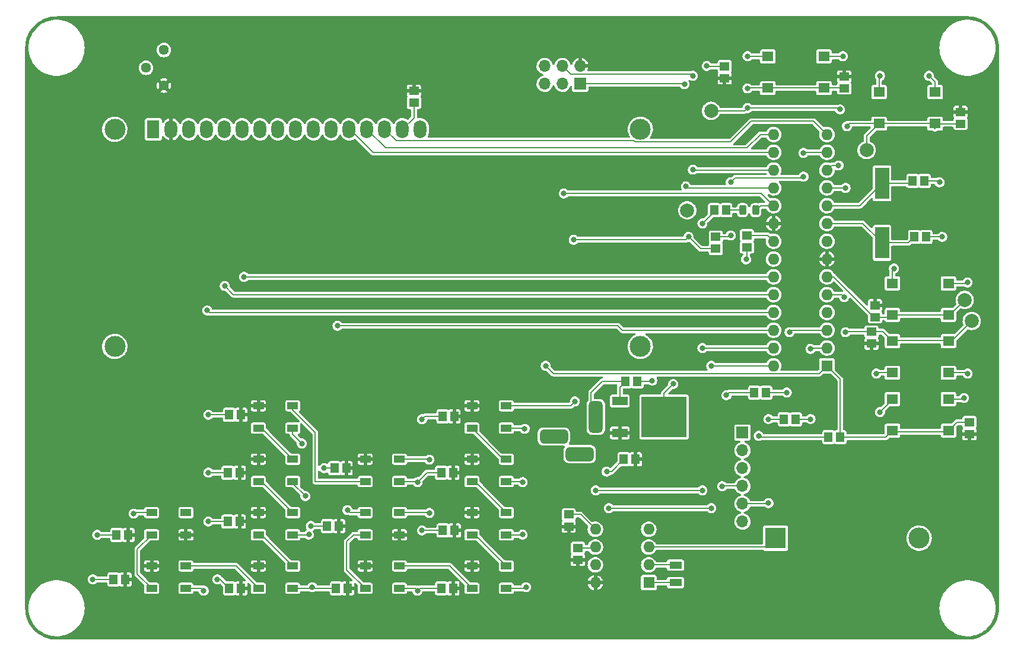
<source format=gbr>
%TF.GenerationSoftware,KiCad,Pcbnew,(6.0.6)*%
%TF.CreationDate,2022-07-23T16:49:30-07:00*%
%TF.ProjectId,HPS-Rect-Clock,4850532d-5265-4637-942d-436c6f636b2e,rev?*%
%TF.SameCoordinates,PX4b93a80PY8b0aba0*%
%TF.FileFunction,Copper,L1,Top*%
%TF.FilePolarity,Positive*%
%FSLAX46Y46*%
G04 Gerber Fmt 4.6, Leading zero omitted, Abs format (unit mm)*
G04 Created by KiCad (PCBNEW (6.0.6)) date 2022-07-23 16:49:30*
%MOMM*%
%LPD*%
G01*
G04 APERTURE LIST*
G04 Aperture macros list*
%AMRoundRect*
0 Rectangle with rounded corners*
0 $1 Rounding radius*
0 $2 $3 $4 $5 $6 $7 $8 $9 X,Y pos of 4 corners*
0 Add a 4 corners polygon primitive as box body*
4,1,4,$2,$3,$4,$5,$6,$7,$8,$9,$2,$3,0*
0 Add four circle primitives for the rounded corners*
1,1,$1+$1,$2,$3*
1,1,$1+$1,$4,$5*
1,1,$1+$1,$6,$7*
1,1,$1+$1,$8,$9*
0 Add four rect primitives between the rounded corners*
20,1,$1+$1,$2,$3,$4,$5,0*
20,1,$1+$1,$4,$5,$6,$7,0*
20,1,$1+$1,$6,$7,$8,$9,0*
20,1,$1+$1,$8,$9,$2,$3,0*%
G04 Aperture macros list end*
%TA.AperFunction,SMDPad,CuDef*%
%ADD10R,1.400000X1.150000*%
%TD*%
%TA.AperFunction,SMDPad,CuDef*%
%ADD11R,1.600000X1.400000*%
%TD*%
%TA.AperFunction,SMDPad,CuDef*%
%ADD12R,1.150000X1.400000*%
%TD*%
%TA.AperFunction,SMDPad,CuDef*%
%ADD13R,1.500000X1.000000*%
%TD*%
%TA.AperFunction,ComponentPad*%
%ADD14C,2.000000*%
%TD*%
%TA.AperFunction,ComponentPad*%
%ADD15R,1.600000X1.600000*%
%TD*%
%TA.AperFunction,ComponentPad*%
%ADD16O,1.600000X1.600000*%
%TD*%
%TA.AperFunction,ComponentPad*%
%ADD17R,1.700000X1.700000*%
%TD*%
%TA.AperFunction,ComponentPad*%
%ADD18O,1.700000X1.700000*%
%TD*%
%TA.AperFunction,SMDPad,CuDef*%
%ADD19R,2.000000X4.500000*%
%TD*%
%TA.AperFunction,ComponentPad*%
%ADD20C,1.440000*%
%TD*%
%TA.AperFunction,SMDPad,CuDef*%
%ADD21R,1.800000X1.000000*%
%TD*%
%TA.AperFunction,ComponentPad*%
%ADD22C,3.000000*%
%TD*%
%TA.AperFunction,ComponentPad*%
%ADD23R,1.800000X2.600000*%
%TD*%
%TA.AperFunction,ComponentPad*%
%ADD24O,1.800000X2.600000*%
%TD*%
%TA.AperFunction,SMDPad,CuDef*%
%ADD25R,2.200000X1.200000*%
%TD*%
%TA.AperFunction,SMDPad,CuDef*%
%ADD26R,6.400000X5.800000*%
%TD*%
%TA.AperFunction,SMDPad,CuDef*%
%ADD27RoundRect,0.243750X-0.243750X-0.456250X0.243750X-0.456250X0.243750X0.456250X-0.243750X0.456250X0*%
%TD*%
%TA.AperFunction,ComponentPad*%
%ADD28R,3.000000X3.000000*%
%TD*%
%TA.AperFunction,ComponentPad*%
%ADD29RoundRect,0.500000X0.500000X-1.750000X0.500000X1.750000X-0.500000X1.750000X-0.500000X-1.750000X0*%
%TD*%
%TA.AperFunction,ComponentPad*%
%ADD30RoundRect,0.500000X1.500000X0.500000X-1.500000X0.500000X-1.500000X-0.500000X1.500000X-0.500000X0*%
%TD*%
%TA.AperFunction,ViaPad*%
%ADD31C,0.812800*%
%TD*%
%TA.AperFunction,Conductor*%
%ADD32C,0.203200*%
%TD*%
G04 APERTURE END LIST*
D10*
%TO.P,R2,1*%
%TO.N,VCC*%
X136017000Y30646000D03*
%TO.P,R2,2*%
%TO.N,RESET*%
X136017000Y32346000D03*
%TD*%
%TO.P,R11,1*%
%TO.N,VCC*%
X78842000Y17466000D03*
%TO.P,R11,2*%
%TO.N,SDA*%
X78842000Y19166000D03*
%TD*%
D11*
%TO.P,SW1,1,A*%
%TO.N,SW1*%
X125032000Y43906000D03*
%TO.P,SW1,2,A*%
X133032000Y43906000D03*
%TO.P,SW1,3,B*%
%TO.N,GND*%
X125032000Y39406000D03*
%TO.P,SW1,4,B*%
X133032000Y39406000D03*
%TD*%
D10*
%TO.P,R3,1*%
%TO.N,Net-(R3-Pad1)*%
X99822000Y58801000D03*
%TO.P,R3,2*%
%TO.N,NEO*%
X99822000Y57101000D03*
%TD*%
D12*
%TO.P,R4,1*%
%TO.N,Net-(J1-Pad5)*%
X109552000Y32766000D03*
%TO.P,R4,2*%
%TO.N,RXD*%
X111252000Y32766000D03*
%TD*%
%TO.P,C20,1*%
%TO.N,GND*%
X30392000Y33401000D03*
%TO.P,C20,2*%
%TO.N,VCC*%
X32092000Y33401000D03*
%TD*%
%TO.P,C13,1*%
%TO.N,GND*%
X45417000Y25781000D03*
%TO.P,C13,2*%
%TO.N,VCC*%
X47117000Y25781000D03*
%TD*%
D11*
%TO.P,SW3,1,A*%
%TO.N,SW3*%
X131127000Y74966000D03*
%TO.P,SW3,2,A*%
X123127000Y74966000D03*
%TO.P,SW3,3,B*%
%TO.N,GND*%
X131127000Y79466000D03*
%TO.P,SW3,4,B*%
X123127000Y79466000D03*
%TD*%
D13*
%TO.P,D2,1,VSS*%
%TO.N,GND*%
X69932000Y31496000D03*
%TO.P,D2,2,DIN*%
%TO.N,NEO*%
X69932000Y34696000D03*
%TO.P,D2,3,VDD*%
%TO.N,VCC*%
X65032000Y34696000D03*
%TO.P,D2,4,DOUT*%
%TO.N,Net-(D2-Pad4)*%
X65032000Y31496000D03*
%TD*%
D11*
%TO.P,SW2,1,A*%
%TO.N,SW2*%
X133032000Y47661000D03*
%TO.P,SW2,2,A*%
X125032000Y47661000D03*
%TO.P,SW2,3,B*%
%TO.N,GND*%
X133032000Y52161000D03*
%TO.P,SW2,4,B*%
X125032000Y52161000D03*
%TD*%
D10*
%TO.P,R9,1*%
%TO.N,VCC*%
X118152000Y81696000D03*
%TO.P,R9,2*%
%TO.N,SW4*%
X118152000Y79996000D03*
%TD*%
D12*
%TO.P,C11,1*%
%TO.N,GND*%
X60837000Y33176000D03*
%TO.P,C11,2*%
%TO.N,VCC*%
X62537000Y33176000D03*
%TD*%
%TO.P,R5,1*%
%TO.N,Net-(J1-Pad4)*%
X105322000Y36576000D03*
%TO.P,R5,2*%
%TO.N,TXD*%
X107022000Y36576000D03*
%TD*%
%TO.P,C4,1*%
%TO.N,Net-(C4-Pad1)*%
X128152000Y58796000D03*
%TO.P,C4,2*%
%TO.N,GND*%
X129852000Y58796000D03*
%TD*%
D13*
%TO.P,D7,1,VSS*%
%TO.N,GND*%
X39452000Y31496000D03*
%TO.P,D7,2,DIN*%
%TO.N,Net-(D6-Pad4)*%
X39452000Y34696000D03*
%TO.P,D7,3,VDD*%
%TO.N,VCC*%
X34552000Y34696000D03*
%TO.P,D7,4,DOUT*%
%TO.N,Net-(D7-Pad4)*%
X34552000Y31496000D03*
%TD*%
D14*
%TO.P,TP6,1,1*%
%TO.N,SW2*%
X135352000Y49796000D03*
%TD*%
D13*
%TO.P,D8,1,VSS*%
%TO.N,GND*%
X39452000Y23876000D03*
%TO.P,D8,2,DIN*%
%TO.N,Net-(D7-Pad4)*%
X39452000Y27076000D03*
%TO.P,D8,3,VDD*%
%TO.N,VCC*%
X34552000Y27076000D03*
%TO.P,D8,4,DOUT*%
%TO.N,Net-(D10-Pad2)*%
X34552000Y23876000D03*
%TD*%
D12*
%TO.P,R1,1*%
%TO.N,Net-(D1-Pad1)*%
X101307000Y62611000D03*
%TO.P,R1,2*%
%TO.N,GND*%
X99607000Y62611000D03*
%TD*%
D10*
%TO.P,R8,1*%
%TO.N,VCC*%
X122552000Y49046000D03*
%TO.P,R8,2*%
%TO.N,SW2*%
X122552000Y47346000D03*
%TD*%
D15*
%TO.P,U2,1,~{RESET}/PC6*%
%TO.N,RESET*%
X115687000Y40396000D03*
D16*
%TO.P,U2,2,RXD/PD0*%
%TO.N,RXD*%
X115687000Y42936000D03*
%TO.P,U2,3,TXD/PD1*%
%TO.N,TXD*%
X115687000Y45476000D03*
%TO.P,U2,4,INT0/PD2*%
%TO.N,unconnected-(U2-Pad4)*%
X115687000Y48016000D03*
%TO.P,U2,5,INT1/PD3*%
%TO.N,SW1*%
X115687000Y50556000D03*
%TO.P,U2,6,PD4*%
%TO.N,SW2*%
X115687000Y53096000D03*
%TO.P,U2,7,VCC*%
%TO.N,VCC*%
X115687000Y55636000D03*
%TO.P,U2,8,GND*%
%TO.N,GND*%
X115687000Y58176000D03*
%TO.P,U2,9,XTAL1/PB6*%
%TO.N,Net-(C4-Pad1)*%
X115687000Y60716000D03*
%TO.P,U2,10,XTAL2/PB7*%
%TO.N,Net-(C5-Pad1)*%
X115687000Y63256000D03*
%TO.P,U2,11,OC0B/PD5*%
%TO.N,SW3*%
X115687000Y65796000D03*
%TO.P,U2,12,OC0A/PD6*%
%TO.N,SW4*%
X115687000Y68336000D03*
%TO.P,U2,13,PD7*%
%TO.N,Net-(R3-Pad1)*%
X115687000Y70876000D03*
%TO.P,U2,14,PB0*%
%TO.N,D7*%
X115687000Y73416000D03*
%TO.P,U2,15,OC1A/PB1*%
%TO.N,D6*%
X108067000Y73416000D03*
%TO.P,U2,16,OC1B/PB2*%
%TO.N,D5*%
X108067000Y70876000D03*
%TO.P,U2,17,MOSI/PB3*%
%TO.N,MOSI*%
X108067000Y68336000D03*
%TO.P,U2,18,MISO/PB4*%
%TO.N,MISO*%
X108067000Y65796000D03*
%TO.P,U2,19,SCK/PB5*%
%TO.N,LED_SCK*%
X108067000Y63256000D03*
%TO.P,U2,20,AVCC*%
%TO.N,VCC*%
X108067000Y60716000D03*
%TO.P,U2,21,AREF*%
%TO.N,Net-(C1-Pad1)*%
X108067000Y58176000D03*
%TO.P,U2,22,GND*%
%TO.N,GND*%
X108067000Y55636000D03*
%TO.P,U2,23,ADC0/PC0*%
%TO.N,E*%
X108067000Y53096000D03*
%TO.P,U2,24,ADC1/PC1*%
%TO.N,RW*%
X108067000Y50556000D03*
%TO.P,U2,25,ADC2/PC2*%
%TO.N,RS*%
X108067000Y48016000D03*
%TO.P,U2,26,ADC3/PC3*%
%TO.N,D4*%
X108067000Y45476000D03*
%TO.P,U2,27,SDA/PC4*%
%TO.N,SDA*%
X108067000Y42936000D03*
%TO.P,U2,28,SCL/PC5*%
%TO.N,SCL*%
X108067000Y40396000D03*
%TD*%
D12*
%TO.P,C3,1*%
%TO.N,RESET*%
X117602000Y30226000D03*
%TO.P,C3,2*%
%TO.N,Net-(C3-Pad2)*%
X115902000Y30226000D03*
%TD*%
%TO.P,C6,1*%
%TO.N,GND*%
X88647000Y38176000D03*
%TO.P,C6,2*%
%TO.N,Net-(C6-Pad2)*%
X86947000Y38176000D03*
%TD*%
%TO.P,C8,1*%
%TO.N,GND*%
X30177000Y18161000D03*
%TO.P,C8,2*%
%TO.N,VCC*%
X31877000Y18161000D03*
%TD*%
D10*
%TO.P,R12,1*%
%TO.N,VCC*%
X80152000Y12696000D03*
%TO.P,R12,2*%
%TO.N,SCL*%
X80152000Y14396000D03*
%TD*%
D17*
%TO.P,J1,1,Pin_1*%
%TO.N,GND*%
X103632000Y30861000D03*
D18*
%TO.P,J1,2,Pin_2*%
X103632000Y28321000D03*
%TO.P,J1,3,Pin_3*%
%TO.N,unconnected-(J1-Pad3)*%
X103632000Y25781000D03*
%TO.P,J1,4,Pin_4*%
%TO.N,Net-(J1-Pad4)*%
X103632000Y23241000D03*
%TO.P,J1,5,Pin_5*%
%TO.N,Net-(J1-Pad5)*%
X103632000Y20701000D03*
%TO.P,J1,6,Pin_6*%
%TO.N,Net-(C3-Pad2)*%
X103632000Y18161000D03*
%TD*%
D11*
%TO.P,SW5,1,A*%
%TO.N,GND*%
X125032000Y35651000D03*
%TO.P,SW5,2,A*%
X133032000Y35651000D03*
%TO.P,SW5,3,B*%
%TO.N,RESET*%
X125032000Y31151000D03*
%TO.P,SW5,4,B*%
X133032000Y31151000D03*
%TD*%
D13*
%TO.P,D11,1,VSS*%
%TO.N,GND*%
X39452000Y8636000D03*
%TO.P,D11,2,DIN*%
%TO.N,Net-(D10-Pad4)*%
X39452000Y11836000D03*
%TO.P,D11,3,VDD*%
%TO.N,VCC*%
X34552000Y11836000D03*
%TO.P,D11,4,DOUT*%
%TO.N,Net-(D11-Pad4)*%
X34552000Y8636000D03*
%TD*%
%TO.P,D10,1,VSS*%
%TO.N,GND*%
X39452000Y16256000D03*
%TO.P,D10,2,DIN*%
%TO.N,Net-(D10-Pad2)*%
X39452000Y19456000D03*
%TO.P,D10,3,VDD*%
%TO.N,VCC*%
X34552000Y19456000D03*
%TO.P,D10,4,DOUT*%
%TO.N,Net-(D10-Pad4)*%
X34552000Y16256000D03*
%TD*%
D10*
%TO.P,R10,1*%
%TO.N,VCC*%
X134752000Y76646000D03*
%TO.P,R10,2*%
%TO.N,SW3*%
X134752000Y74946000D03*
%TD*%
D13*
%TO.P,D12,1,VSS*%
%TO.N,GND*%
X24212000Y8636000D03*
%TO.P,D12,2,DIN*%
%TO.N,Net-(D11-Pad4)*%
X24212000Y11836000D03*
%TO.P,D12,3,VDD*%
%TO.N,VCC*%
X19312000Y11836000D03*
%TO.P,D12,4,DOUT*%
%TO.N,Net-(D12-Pad4)*%
X19312000Y8636000D03*
%TD*%
D12*
%TO.P,C9,1*%
%TO.N,GND*%
X60657000Y8636000D03*
%TO.P,C9,2*%
%TO.N,VCC*%
X62357000Y8636000D03*
%TD*%
D14*
%TO.P,TP4,1,1*%
%TO.N,SW4*%
X99152000Y76796000D03*
%TD*%
D19*
%TO.P,Y1,1,1*%
%TO.N,Net-(C4-Pad1)*%
X123552000Y57946000D03*
%TO.P,Y1,2,2*%
%TO.N,Net-(C5-Pad1)*%
X123552000Y66446000D03*
%TD*%
D11*
%TO.P,SW4,1,A*%
%TO.N,SW4*%
X115252000Y80046000D03*
%TO.P,SW4,2,A*%
X107252000Y80046000D03*
%TO.P,SW4,3,B*%
%TO.N,GND*%
X115252000Y84546000D03*
%TO.P,SW4,4,B*%
X107252000Y84546000D03*
%TD*%
D20*
%TO.P,RV1,1,1*%
%TO.N,GND*%
X21067000Y85471000D03*
%TO.P,RV1,2,2*%
%TO.N,Net-(DS1-Pad3)*%
X18527000Y82931000D03*
%TO.P,RV1,3,3*%
%TO.N,VCC*%
X21067000Y80391000D03*
%TD*%
D21*
%TO.P,Y2,1,1*%
%TO.N,Net-(U1-Pad2)*%
X94082000Y11946000D03*
%TO.P,Y2,2,2*%
%TO.N,Net-(U1-Pad1)*%
X94082000Y9446000D03*
%TD*%
D12*
%TO.P,C19,1*%
%TO.N,GND*%
X60872000Y16891000D03*
%TO.P,C19,2*%
%TO.N,VCC*%
X62572000Y16891000D03*
%TD*%
%TO.P,C16,1*%
%TO.N,GND*%
X14302000Y16256000D03*
%TO.P,C16,2*%
%TO.N,VCC*%
X16002000Y16256000D03*
%TD*%
%TO.P,C14,1*%
%TO.N,GND*%
X30392000Y8636000D03*
%TO.P,C14,2*%
%TO.N,VCC*%
X32092000Y8636000D03*
%TD*%
D14*
%TO.P,TP5,1,1*%
%TO.N,SW1*%
X136352000Y46796000D03*
%TD*%
D13*
%TO.P,D13,1,VSS*%
%TO.N,GND*%
X19312000Y19456000D03*
%TO.P,D13,2,DIN*%
%TO.N,Net-(D12-Pad4)*%
X19312000Y16256000D03*
%TO.P,D13,3,VDD*%
%TO.N,VCC*%
X24212000Y16256000D03*
%TO.P,D13,4,DOUT*%
%TO.N,unconnected-(D13-Pad4)*%
X24212000Y19456000D03*
%TD*%
D22*
%TO.P,DS1,*%
%TO.N,*%
X89062000Y74158500D03*
X89061480Y43157800D03*
X14062900Y43157800D03*
X14062900Y74158500D03*
D23*
%TO.P,DS1,1,VSS*%
%TO.N,GND*%
X19562000Y74158500D03*
D24*
%TO.P,DS1,2,VDD*%
%TO.N,VCC*%
X22102000Y74158500D03*
%TO.P,DS1,3,VO*%
%TO.N,Net-(DS1-Pad3)*%
X24642000Y74158500D03*
%TO.P,DS1,4,RS*%
%TO.N,RS*%
X27182000Y74158500D03*
%TO.P,DS1,5,R/W*%
%TO.N,RW*%
X29722000Y74158500D03*
%TO.P,DS1,6,E*%
%TO.N,E*%
X32262000Y74158500D03*
%TO.P,DS1,7,D0*%
%TO.N,unconnected-(DS1-Pad7)*%
X34802000Y74158500D03*
%TO.P,DS1,8,D1*%
%TO.N,unconnected-(DS1-Pad8)*%
X37342000Y74158500D03*
%TO.P,DS1,9,D2*%
%TO.N,unconnected-(DS1-Pad9)*%
X39882000Y74158500D03*
%TO.P,DS1,10,D3*%
%TO.N,unconnected-(DS1-Pad10)*%
X42422000Y74158500D03*
%TO.P,DS1,11,D4*%
%TO.N,D4*%
X44962000Y74158500D03*
%TO.P,DS1,12,D5*%
%TO.N,D5*%
X47502000Y74158500D03*
%TO.P,DS1,13,D6*%
%TO.N,D6*%
X50042000Y74158500D03*
%TO.P,DS1,14,D7*%
%TO.N,D7*%
X52582000Y74158500D03*
%TO.P,DS1,15,LED(+)*%
%TO.N,Net-(DS1-Pad15)*%
X55122000Y74158500D03*
%TO.P,DS1,16,LED(-)*%
%TO.N,GND*%
X57662000Y74158500D03*
%TD*%
D14*
%TO.P,TP1,1,1*%
%TO.N,NEO*%
X95752000Y62596000D03*
%TD*%
D12*
%TO.P,C17,1*%
%TO.N,GND*%
X44362000Y17526000D03*
%TO.P,C17,2*%
%TO.N,VCC*%
X46062000Y17526000D03*
%TD*%
D13*
%TO.P,D5,1,VSS*%
%TO.N,GND*%
X69932000Y8636000D03*
%TO.P,D5,2,DIN*%
%TO.N,Net-(D4-Pad4)*%
X69932000Y11836000D03*
%TO.P,D5,3,VDD*%
%TO.N,VCC*%
X65032000Y11836000D03*
%TO.P,D5,4,DOUT*%
%TO.N,Net-(D5-Pad4)*%
X65032000Y8636000D03*
%TD*%
D25*
%TO.P,U3,1,IN*%
%TO.N,Net-(C6-Pad2)*%
X86137000Y35376000D03*
D26*
%TO.P,U3,2,GND*%
%TO.N,GND*%
X92437000Y33096000D03*
D25*
%TO.P,U3,3,OUT*%
%TO.N,VCC*%
X86137000Y30816000D03*
%TD*%
D13*
%TO.P,D4,1,VSS*%
%TO.N,GND*%
X69932000Y16256000D03*
%TO.P,D4,2,DIN*%
%TO.N,Net-(D3-Pad4)*%
X69932000Y19456000D03*
%TO.P,D4,3,VDD*%
%TO.N,VCC*%
X65032000Y19456000D03*
%TO.P,D4,4,DOUT*%
%TO.N,Net-(D4-Pad4)*%
X65032000Y16256000D03*
%TD*%
%TO.P,D14,1,VSS*%
%TO.N,GND*%
X49792000Y19456000D03*
%TO.P,D14,2,DIN*%
%TO.N,Net-(D14-Pad2)*%
X49792000Y16256000D03*
%TO.P,D14,3,VDD*%
%TO.N,VCC*%
X54692000Y16256000D03*
%TO.P,D14,4,DOUT*%
%TO.N,Net-(D14-Pad4)*%
X54692000Y19456000D03*
%TD*%
D15*
%TO.P,U1,1,X1*%
%TO.N,Net-(U1-Pad1)*%
X90262000Y9436000D03*
D16*
%TO.P,U1,2,X2*%
%TO.N,Net-(U1-Pad2)*%
X90262000Y11976000D03*
%TO.P,U1,3,VBAT*%
%TO.N,Net-(BT1-Pad1)*%
X90262000Y14516000D03*
%TO.P,U1,4,GND*%
%TO.N,GND*%
X90262000Y17056000D03*
%TO.P,U1,5,SDA*%
%TO.N,SDA*%
X82642000Y17056000D03*
%TO.P,U1,6,SCL*%
%TO.N,SCL*%
X82642000Y14516000D03*
%TO.P,U1,7,SQW/OUT*%
%TO.N,unconnected-(U1-Pad7)*%
X82642000Y11976000D03*
%TO.P,U1,8,VCC*%
%TO.N,VCC*%
X82642000Y9436000D03*
%TD*%
D10*
%TO.P,R6,1*%
%TO.N,Net-(DS1-Pad15)*%
X56752000Y77946000D03*
%TO.P,R6,2*%
%TO.N,VCC*%
X56752000Y79646000D03*
%TD*%
D13*
%TO.P,D9,1,VSS*%
%TO.N,GND*%
X54692000Y8636000D03*
%TO.P,D9,2,DIN*%
%TO.N,Net-(D5-Pad4)*%
X54692000Y11836000D03*
%TO.P,D9,3,VDD*%
%TO.N,VCC*%
X49792000Y11836000D03*
%TO.P,D9,4,DOUT*%
%TO.N,Net-(D14-Pad2)*%
X49792000Y8636000D03*
%TD*%
D14*
%TO.P,TP3,1,1*%
%TO.N,SW3*%
X121352000Y71196000D03*
%TD*%
D27*
%TO.P,D1,1,K*%
%TO.N,Net-(D1-Pad1)*%
X103662000Y62611000D03*
%TO.P,D1,2,A*%
%TO.N,LED_SCK*%
X105537000Y62611000D03*
%TD*%
D12*
%TO.P,C12,1*%
%TO.N,GND*%
X60657000Y25146000D03*
%TO.P,C12,2*%
%TO.N,VCC*%
X62357000Y25146000D03*
%TD*%
D10*
%TO.P,R7,1*%
%TO.N,VCC*%
X122047000Y43561000D03*
%TO.P,R7,2*%
%TO.N,SW1*%
X122047000Y45261000D03*
%TD*%
%TO.P,C2,1*%
%TO.N,VCC*%
X101092000Y81446000D03*
%TO.P,C2,2*%
%TO.N,GND*%
X101092000Y83146000D03*
%TD*%
D12*
%TO.P,C7,1*%
%TO.N,GND*%
X86692000Y27051000D03*
%TO.P,C7,2*%
%TO.N,VCC*%
X88392000Y27051000D03*
%TD*%
D13*
%TO.P,D3,1,VSS*%
%TO.N,GND*%
X69932000Y23876000D03*
%TO.P,D3,2,DIN*%
%TO.N,Net-(D2-Pad4)*%
X69932000Y27076000D03*
%TO.P,D3,3,VDD*%
%TO.N,VCC*%
X65032000Y27076000D03*
%TO.P,D3,4,DOUT*%
%TO.N,Net-(D3-Pad4)*%
X65032000Y23876000D03*
%TD*%
%TO.P,D6,1,VSS*%
%TO.N,GND*%
X54692000Y23876000D03*
%TO.P,D6,2,DIN*%
%TO.N,Net-(D14-Pad4)*%
X54692000Y27076000D03*
%TO.P,D6,3,VDD*%
%TO.N,VCC*%
X49792000Y27076000D03*
%TO.P,D6,4,DOUT*%
%TO.N,Net-(D6-Pad4)*%
X49792000Y23876000D03*
%TD*%
D12*
%TO.P,C15,1*%
%TO.N,GND*%
X13882000Y9906000D03*
%TO.P,C15,2*%
%TO.N,VCC*%
X15582000Y9906000D03*
%TD*%
%TO.P,C10,1*%
%TO.N,GND*%
X30177000Y25146000D03*
%TO.P,C10,2*%
%TO.N,VCC*%
X31877000Y25146000D03*
%TD*%
D10*
%TO.P,C1,1*%
%TO.N,Net-(C1-Pad1)*%
X104267000Y59016000D03*
%TO.P,C1,2*%
%TO.N,GND*%
X104267000Y57316000D03*
%TD*%
D12*
%TO.P,C18,1*%
%TO.N,GND*%
X45632000Y8636000D03*
%TO.P,C18,2*%
%TO.N,VCC*%
X47332000Y8636000D03*
%TD*%
%TO.P,C5,1*%
%TO.N,Net-(C5-Pad1)*%
X127902000Y66796000D03*
%TO.P,C5,2*%
%TO.N,GND*%
X129602000Y66796000D03*
%TD*%
D28*
%TO.P,BT1,1,+*%
%TO.N,Net-(BT1-Pad1)*%
X108352000Y15796000D03*
D22*
%TO.P,BT1,2,-*%
%TO.N,GND*%
X128842000Y15796000D03*
%TD*%
D29*
%TO.P,J2,1,POLE*%
%TO.N,Net-(C6-Pad2)*%
X82717000Y33096000D03*
D30*
%TO.P,J2,2,OUT*%
%TO.N,GND*%
X80417000Y27796000D03*
%TO.P,J2,3,OUT*%
%TO.N,unconnected-(J2-Pad3)*%
X76717000Y30296000D03*
%TD*%
D17*
%TO.P,J3,1,Pin_1*%
%TO.N,MISO*%
X80477000Y80646000D03*
D18*
%TO.P,J3,2,Pin_2*%
%TO.N,VCC*%
X80477000Y83186000D03*
%TO.P,J3,3,Pin_3*%
%TO.N,LED_SCK*%
X77937000Y80646000D03*
%TO.P,J3,4,Pin_4*%
%TO.N,MOSI*%
X77937000Y83186000D03*
%TO.P,J3,5,Pin_5*%
%TO.N,RESET*%
X75397000Y80646000D03*
%TO.P,J3,6,Pin_6*%
%TO.N,GND*%
X75397000Y83186000D03*
%TD*%
D31*
%TO.N,GND*%
X130252000Y81796000D03*
X131752000Y66596000D03*
X57252000Y23796000D03*
X123252000Y81796000D03*
X57912000Y16891000D03*
X98552000Y83196000D03*
X90752000Y38296000D03*
X135752000Y39296000D03*
X47252000Y19796000D03*
X117952000Y84596000D03*
X72252000Y23796000D03*
X42252000Y8796000D03*
X27432000Y33401000D03*
X43942000Y25781000D03*
X93752000Y37796000D03*
X57252000Y8296000D03*
X26752000Y8296000D03*
X125252000Y54296000D03*
X104152000Y55596000D03*
X72752000Y8796000D03*
X16752000Y19296000D03*
X104352000Y84596000D03*
X57912000Y32766000D03*
X40752000Y29296000D03*
X41752000Y16296000D03*
X41252000Y21796000D03*
X42037000Y17526000D03*
X27432000Y18161000D03*
X72252000Y16296000D03*
X72552000Y31396000D03*
X97917000Y60706000D03*
X132152000Y58796000D03*
X135252000Y35796000D03*
X123252000Y33796000D03*
X122752000Y39296000D03*
X11557000Y16256000D03*
X135752000Y52296000D03*
X28702000Y9906000D03*
X84252000Y25296000D03*
X27432000Y25146000D03*
X10922000Y9906000D03*
%TO.N,RESET*%
X75552000Y40396000D03*
%TO.N,Net-(C3-Pad2)*%
X105952000Y30396000D03*
%TO.N,LED_SCK*%
X78152000Y64996000D03*
%TO.N,NEO*%
X79718420Y35308686D03*
X79552000Y58396000D03*
X95952000Y58796000D03*
%TO.N,Net-(D14-Pad4)*%
X58952000Y26996000D03*
X58952000Y19396000D03*
%TO.N,D4*%
X45847000Y46101000D03*
%TO.N,E*%
X32512000Y53086000D03*
%TO.N,RW*%
X29752000Y51796000D03*
%TO.N,RS*%
X27252000Y48296000D03*
%TO.N,Net-(J1-Pad5)*%
X107352000Y32796000D03*
X107352000Y20796000D03*
%TO.N,Net-(J1-Pad4)*%
X100752000Y23196000D03*
X101352000Y36196000D03*
%TO.N,Net-(R3-Pad1)*%
X101952000Y58996000D03*
X112352000Y70796000D03*
X101952000Y66596000D03*
X112352000Y67396000D03*
%TO.N,RXD*%
X113352000Y42796000D03*
X113352000Y32796000D03*
%TO.N,TXD*%
X109952000Y36596000D03*
X110352000Y45196000D03*
%TO.N,SW1*%
X118352000Y45196000D03*
X118152000Y50196000D03*
%TO.N,SW4*%
X104352000Y77196000D03*
X104352000Y79996000D03*
X117352000Y68996000D03*
X117552000Y76996000D03*
%TO.N,SW3*%
X118552000Y74596000D03*
X118352000Y65796000D03*
%TO.N,SDA*%
X97917000Y22606000D03*
X82677000Y22606000D03*
X97917000Y42926000D03*
%TO.N,SCL*%
X99187000Y20066000D03*
X84582000Y20066000D03*
X99187000Y40386000D03*
%TO.N,MISO*%
X95352000Y80596000D03*
X95552000Y65996000D03*
%TO.N,MOSI*%
X96552000Y81796000D03*
X96552000Y68396000D03*
%TD*%
D32*
%TO.N,GND*%
X99607000Y62611000D02*
X99607000Y62396000D01*
X19312000Y19456000D02*
X16912000Y19456000D01*
X125032000Y54076000D02*
X125252000Y54296000D01*
X92437000Y36481000D02*
X93752000Y37796000D01*
X41712000Y16256000D02*
X41752000Y16296000D01*
X60657000Y8636000D02*
X57592000Y8636000D01*
X39452000Y23876000D02*
X39452000Y23596000D01*
X30177000Y18161000D02*
X27432000Y18161000D01*
X57172000Y23876000D02*
X57252000Y23796000D01*
X135107000Y35651000D02*
X135252000Y35796000D01*
X39452000Y31496000D02*
X39452000Y30596000D01*
X39452000Y30596000D02*
X40752000Y29296000D01*
X44362000Y17526000D02*
X42037000Y17526000D01*
X131552000Y66796000D02*
X131752000Y66596000D01*
X26412000Y8636000D02*
X26752000Y8296000D01*
X101092000Y83146000D02*
X98602000Y83146000D01*
X47592000Y19456000D02*
X47252000Y19796000D01*
X135642000Y39406000D02*
X135752000Y39296000D01*
X45632000Y8636000D02*
X42412000Y8636000D01*
X125032000Y52161000D02*
X125032000Y54076000D01*
X115252000Y84546000D02*
X117902000Y84546000D01*
X69932000Y23876000D02*
X72172000Y23876000D01*
X60837000Y33176000D02*
X58322000Y33176000D01*
X117902000Y84546000D02*
X117952000Y84596000D01*
X125032000Y35651000D02*
X125032000Y35576000D01*
X39452000Y8636000D02*
X42092000Y8636000D01*
X69932000Y31496000D02*
X72452000Y31496000D01*
X13882000Y9906000D02*
X10922000Y9906000D01*
X56912000Y8636000D02*
X57252000Y8296000D01*
X58322000Y33176000D02*
X57912000Y32766000D01*
X104267000Y57316000D02*
X104267000Y55711000D01*
X72212000Y16256000D02*
X72252000Y16296000D01*
X86692000Y27051000D02*
X84937000Y25296000D01*
X90632000Y38176000D02*
X90752000Y38296000D01*
X60872000Y16891000D02*
X57912000Y16891000D01*
X125032000Y35576000D02*
X123252000Y33796000D01*
X39452000Y16256000D02*
X41712000Y16256000D01*
X16912000Y19456000D02*
X16752000Y19296000D01*
X131127000Y79466000D02*
X131127000Y80921000D01*
X88647000Y38176000D02*
X90632000Y38176000D01*
X131127000Y80921000D02*
X130252000Y81796000D01*
X42412000Y8636000D02*
X42252000Y8796000D01*
X129852000Y58796000D02*
X132152000Y58796000D01*
X39452000Y23596000D02*
X41252000Y21796000D01*
X123127000Y79466000D02*
X123127000Y81671000D01*
X49792000Y19456000D02*
X47592000Y19456000D01*
X30392000Y8636000D02*
X29122000Y9906000D01*
X104402000Y84546000D02*
X104352000Y84596000D01*
X45417000Y25781000D02*
X43942000Y25781000D01*
X133032000Y39406000D02*
X135642000Y39406000D01*
X98602000Y83146000D02*
X98552000Y83196000D01*
X72592000Y8636000D02*
X72752000Y8796000D01*
X30392000Y33401000D02*
X27432000Y33401000D01*
X99607000Y62396000D02*
X97917000Y60706000D01*
X123127000Y81671000D02*
X123252000Y81796000D01*
X42092000Y8636000D02*
X42252000Y8796000D01*
X107252000Y84546000D02*
X104402000Y84546000D01*
X60657000Y25146000D02*
X58602000Y25146000D01*
X30177000Y25146000D02*
X27432000Y25146000D01*
X54692000Y23876000D02*
X57172000Y23876000D01*
X84937000Y25296000D02*
X84252000Y25296000D01*
X104267000Y55711000D02*
X104152000Y55596000D01*
X133032000Y35651000D02*
X135107000Y35651000D01*
X72172000Y23876000D02*
X72252000Y23796000D01*
X57592000Y8636000D02*
X57252000Y8296000D01*
X69932000Y8636000D02*
X72592000Y8636000D01*
X69932000Y16256000D02*
X72212000Y16256000D01*
X24212000Y8636000D02*
X26412000Y8636000D01*
X54692000Y8636000D02*
X56912000Y8636000D01*
X92437000Y33096000D02*
X92437000Y36481000D01*
X133032000Y52161000D02*
X135617000Y52161000D01*
X122862000Y39406000D02*
X122752000Y39296000D01*
X14302000Y16256000D02*
X11557000Y16256000D01*
X125032000Y39406000D02*
X122862000Y39406000D01*
X29122000Y9906000D02*
X28702000Y9906000D01*
X135617000Y52161000D02*
X135752000Y52296000D01*
X58602000Y25146000D02*
X57252000Y23796000D01*
X72452000Y31496000D02*
X72552000Y31396000D01*
X129602000Y66796000D02*
X131552000Y66796000D01*
%TO.N,Net-(BT1-Pad1)*%
X107072000Y14516000D02*
X108352000Y15796000D01*
X90262000Y14516000D02*
X107072000Y14516000D01*
%TO.N,Net-(C1-Pad1)*%
X107227000Y59016000D02*
X108067000Y58176000D01*
X104267000Y59016000D02*
X107227000Y59016000D01*
%TO.N,RESET*%
X132877000Y30996000D02*
X133032000Y31151000D01*
X124107000Y30226000D02*
X125032000Y31151000D01*
X125722000Y30996000D02*
X132877000Y30996000D01*
X133032000Y31151000D02*
X134227000Y32346000D01*
X115687000Y40396000D02*
X117602000Y38481000D01*
X75552000Y40396000D02*
X76656800Y39291200D01*
X125032000Y31151000D02*
X125567000Y31151000D01*
X125567000Y31151000D02*
X125722000Y30996000D01*
X117602000Y30226000D02*
X124107000Y30226000D01*
X134227000Y32346000D02*
X136652000Y32346000D01*
X114582200Y39291200D02*
X115687000Y40396000D01*
X117602000Y38481000D02*
X117602000Y30226000D01*
X76656800Y39291200D02*
X114582200Y39291200D01*
%TO.N,Net-(C3-Pad2)*%
X106122000Y30226000D02*
X115902000Y30226000D01*
X105952000Y30396000D02*
X106122000Y30226000D01*
%TO.N,Net-(C4-Pad1)*%
X127302000Y57946000D02*
X128152000Y58796000D01*
X115687000Y60716000D02*
X120782000Y60716000D01*
X120782000Y60716000D02*
X123552000Y57946000D01*
X123552000Y57946000D02*
X127302000Y57946000D01*
%TO.N,Net-(C5-Pad1)*%
X120362000Y63256000D02*
X123552000Y66446000D01*
X123552000Y66446000D02*
X127552000Y66446000D01*
X127552000Y66446000D02*
X127902000Y66796000D01*
X115687000Y63256000D02*
X120362000Y63256000D01*
%TO.N,Net-(C6-Pad2)*%
X82042000Y36576000D02*
X82042000Y33771000D01*
X86137000Y35376000D02*
X86137000Y37366000D01*
X86947000Y38176000D02*
X83642000Y38176000D01*
X82042000Y33771000D02*
X82717000Y33096000D01*
X86137000Y37366000D02*
X86947000Y38176000D01*
X83642000Y38176000D02*
X82042000Y36576000D01*
%TO.N,Net-(D1-Pad1)*%
X103662000Y62611000D02*
X101307000Y62611000D01*
%TO.N,LED_SCK*%
X108067000Y63256000D02*
X106182000Y63256000D01*
X106182000Y63256000D02*
X105537000Y62611000D01*
X106327000Y64996000D02*
X108067000Y63256000D01*
X78152000Y64996000D02*
X106327000Y64996000D01*
%TO.N,NEO*%
X95552000Y58396000D02*
X95952000Y58796000D01*
X79105734Y34696000D02*
X79718420Y35308686D01*
X69932000Y34696000D02*
X79105734Y34696000D01*
X79552000Y58396000D02*
X95552000Y58396000D01*
X95952000Y58796000D02*
X97647000Y57101000D01*
X97647000Y57101000D02*
X99822000Y57101000D01*
%TO.N,Net-(D2-Pad4)*%
X69452000Y27076000D02*
X69932000Y27076000D01*
X65032000Y31496000D02*
X69452000Y27076000D01*
%TO.N,Net-(D3-Pad4)*%
X65512000Y23876000D02*
X69932000Y19456000D01*
X65032000Y23876000D02*
X65512000Y23876000D01*
%TO.N,Net-(D4-Pad4)*%
X65512000Y16256000D02*
X69932000Y11836000D01*
X65032000Y16256000D02*
X65512000Y16256000D01*
%TO.N,Net-(D5-Pad4)*%
X61832000Y11836000D02*
X65032000Y8636000D01*
X54692000Y11836000D02*
X61832000Y11836000D01*
%TO.N,Net-(D14-Pad4)*%
X54692000Y27076000D02*
X58872000Y27076000D01*
X58892000Y19456000D02*
X54692000Y19456000D01*
X58872000Y27076000D02*
X58952000Y26996000D01*
X58952000Y19396000D02*
X58892000Y19456000D01*
%TO.N,Net-(D6-Pad4)*%
X42672000Y23876000D02*
X49792000Y23876000D01*
X42672000Y30861000D02*
X42672000Y23876000D01*
X39452000Y34696000D02*
X39452000Y34081000D01*
X39452000Y34081000D02*
X42672000Y30861000D01*
%TO.N,Net-(D7-Pad4)*%
X35032000Y31496000D02*
X39452000Y27076000D01*
X34552000Y31496000D02*
X35032000Y31496000D01*
%TO.N,Net-(D10-Pad2)*%
X35032000Y23876000D02*
X39452000Y19456000D01*
X34552000Y23876000D02*
X35032000Y23876000D01*
%TO.N,Net-(D14-Pad2)*%
X47162000Y11266000D02*
X49792000Y8636000D01*
X49792000Y16256000D02*
X48102000Y16256000D01*
X48102000Y16256000D02*
X47162000Y15316000D01*
X47162000Y15316000D02*
X47162000Y11266000D01*
%TO.N,Net-(D10-Pad4)*%
X35032000Y16256000D02*
X39452000Y11836000D01*
X34552000Y16256000D02*
X35032000Y16256000D01*
%TO.N,Net-(D11-Pad4)*%
X24212000Y11836000D02*
X31352000Y11836000D01*
X31352000Y11836000D02*
X34552000Y8636000D01*
%TO.N,Net-(D12-Pad4)*%
X19312000Y16256000D02*
X17272000Y14216000D01*
X17272000Y10676000D02*
X19312000Y8636000D01*
X17272000Y14216000D02*
X17272000Y10676000D01*
%TO.N,Net-(DS1-Pad15)*%
X56752000Y75788500D02*
X55122000Y74158500D01*
X56752000Y77946000D02*
X56752000Y75788500D01*
%TO.N,D7*%
X88314427Y72353700D02*
X101944700Y72353700D01*
X54216937Y72523563D02*
X88144564Y72523563D01*
X113792000Y75311000D02*
X115687000Y73416000D01*
X104902000Y75311000D02*
X113792000Y75311000D01*
X52582000Y74158500D02*
X54216937Y72523563D01*
X101944700Y72353700D02*
X104902000Y75311000D01*
X88144564Y72523563D02*
X88314427Y72353700D01*
%TO.N,D6*%
X52699500Y71501000D02*
X104267000Y71501000D01*
X50042000Y74158500D02*
X52699500Y71501000D01*
X106182000Y73416000D02*
X108067000Y73416000D01*
X104267000Y71501000D02*
X106182000Y73416000D01*
%TO.N,D5*%
X50927000Y70866000D02*
X52832000Y70866000D01*
X52842000Y70876000D02*
X108067000Y70876000D01*
X47502000Y74158500D02*
X47634500Y74158500D01*
X52832000Y70866000D02*
X52842000Y70876000D01*
X47634500Y74158500D02*
X50927000Y70866000D01*
%TO.N,D4*%
X45847000Y46101000D02*
X85852000Y46101000D01*
X85852000Y46101000D02*
X86477000Y45476000D01*
X86477000Y45476000D02*
X108067000Y45476000D01*
%TO.N,E*%
X32522000Y53096000D02*
X108067000Y53096000D01*
X32512000Y53086000D02*
X32522000Y53096000D01*
%TO.N,RW*%
X30992000Y50556000D02*
X108067000Y50556000D01*
X29752000Y51796000D02*
X30992000Y50556000D01*
%TO.N,RS*%
X27532000Y48016000D02*
X108067000Y48016000D01*
X27252000Y48296000D02*
X27532000Y48016000D01*
%TO.N,Net-(J1-Pad5)*%
X107352000Y32796000D02*
X107382000Y32766000D01*
X107257000Y20701000D02*
X107352000Y20796000D01*
X103632000Y20701000D02*
X107257000Y20701000D01*
X107382000Y32766000D02*
X109552000Y32766000D01*
%TO.N,Net-(J1-Pad4)*%
X100797000Y23241000D02*
X100752000Y23196000D01*
X101352000Y36196000D02*
X101732000Y36576000D01*
X101732000Y36576000D02*
X105322000Y36576000D01*
X103632000Y23241000D02*
X100797000Y23241000D01*
%TO.N,Net-(R3-Pad1)*%
X102570129Y67214129D02*
X112170129Y67214129D01*
X112352000Y70796000D02*
X112432000Y70876000D01*
X112170129Y67214129D02*
X112352000Y67396000D01*
X112432000Y70876000D02*
X115687000Y70876000D01*
X99822000Y58801000D02*
X101757000Y58801000D01*
X101757000Y58801000D02*
X101952000Y58996000D01*
X101952000Y66596000D02*
X102570129Y67214129D01*
%TO.N,RXD*%
X113352000Y42796000D02*
X113492000Y42936000D01*
X111252000Y32766000D02*
X113322000Y32766000D01*
X113492000Y42936000D02*
X115687000Y42936000D01*
X113322000Y32766000D02*
X113352000Y32796000D01*
%TO.N,TXD*%
X110352000Y45196000D02*
X110632000Y45476000D01*
X107022000Y36576000D02*
X109932000Y36576000D01*
X110632000Y45476000D02*
X115687000Y45476000D01*
X109932000Y36576000D02*
X109952000Y36596000D01*
%TO.N,SW1*%
X132942000Y43996000D02*
X133032000Y43906000D01*
X122047000Y45261000D02*
X123677000Y45261000D01*
X125032000Y43906000D02*
X125122000Y43996000D01*
X122047000Y45261000D02*
X118417000Y45261000D01*
X117792000Y50556000D02*
X115687000Y50556000D01*
X133462000Y43906000D02*
X136352000Y46796000D01*
X118417000Y45261000D02*
X118352000Y45196000D01*
X123677000Y45261000D02*
X125032000Y43906000D01*
X118152000Y50196000D02*
X117792000Y50556000D01*
X125122000Y43996000D02*
X132942000Y43996000D01*
X133032000Y43906000D02*
X133462000Y43906000D01*
%TO.N,SW2*%
X115687000Y53096000D02*
X116677000Y53096000D01*
X133217000Y47661000D02*
X135352000Y49796000D01*
X125032000Y47661000D02*
X133032000Y47661000D01*
X122427000Y47346000D02*
X122552000Y47346000D01*
X122552000Y47346000D02*
X124717000Y47346000D01*
X133032000Y47661000D02*
X133217000Y47661000D01*
X124717000Y47346000D02*
X125032000Y47661000D01*
X116677000Y53096000D02*
X122427000Y47346000D01*
%TO.N,SW4*%
X107252000Y80046000D02*
X115252000Y80046000D01*
X117352000Y77196000D02*
X117552000Y76996000D01*
X115252000Y80046000D02*
X118102000Y80046000D01*
X103952000Y76796000D02*
X104352000Y77196000D01*
X118102000Y80046000D02*
X118152000Y79996000D01*
X107252000Y80046000D02*
X104402000Y80046000D01*
X104352000Y77196000D02*
X117352000Y77196000D01*
X99152000Y76796000D02*
X103952000Y76796000D01*
X116347000Y68996000D02*
X115687000Y68336000D01*
X117352000Y68996000D02*
X116347000Y68996000D01*
X104402000Y80046000D02*
X104352000Y79996000D01*
%TO.N,SW3*%
X131127000Y74231000D02*
X131127000Y74966000D01*
X118922000Y74966000D02*
X123127000Y74966000D01*
X130392000Y74966000D02*
X131127000Y74231000D01*
X123127000Y74966000D02*
X130392000Y74966000D01*
X118552000Y74596000D02*
X118922000Y74966000D01*
X134752000Y74946000D02*
X131147000Y74946000D01*
X121352000Y71196000D02*
X121352000Y73191000D01*
X121352000Y73191000D02*
X123127000Y74966000D01*
X131147000Y74946000D02*
X131127000Y74966000D01*
X115687000Y65796000D02*
X118352000Y65796000D01*
%TO.N,SDA*%
X82677000Y22606000D02*
X97917000Y22606000D01*
X80532000Y19166000D02*
X82642000Y17056000D01*
X97917000Y42926000D02*
X97927000Y42936000D01*
X78842000Y19166000D02*
X80532000Y19166000D01*
X97927000Y42936000D02*
X108067000Y42936000D01*
%TO.N,SCL*%
X99197000Y40396000D02*
X108067000Y40396000D01*
X84582000Y20066000D02*
X99187000Y20066000D01*
X99187000Y40386000D02*
X99197000Y40396000D01*
X80152000Y14396000D02*
X82522000Y14396000D01*
X82522000Y14396000D02*
X82642000Y14516000D01*
%TO.N,Net-(U1-Pad1)*%
X94072000Y9436000D02*
X94082000Y9446000D01*
X90262000Y9436000D02*
X94072000Y9436000D01*
%TO.N,Net-(U1-Pad2)*%
X90262000Y11976000D02*
X94052000Y11976000D01*
X94052000Y11976000D02*
X94082000Y11946000D01*
%TO.N,MISO*%
X95552000Y65996000D02*
X95752000Y65796000D01*
X95302000Y80646000D02*
X95352000Y80596000D01*
X95752000Y65796000D02*
X108067000Y65796000D01*
X80477000Y80646000D02*
X95302000Y80646000D01*
%TO.N,MOSI*%
X96552000Y68396000D02*
X96612000Y68336000D01*
X96316800Y82031200D02*
X96552000Y81796000D01*
X79091800Y82031200D02*
X96316800Y82031200D01*
X96612000Y68336000D02*
X108067000Y68336000D01*
X77937000Y83186000D02*
X79091800Y82031200D01*
%TD*%
%TA.AperFunction,Conductor*%
%TO.N,VCC*%
G36*
X135723964Y90285697D02*
G01*
X135735061Y90283969D01*
X135735063Y90283969D01*
X135745724Y90282309D01*
X135756423Y90283708D01*
X135756424Y90283708D01*
X135763989Y90284697D01*
X135790222Y90285831D01*
X136136855Y90270696D01*
X136150012Y90269545D01*
X136525391Y90220126D01*
X136538399Y90217832D01*
X136908027Y90135888D01*
X136920785Y90132470D01*
X137281887Y90018614D01*
X137294298Y90014096D01*
X137644081Y89869211D01*
X137656042Y89863635D01*
X137991906Y89688795D01*
X138003327Y89682200D01*
X138322640Y89478775D01*
X138333459Y89471200D01*
X138633830Y89240718D01*
X138643948Y89232228D01*
X138923096Y88976436D01*
X138932436Y88967096D01*
X139188228Y88687948D01*
X139196718Y88677830D01*
X139427200Y88377459D01*
X139434775Y88366640D01*
X139638200Y88047327D01*
X139644795Y88035906D01*
X139819635Y87700042D01*
X139825211Y87688081D01*
X139970096Y87338298D01*
X139974614Y87325887D01*
X140076320Y87003321D01*
X140088470Y86964785D01*
X140091888Y86952027D01*
X140173832Y86582399D01*
X140176126Y86569391D01*
X140225545Y86194012D01*
X140226696Y86180855D01*
X140240549Y85863602D01*
X140241493Y85841971D01*
X140239993Y85814930D01*
X140239969Y85812935D01*
X140238309Y85802276D01*
X140242024Y85773863D01*
X140242222Y85772352D01*
X140243500Y85752721D01*
X140243500Y5847329D01*
X140241697Y5824036D01*
X140241355Y5821836D01*
X140238309Y5802276D01*
X140239708Y5791577D01*
X140239708Y5791576D01*
X140240697Y5784011D01*
X140241831Y5757778D01*
X140226696Y5411145D01*
X140225545Y5397988D01*
X140176126Y5022609D01*
X140173832Y5009601D01*
X140091888Y4639973D01*
X140088470Y4627215D01*
X139974614Y4266113D01*
X139970096Y4253702D01*
X139825211Y3903919D01*
X139819635Y3891958D01*
X139644795Y3556094D01*
X139638200Y3544673D01*
X139434775Y3225360D01*
X139427200Y3214541D01*
X139196718Y2914170D01*
X139188228Y2904052D01*
X138932436Y2624904D01*
X138923096Y2615564D01*
X138643948Y2359772D01*
X138633830Y2351282D01*
X138333459Y2120800D01*
X138322640Y2113225D01*
X138003327Y1909800D01*
X137991906Y1903205D01*
X137656042Y1728365D01*
X137644081Y1722789D01*
X137294298Y1577904D01*
X137281887Y1573386D01*
X136920785Y1459530D01*
X136908027Y1456112D01*
X136538399Y1374168D01*
X136525391Y1371874D01*
X136150012Y1322455D01*
X136136855Y1321304D01*
X135952650Y1313261D01*
X135797968Y1306507D01*
X135770930Y1308007D01*
X135768935Y1308031D01*
X135758276Y1309691D01*
X135729863Y1305976D01*
X135728352Y1305778D01*
X135708721Y1304500D01*
X5803329Y1304500D01*
X5780036Y1306303D01*
X5768939Y1308031D01*
X5768937Y1308031D01*
X5758276Y1309691D01*
X5747577Y1308292D01*
X5747576Y1308292D01*
X5740011Y1307303D01*
X5713778Y1306169D01*
X5367145Y1321304D01*
X5353988Y1322455D01*
X4978609Y1371874D01*
X4965601Y1374168D01*
X4595973Y1456112D01*
X4583215Y1459530D01*
X4222113Y1573386D01*
X4209702Y1577904D01*
X3859919Y1722789D01*
X3847958Y1728365D01*
X3512094Y1903205D01*
X3500673Y1909800D01*
X3181360Y2113225D01*
X3170541Y2120800D01*
X2870170Y2351282D01*
X2860052Y2359772D01*
X2580904Y2615564D01*
X2571564Y2624904D01*
X2315772Y2904052D01*
X2307282Y2914170D01*
X2076800Y3214541D01*
X2069225Y3225360D01*
X1865800Y3544673D01*
X1859205Y3556094D01*
X1684365Y3891958D01*
X1678789Y3903919D01*
X1533904Y4253702D01*
X1529386Y4266113D01*
X1415530Y4627215D01*
X1412112Y4639973D01*
X1330168Y5009601D01*
X1327874Y5022609D01*
X1278455Y5397988D01*
X1277304Y5411145D01*
X1262678Y5746115D01*
X1264263Y5771835D01*
X1264083Y5771851D01*
X1264606Y5777680D01*
X1265576Y5783448D01*
X1265729Y5796000D01*
X1263727Y5809981D01*
X1746883Y5809981D01*
X1765974Y5405167D01*
X1766538Y5401393D01*
X1766539Y5401383D01*
X1775605Y5340723D01*
X1825876Y5004354D01*
X1826821Y5000645D01*
X1826823Y5000637D01*
X1918755Y4639973D01*
X1925975Y4611648D01*
X1927293Y4608047D01*
X2063933Y4234659D01*
X2063937Y4234650D01*
X2065248Y4231067D01*
X2242268Y3866509D01*
X2455223Y3521706D01*
X2457553Y3518670D01*
X2457554Y3518668D01*
X2481618Y3487307D01*
X2701932Y3200188D01*
X2704556Y3197403D01*
X2704559Y3197400D01*
X2840900Y3052719D01*
X2979869Y2905249D01*
X3286189Y2639906D01*
X3617755Y2406877D01*
X3971173Y2208548D01*
X4342825Y2046950D01*
X4728904Y1923736D01*
X5125458Y1840169D01*
X5129256Y1839763D01*
X5129263Y1839762D01*
X5409598Y1809803D01*
X5528427Y1797104D01*
X5752173Y1795932D01*
X5929857Y1795002D01*
X5929858Y1795002D01*
X5933685Y1794982D01*
X6073355Y1808431D01*
X6333262Y1833457D01*
X6333264Y1833457D01*
X6337083Y1833825D01*
X6340839Y1834576D01*
X6340849Y1834577D01*
X6730739Y1912485D01*
X6730744Y1912486D01*
X6734491Y1913235D01*
X6927919Y1972741D01*
X7118170Y2031270D01*
X7118175Y2031272D01*
X7121839Y2032399D01*
X7495162Y2190096D01*
X7498516Y2191932D01*
X7847284Y2382878D01*
X7847288Y2382881D01*
X7850637Y2384714D01*
X7886095Y2409083D01*
X8181467Y2612086D01*
X8184626Y2614257D01*
X8187547Y2616734D01*
X8187552Y2616738D01*
X8490788Y2873902D01*
X8493708Y2876378D01*
X8774718Y3168391D01*
X9024781Y3487307D01*
X9084244Y3581369D01*
X9239284Y3826617D01*
X9239290Y3826628D01*
X9241334Y3829861D01*
X9272290Y3891948D01*
X9420448Y4189108D01*
X9420449Y4189110D01*
X9422162Y4192546D01*
X9565412Y4571647D01*
X9669619Y4963284D01*
X9675602Y5000637D01*
X9733108Y5359655D01*
X9733109Y5359662D01*
X9733715Y5363447D01*
X9735903Y5401383D01*
X9756926Y5766010D01*
X9757043Y5768039D01*
X9757121Y5790154D01*
X9757134Y5793948D01*
X9757134Y5793955D01*
X9757141Y5796000D01*
X9756433Y5809981D01*
X131746883Y5809981D01*
X131765974Y5405167D01*
X131766538Y5401393D01*
X131766539Y5401383D01*
X131775605Y5340723D01*
X131825876Y5004354D01*
X131826821Y5000645D01*
X131826823Y5000637D01*
X131918755Y4639973D01*
X131925975Y4611648D01*
X131927293Y4608047D01*
X132063933Y4234659D01*
X132063937Y4234650D01*
X132065248Y4231067D01*
X132242268Y3866509D01*
X132455223Y3521706D01*
X132457553Y3518670D01*
X132457554Y3518668D01*
X132481618Y3487307D01*
X132701932Y3200188D01*
X132704556Y3197403D01*
X132704559Y3197400D01*
X132840900Y3052719D01*
X132979869Y2905249D01*
X133286189Y2639906D01*
X133617755Y2406877D01*
X133971173Y2208548D01*
X134342825Y2046950D01*
X134728904Y1923736D01*
X135125458Y1840169D01*
X135129256Y1839763D01*
X135129263Y1839762D01*
X135409598Y1809803D01*
X135528427Y1797104D01*
X135752173Y1795932D01*
X135929857Y1795002D01*
X135929858Y1795002D01*
X135933685Y1794982D01*
X136073355Y1808431D01*
X136333262Y1833457D01*
X136333264Y1833457D01*
X136337083Y1833825D01*
X136340839Y1834576D01*
X136340849Y1834577D01*
X136730739Y1912485D01*
X136730744Y1912486D01*
X136734491Y1913235D01*
X136927919Y1972741D01*
X137118170Y2031270D01*
X137118175Y2031272D01*
X137121839Y2032399D01*
X137495162Y2190096D01*
X137498516Y2191932D01*
X137847284Y2382878D01*
X137847288Y2382881D01*
X137850637Y2384714D01*
X137886095Y2409083D01*
X138181467Y2612086D01*
X138184626Y2614257D01*
X138187547Y2616734D01*
X138187552Y2616738D01*
X138490788Y2873902D01*
X138493708Y2876378D01*
X138774718Y3168391D01*
X139024781Y3487307D01*
X139084244Y3581369D01*
X139239284Y3826617D01*
X139239290Y3826628D01*
X139241334Y3829861D01*
X139272290Y3891948D01*
X139420448Y4189108D01*
X139420449Y4189110D01*
X139422162Y4192546D01*
X139565412Y4571647D01*
X139669619Y4963284D01*
X139675602Y5000637D01*
X139733108Y5359655D01*
X139733109Y5359662D01*
X139733715Y5363447D01*
X139735903Y5401383D01*
X139756926Y5766010D01*
X139757043Y5768039D01*
X139757121Y5790154D01*
X139757134Y5793948D01*
X139757134Y5793955D01*
X139757141Y5796000D01*
X139736638Y6200745D01*
X139675337Y6601345D01*
X139573867Y6993701D01*
X139433267Y7373793D01*
X139254975Y7737731D01*
X139122464Y7950618D01*
X139042839Y8078542D01*
X139042834Y8078549D01*
X139040818Y8081788D01*
X139037901Y8085563D01*
X138826555Y8359013D01*
X138792989Y8402442D01*
X138776176Y8420160D01*
X138628952Y8575301D01*
X138514024Y8696410D01*
X138497562Y8710570D01*
X138319023Y8864137D01*
X138206779Y8960682D01*
X137874401Y9192552D01*
X137543085Y9376960D01*
X137523635Y9387786D01*
X137523633Y9387787D01*
X137520293Y9389646D01*
X137514201Y9392270D01*
X137353256Y9461584D01*
X137148080Y9549947D01*
X137144431Y9551098D01*
X137144427Y9551099D01*
X136765234Y9670658D01*
X136765228Y9670659D01*
X136761573Y9671812D01*
X136757819Y9672589D01*
X136757809Y9672592D01*
X136368484Y9753217D01*
X136368476Y9753218D01*
X136364730Y9753994D01*
X136360925Y9754387D01*
X136360920Y9754388D01*
X135965416Y9795259D01*
X135961613Y9795652D01*
X135957799Y9795659D01*
X135957792Y9795659D01*
X135753109Y9796016D01*
X135556350Y9796359D01*
X135552535Y9795978D01*
X135552531Y9795978D01*
X135448356Y9785580D01*
X135153090Y9756109D01*
X135137883Y9753015D01*
X134759715Y9676076D01*
X134759707Y9676074D01*
X134755962Y9675312D01*
X134369032Y9554797D01*
X133996262Y9395797D01*
X133992898Y9393940D01*
X133644826Y9201794D01*
X133644822Y9201791D01*
X133641468Y9199940D01*
X133308283Y8969232D01*
X133305358Y8966733D01*
X133305357Y8966733D01*
X133300507Y8962591D01*
X133000118Y8706034D01*
X132997465Y8703258D01*
X132997461Y8703254D01*
X132732302Y8425781D01*
X132720128Y8413042D01*
X132717782Y8410029D01*
X132717779Y8410025D01*
X132477976Y8101983D01*
X132471181Y8093255D01*
X132469146Y8090012D01*
X132469146Y8090011D01*
X132466356Y8085563D01*
X132255824Y7749947D01*
X132254127Y7746513D01*
X132254124Y7746508D01*
X132196888Y7630700D01*
X132076263Y7386633D01*
X132074921Y7383043D01*
X132074919Y7383039D01*
X131935681Y7010629D01*
X131934337Y7007034D01*
X131831498Y6615036D01*
X131768800Y6214651D01*
X131768592Y6210820D01*
X131768592Y6210815D01*
X131761170Y6073770D01*
X131746883Y5809981D01*
X9756433Y5809981D01*
X9736638Y6200745D01*
X9675337Y6601345D01*
X9573867Y6993701D01*
X9433267Y7373793D01*
X9254975Y7737731D01*
X9122464Y7950618D01*
X9042839Y8078542D01*
X9042834Y8078549D01*
X9040818Y8081788D01*
X9037901Y8085563D01*
X8826555Y8359013D01*
X8792989Y8402442D01*
X8776176Y8420160D01*
X8628952Y8575301D01*
X8514024Y8696410D01*
X8497562Y8710570D01*
X8319023Y8864137D01*
X8206779Y8960682D01*
X7874401Y9192552D01*
X7543085Y9376960D01*
X7523635Y9387786D01*
X7523633Y9387787D01*
X7520293Y9389646D01*
X7514201Y9392270D01*
X7353256Y9461584D01*
X7148080Y9549947D01*
X7144431Y9551098D01*
X7144427Y9551099D01*
X6765234Y9670658D01*
X6765228Y9670659D01*
X6761573Y9671812D01*
X6757819Y9672589D01*
X6757809Y9672592D01*
X6368484Y9753217D01*
X6368476Y9753218D01*
X6364730Y9753994D01*
X6360925Y9754387D01*
X6360920Y9754388D01*
X5965416Y9795259D01*
X5961613Y9795652D01*
X5957799Y9795659D01*
X5957792Y9795659D01*
X5753109Y9796016D01*
X5556350Y9796359D01*
X5552535Y9795978D01*
X5552531Y9795978D01*
X5448356Y9785580D01*
X5153090Y9756109D01*
X5137883Y9753015D01*
X4759715Y9676076D01*
X4759707Y9676074D01*
X4755962Y9675312D01*
X4369032Y9554797D01*
X3996262Y9395797D01*
X3992898Y9393940D01*
X3644826Y9201794D01*
X3644822Y9201791D01*
X3641468Y9199940D01*
X3308283Y8969232D01*
X3305358Y8966733D01*
X3305357Y8966733D01*
X3300507Y8962591D01*
X3000118Y8706034D01*
X2997465Y8703258D01*
X2997461Y8703254D01*
X2732302Y8425781D01*
X2720128Y8413042D01*
X2717782Y8410029D01*
X2717779Y8410025D01*
X2477976Y8101983D01*
X2471181Y8093255D01*
X2469146Y8090012D01*
X2469146Y8090011D01*
X2466356Y8085563D01*
X2255824Y7749947D01*
X2254127Y7746513D01*
X2254124Y7746508D01*
X2196888Y7630700D01*
X2076263Y7386633D01*
X2074921Y7383043D01*
X2074919Y7383039D01*
X1935681Y7010629D01*
X1934337Y7007034D01*
X1831498Y6615036D01*
X1768800Y6214651D01*
X1768592Y6210820D01*
X1768592Y6210815D01*
X1761170Y6073770D01*
X1746883Y5809981D01*
X1263727Y5809981D01*
X1262029Y5821837D01*
X1260500Y5843299D01*
X1260500Y9913508D01*
X10205112Y9913508D01*
X10214179Y9831385D01*
X10222831Y9753015D01*
X10224015Y9742289D01*
X10227152Y9733718D01*
X10227152Y9733716D01*
X10242135Y9692774D01*
X10283213Y9580522D01*
X10288303Y9572948D01*
X10374197Y9445123D01*
X10374200Y9445119D01*
X10379290Y9437545D01*
X10506698Y9321613D01*
X10514718Y9317259D01*
X10514720Y9317257D01*
X10604980Y9268250D01*
X10658082Y9239418D01*
X10666908Y9237102D01*
X10666912Y9237101D01*
X10815873Y9198022D01*
X10815875Y9198022D01*
X10824702Y9195706D01*
X10906468Y9194421D01*
X10987809Y9193143D01*
X10987813Y9193143D01*
X10996939Y9193000D01*
X11164850Y9231457D01*
X11173005Y9235559D01*
X11173009Y9235560D01*
X11310587Y9304755D01*
X11318741Y9308856D01*
X11325678Y9314780D01*
X11325680Y9314782D01*
X11404734Y9382301D01*
X11449728Y9420729D01*
X11455051Y9428137D01*
X11455054Y9428140D01*
X11460737Y9436049D01*
X11521384Y9485687D01*
X11583686Y9499100D01*
X12850300Y9499100D01*
X12926000Y9478816D01*
X12981416Y9423400D01*
X13001700Y9347700D01*
X13001700Y9160642D01*
X13004867Y9134022D01*
X13012936Y9115857D01*
X13045361Y9042856D01*
X13045363Y9042854D01*
X13051036Y9030081D01*
X13060927Y9020207D01*
X13060928Y9020206D01*
X13073835Y9007322D01*
X13131528Y8949730D01*
X13196212Y8921133D01*
X13224018Y8908840D01*
X13235549Y8903742D01*
X13246856Y8902424D01*
X13246859Y8902423D01*
X13252807Y8901730D01*
X13261642Y8900700D01*
X14502358Y8900700D01*
X14516841Y8902423D01*
X14517699Y8902525D01*
X14517700Y8902525D01*
X14528978Y8903867D01*
X14632919Y8950036D01*
X14642795Y8959929D01*
X14646668Y8962591D01*
X14720543Y8988751D01*
X14797601Y8974469D01*
X14817960Y8962738D01*
X14844598Y8944498D01*
X14925254Y8908840D01*
X14946977Y8902918D01*
X14957344Y8901709D01*
X14966110Y8901200D01*
X15308067Y8901200D01*
X15323788Y8905412D01*
X15328000Y8921133D01*
X15836000Y8921133D01*
X15840212Y8905412D01*
X15855933Y8901200D01*
X16197807Y8901200D01*
X16206737Y8901730D01*
X16217580Y8903020D01*
X16239239Y8908972D01*
X16319856Y8944781D01*
X16342507Y8960348D01*
X16402978Y9020924D01*
X16418501Y9043595D01*
X16454160Y9124254D01*
X16460082Y9145977D01*
X16461291Y9156344D01*
X16461800Y9165110D01*
X16461800Y9632067D01*
X16457588Y9647788D01*
X16441867Y9652000D01*
X15855933Y9652000D01*
X15840212Y9647788D01*
X15836000Y9632067D01*
X15836000Y8921133D01*
X15328000Y8921133D01*
X15328000Y10179933D01*
X15836000Y10179933D01*
X15840212Y10164212D01*
X15855933Y10160000D01*
X16441867Y10160000D01*
X16457588Y10164212D01*
X16461800Y10179933D01*
X16461800Y10611554D01*
X16865100Y10611554D01*
X16868782Y10600222D01*
X16871437Y10592051D01*
X16876982Y10568955D01*
X16880191Y10548694D01*
X16885599Y10538080D01*
X16885601Y10538074D01*
X16889502Y10530418D01*
X16898591Y10508475D01*
X16901247Y10500302D01*
X16904930Y10488968D01*
X16911934Y10479329D01*
X16911935Y10479326D01*
X16916985Y10472375D01*
X16929399Y10452117D01*
X16933294Y10444472D01*
X16933299Y10444466D01*
X16938708Y10433849D01*
X18212356Y9160201D01*
X18251541Y9092330D01*
X18256700Y9053145D01*
X18256700Y8090642D01*
X18259867Y8064022D01*
X18264479Y8053640D01*
X18300361Y7972856D01*
X18300363Y7972854D01*
X18306036Y7960081D01*
X18315927Y7950207D01*
X18315928Y7950206D01*
X18346364Y7919824D01*
X18386528Y7879730D01*
X18490549Y7833742D01*
X18501856Y7832424D01*
X18501859Y7832423D01*
X18508092Y7831697D01*
X18516642Y7830700D01*
X20107358Y7830700D01*
X20121841Y7832423D01*
X20122699Y7832525D01*
X20122700Y7832525D01*
X20133978Y7833867D01*
X20182124Y7855253D01*
X20225144Y7874361D01*
X20225146Y7874363D01*
X20237919Y7880036D01*
X20248507Y7890642D01*
X20308396Y7950637D01*
X20318270Y7960528D01*
X20364258Y8064549D01*
X20365890Y8078542D01*
X20366621Y8084816D01*
X20367300Y8090642D01*
X23156700Y8090642D01*
X23159867Y8064022D01*
X23164479Y8053640D01*
X23200361Y7972856D01*
X23200363Y7972854D01*
X23206036Y7960081D01*
X23215927Y7950207D01*
X23215928Y7950206D01*
X23246364Y7919824D01*
X23286528Y7879730D01*
X23390549Y7833742D01*
X23401856Y7832424D01*
X23401859Y7832423D01*
X23408092Y7831697D01*
X23416642Y7830700D01*
X25007358Y7830700D01*
X25021841Y7832423D01*
X25022699Y7832525D01*
X25022700Y7832525D01*
X25033978Y7833867D01*
X25082124Y7855253D01*
X25125144Y7874361D01*
X25125146Y7874363D01*
X25137919Y7880036D01*
X25148507Y7890642D01*
X25208396Y7950637D01*
X25218270Y7960528D01*
X25264258Y8064549D01*
X25265792Y8077700D01*
X25266792Y8086283D01*
X25266792Y8086286D01*
X25267300Y8090642D01*
X25268146Y8090543D01*
X25291449Y8160886D01*
X25349990Y8212991D01*
X25417948Y8229100D01*
X25912772Y8229100D01*
X25988472Y8208816D01*
X26043888Y8153400D01*
X26054951Y8129730D01*
X26078804Y8064549D01*
X26113213Y7970522D01*
X26126588Y7950618D01*
X26204197Y7835123D01*
X26204200Y7835119D01*
X26209290Y7827545D01*
X26336698Y7711613D01*
X26344718Y7707259D01*
X26344720Y7707257D01*
X26477042Y7635412D01*
X26488082Y7629418D01*
X26496908Y7627102D01*
X26496912Y7627101D01*
X26645873Y7588022D01*
X26645875Y7588022D01*
X26654702Y7585706D01*
X26736468Y7584421D01*
X26817809Y7583143D01*
X26817813Y7583143D01*
X26826939Y7583000D01*
X26994850Y7621457D01*
X27003005Y7625559D01*
X27003009Y7625560D01*
X27140587Y7694755D01*
X27148741Y7698856D01*
X27155678Y7704780D01*
X27155680Y7704782D01*
X27236249Y7773595D01*
X27279728Y7810729D01*
X27291812Y7827545D01*
X27374924Y7943209D01*
X27380248Y7950618D01*
X27389371Y7973311D01*
X27441096Y8101983D01*
X27441096Y8101984D01*
X27444498Y8110446D01*
X27457924Y8204782D01*
X27468073Y8276086D01*
X27468073Y8276092D01*
X27468770Y8280986D01*
X27468927Y8296000D01*
X27448232Y8467011D01*
X27411376Y8564549D01*
X27390569Y8619612D01*
X27390569Y8619613D01*
X27387343Y8628149D01*
X27289775Y8770112D01*
X27161160Y8884704D01*
X27140614Y8895583D01*
X27076451Y8929555D01*
X27008924Y8965309D01*
X26841855Y9007274D01*
X26832733Y9007322D01*
X26832731Y9007322D01*
X26750937Y9007750D01*
X26669598Y9008176D01*
X26660721Y9006045D01*
X26651655Y9004996D01*
X26651480Y9006504D01*
X26583193Y9008293D01*
X26557459Y9018560D01*
X26549923Y9022400D01*
X26549920Y9022401D01*
X26539306Y9027809D01*
X26519045Y9031018D01*
X26495949Y9036563D01*
X26487778Y9039218D01*
X26476446Y9042900D01*
X25417933Y9042900D01*
X25342233Y9063184D01*
X25286817Y9118600D01*
X25267969Y9181438D01*
X25267300Y9181358D01*
X25266844Y9185189D01*
X25265746Y9194420D01*
X25265475Y9196699D01*
X25265475Y9196700D01*
X25264133Y9207978D01*
X25236534Y9270112D01*
X25223639Y9299144D01*
X25223637Y9299146D01*
X25217964Y9311919D01*
X25137472Y9392270D01*
X25056337Y9428140D01*
X25043863Y9433655D01*
X25043862Y9433655D01*
X25033451Y9438258D01*
X25022144Y9439576D01*
X25022141Y9439577D01*
X25015908Y9440303D01*
X25007358Y9441300D01*
X23416642Y9441300D01*
X23404289Y9439830D01*
X23401301Y9439475D01*
X23401300Y9439475D01*
X23390022Y9438133D01*
X23350840Y9420729D01*
X23298856Y9397639D01*
X23298854Y9397637D01*
X23286081Y9391964D01*
X23276207Y9382073D01*
X23276206Y9382072D01*
X23245824Y9351636D01*
X23205730Y9311472D01*
X23159742Y9207451D01*
X23158424Y9196144D01*
X23158423Y9196141D01*
X23158209Y9194300D01*
X23156700Y9181358D01*
X23156700Y8090642D01*
X20367300Y8090642D01*
X20367300Y9181358D01*
X20365746Y9194420D01*
X20365475Y9196699D01*
X20365475Y9196700D01*
X20364133Y9207978D01*
X20336534Y9270112D01*
X20323639Y9299144D01*
X20323637Y9299146D01*
X20317964Y9311919D01*
X20237472Y9392270D01*
X20156337Y9428140D01*
X20143863Y9433655D01*
X20143862Y9433655D01*
X20133451Y9438258D01*
X20122144Y9439576D01*
X20122141Y9439577D01*
X20115908Y9440303D01*
X20107358Y9441300D01*
X19144855Y9441300D01*
X19069155Y9461584D01*
X19037799Y9485644D01*
X18609935Y9913508D01*
X27985112Y9913508D01*
X27994179Y9831385D01*
X28002831Y9753015D01*
X28004015Y9742289D01*
X28007152Y9733718D01*
X28007152Y9733716D01*
X28022135Y9692774D01*
X28063213Y9580522D01*
X28068303Y9572948D01*
X28154197Y9445123D01*
X28154200Y9445119D01*
X28159290Y9437545D01*
X28286698Y9321613D01*
X28294718Y9317259D01*
X28294720Y9317257D01*
X28384980Y9268250D01*
X28438082Y9239418D01*
X28446908Y9237102D01*
X28446912Y9237101D01*
X28595873Y9198022D01*
X28595875Y9198022D01*
X28604702Y9195706D01*
X28686468Y9194421D01*
X28767809Y9193143D01*
X28767813Y9193143D01*
X28776939Y9193000D01*
X28944850Y9231457D01*
X29030928Y9274750D01*
X29107667Y9290641D01*
X29182074Y9266033D01*
X29206008Y9246548D01*
X29467356Y8985200D01*
X29506541Y8917329D01*
X29511700Y8878144D01*
X29511700Y7890642D01*
X29514867Y7864022D01*
X29535248Y7818138D01*
X29555361Y7772856D01*
X29555363Y7772854D01*
X29561036Y7760081D01*
X29570927Y7750207D01*
X29570928Y7750206D01*
X29583425Y7737731D01*
X29641528Y7679730D01*
X29706212Y7651133D01*
X29734018Y7638840D01*
X29745549Y7633742D01*
X29756856Y7632424D01*
X29756859Y7632423D01*
X29762807Y7631730D01*
X29771642Y7630700D01*
X31012358Y7630700D01*
X31026841Y7632423D01*
X31027699Y7632525D01*
X31027700Y7632525D01*
X31038978Y7633867D01*
X31142919Y7680036D01*
X31152795Y7689929D01*
X31156668Y7692591D01*
X31230543Y7718751D01*
X31307601Y7704469D01*
X31327960Y7692738D01*
X31354598Y7674498D01*
X31435254Y7638840D01*
X31456977Y7632918D01*
X31467344Y7631709D01*
X31476110Y7631200D01*
X31818067Y7631200D01*
X31833788Y7635412D01*
X31838000Y7651133D01*
X32346000Y7651133D01*
X32350212Y7635412D01*
X32365933Y7631200D01*
X32707807Y7631200D01*
X32716737Y7631730D01*
X32727580Y7633020D01*
X32749239Y7638972D01*
X32829856Y7674781D01*
X32852507Y7690348D01*
X32912978Y7750924D01*
X32928501Y7773595D01*
X32964160Y7854254D01*
X32970082Y7875977D01*
X32971291Y7886344D01*
X32971800Y7895110D01*
X32971800Y8362067D01*
X32967588Y8377788D01*
X32951867Y8382000D01*
X32365933Y8382000D01*
X32350212Y8377788D01*
X32346000Y8362067D01*
X32346000Y7651133D01*
X31838000Y7651133D01*
X31838000Y9620867D01*
X31833788Y9636588D01*
X31818067Y9640800D01*
X31476193Y9640800D01*
X31467263Y9640270D01*
X31456420Y9638980D01*
X31434761Y9633028D01*
X31354144Y9597219D01*
X31328231Y9579410D01*
X31254356Y9553250D01*
X31177298Y9567532D01*
X31156940Y9579262D01*
X31152364Y9582395D01*
X31142472Y9592270D01*
X31038451Y9638258D01*
X31027144Y9639576D01*
X31027141Y9639577D01*
X31020908Y9640303D01*
X31012358Y9641300D01*
X30024855Y9641300D01*
X29949155Y9661584D01*
X29917799Y9685644D01*
X29364151Y10239292D01*
X29353533Y10244702D01*
X29343893Y10251706D01*
X29344930Y10253133D01*
X29299908Y10292617D01*
X29239775Y10380112D01*
X29145285Y10464300D01*
X29117974Y10488633D01*
X29111160Y10494704D01*
X29100588Y10500302D01*
X29009191Y10548694D01*
X28958924Y10575309D01*
X28791855Y10617274D01*
X28782733Y10617322D01*
X28782731Y10617322D01*
X28700937Y10617750D01*
X28619598Y10618176D01*
X28544814Y10600222D01*
X28463579Y10580719D01*
X28452099Y10577963D01*
X28299027Y10498956D01*
X28280044Y10482396D01*
X28176096Y10391718D01*
X28176092Y10391714D01*
X28169219Y10385718D01*
X28070170Y10244784D01*
X28007597Y10084292D01*
X28006406Y10075245D01*
X27995362Y9991358D01*
X27985112Y9913508D01*
X18609935Y9913508D01*
X17723244Y10800199D01*
X17684059Y10868070D01*
X17678900Y10907255D01*
X17678900Y11295193D01*
X18257200Y11295193D01*
X18257730Y11286263D01*
X18259020Y11275420D01*
X18264972Y11253761D01*
X18300781Y11173144D01*
X18316348Y11150493D01*
X18376924Y11090022D01*
X18399595Y11074499D01*
X18480254Y11038840D01*
X18501977Y11032918D01*
X18512344Y11031709D01*
X18521110Y11031200D01*
X19038067Y11031200D01*
X19053788Y11035412D01*
X19058000Y11051133D01*
X19566000Y11051133D01*
X19570212Y11035412D01*
X19585933Y11031200D01*
X20102807Y11031200D01*
X20111737Y11031730D01*
X20122580Y11033020D01*
X20144239Y11038972D01*
X20224856Y11074781D01*
X20247507Y11090348D01*
X20307978Y11150924D01*
X20323501Y11173595D01*
X20359160Y11254254D01*
X20365082Y11275977D01*
X20366291Y11286344D01*
X20366541Y11290642D01*
X23156700Y11290642D01*
X23159867Y11264022D01*
X23164479Y11253640D01*
X23200361Y11172856D01*
X23200363Y11172854D01*
X23206036Y11160081D01*
X23215927Y11150207D01*
X23215928Y11150206D01*
X23238099Y11128074D01*
X23286528Y11079730D01*
X23351212Y11051133D01*
X23379018Y11038840D01*
X23390549Y11033742D01*
X23401856Y11032424D01*
X23401859Y11032423D01*
X23407807Y11031730D01*
X23416642Y11030700D01*
X25007358Y11030700D01*
X25021841Y11032423D01*
X25022699Y11032525D01*
X25022700Y11032525D01*
X25033978Y11033867D01*
X25105489Y11065631D01*
X25125144Y11074361D01*
X25125146Y11074363D01*
X25137919Y11080036D01*
X25167311Y11109479D01*
X25199006Y11141230D01*
X25218270Y11160528D01*
X25264258Y11264549D01*
X25265591Y11275977D01*
X25266792Y11286283D01*
X25266792Y11286286D01*
X25267300Y11290642D01*
X25268146Y11290543D01*
X25291449Y11360886D01*
X25349990Y11412991D01*
X25417948Y11429100D01*
X31120745Y11429100D01*
X31196445Y11408816D01*
X31227801Y11384756D01*
X32713300Y9899256D01*
X32752485Y9831385D01*
X32752485Y9753015D01*
X32713300Y9685144D01*
X32645429Y9645959D01*
X32606244Y9640800D01*
X32365933Y9640800D01*
X32350212Y9636588D01*
X32346000Y9620867D01*
X32346000Y8909933D01*
X32350212Y8894212D01*
X32365933Y8890000D01*
X32951867Y8890000D01*
X32967588Y8894212D01*
X32971800Y8909933D01*
X32971800Y9275244D01*
X32992084Y9350944D01*
X33047500Y9406360D01*
X33123200Y9426644D01*
X33198900Y9406360D01*
X33230256Y9382300D01*
X33452356Y9160200D01*
X33491541Y9092329D01*
X33496700Y9053145D01*
X33496700Y8090642D01*
X33499867Y8064022D01*
X33504479Y8053640D01*
X33540361Y7972856D01*
X33540363Y7972854D01*
X33546036Y7960081D01*
X33555927Y7950207D01*
X33555928Y7950206D01*
X33586364Y7919824D01*
X33626528Y7879730D01*
X33730549Y7833742D01*
X33741856Y7832424D01*
X33741859Y7832423D01*
X33748092Y7831697D01*
X33756642Y7830700D01*
X35347358Y7830700D01*
X35361841Y7832423D01*
X35362699Y7832525D01*
X35362700Y7832525D01*
X35373978Y7833867D01*
X35422124Y7855253D01*
X35465144Y7874361D01*
X35465146Y7874363D01*
X35477919Y7880036D01*
X35488507Y7890642D01*
X35548396Y7950637D01*
X35558270Y7960528D01*
X35604258Y8064549D01*
X35605890Y8078542D01*
X35606621Y8084816D01*
X35607300Y8090642D01*
X38396700Y8090642D01*
X38399867Y8064022D01*
X38404479Y8053640D01*
X38440361Y7972856D01*
X38440363Y7972854D01*
X38446036Y7960081D01*
X38455927Y7950207D01*
X38455928Y7950206D01*
X38486364Y7919824D01*
X38526528Y7879730D01*
X38630549Y7833742D01*
X38641856Y7832424D01*
X38641859Y7832423D01*
X38648092Y7831697D01*
X38656642Y7830700D01*
X40247358Y7830700D01*
X40261841Y7832423D01*
X40262699Y7832525D01*
X40262700Y7832525D01*
X40273978Y7833867D01*
X40322124Y7855253D01*
X40365144Y7874361D01*
X40365146Y7874363D01*
X40377919Y7880036D01*
X40388507Y7890642D01*
X40448396Y7950637D01*
X40458270Y7960528D01*
X40504258Y8064549D01*
X40505792Y8077700D01*
X40506792Y8086283D01*
X40506792Y8086286D01*
X40507300Y8090642D01*
X40508146Y8090543D01*
X40531449Y8160886D01*
X40589990Y8212991D01*
X40657948Y8229100D01*
X41766040Y8229100D01*
X41838282Y8210753D01*
X41988082Y8129418D01*
X41996908Y8127102D01*
X41996912Y8127101D01*
X42145873Y8088022D01*
X42145875Y8088022D01*
X42154702Y8085706D01*
X42236468Y8084421D01*
X42317809Y8083143D01*
X42317813Y8083143D01*
X42326939Y8083000D01*
X42494850Y8121457D01*
X42503005Y8125559D01*
X42503009Y8125560D01*
X42640584Y8194753D01*
X42640587Y8194755D01*
X42648741Y8198856D01*
X42654748Y8203986D01*
X42728483Y8228801D01*
X42737990Y8229100D01*
X44600300Y8229100D01*
X44676000Y8208816D01*
X44731416Y8153400D01*
X44751700Y8077700D01*
X44751700Y7890642D01*
X44754867Y7864022D01*
X44775248Y7818138D01*
X44795361Y7772856D01*
X44795363Y7772854D01*
X44801036Y7760081D01*
X44810927Y7750207D01*
X44810928Y7750206D01*
X44823425Y7737731D01*
X44881528Y7679730D01*
X44946212Y7651133D01*
X44974018Y7638840D01*
X44985549Y7633742D01*
X44996856Y7632424D01*
X44996859Y7632423D01*
X45002807Y7631730D01*
X45011642Y7630700D01*
X46252358Y7630700D01*
X46266841Y7632423D01*
X46267699Y7632525D01*
X46267700Y7632525D01*
X46278978Y7633867D01*
X46382919Y7680036D01*
X46392795Y7689929D01*
X46396668Y7692591D01*
X46470543Y7718751D01*
X46547601Y7704469D01*
X46567960Y7692738D01*
X46594598Y7674498D01*
X46675254Y7638840D01*
X46696977Y7632918D01*
X46707344Y7631709D01*
X46716110Y7631200D01*
X47058067Y7631200D01*
X47073788Y7635412D01*
X47078000Y7651133D01*
X47586000Y7651133D01*
X47590212Y7635412D01*
X47605933Y7631200D01*
X47947807Y7631200D01*
X47956737Y7631730D01*
X47967580Y7633020D01*
X47989239Y7638972D01*
X48069856Y7674781D01*
X48092507Y7690348D01*
X48152978Y7750924D01*
X48168501Y7773595D01*
X48204160Y7854254D01*
X48210082Y7875977D01*
X48211291Y7886344D01*
X48211800Y7895110D01*
X48211800Y8362067D01*
X48207588Y8377788D01*
X48191867Y8382000D01*
X47605933Y8382000D01*
X47590212Y8377788D01*
X47586000Y8362067D01*
X47586000Y7651133D01*
X47078000Y7651133D01*
X47078000Y9620867D01*
X47073788Y9636588D01*
X47058067Y9640800D01*
X46716193Y9640800D01*
X46707263Y9640270D01*
X46696420Y9638980D01*
X46674761Y9633028D01*
X46594144Y9597219D01*
X46568231Y9579410D01*
X46494356Y9553250D01*
X46417298Y9567532D01*
X46396940Y9579262D01*
X46392364Y9582395D01*
X46382472Y9592270D01*
X46278451Y9638258D01*
X46267144Y9639576D01*
X46267141Y9639577D01*
X46260908Y9640303D01*
X46252358Y9641300D01*
X45011642Y9641300D01*
X44999289Y9639830D01*
X44996301Y9639475D01*
X44996300Y9639475D01*
X44985022Y9638133D01*
X44946151Y9620867D01*
X44893856Y9597639D01*
X44893854Y9597637D01*
X44881081Y9591964D01*
X44800730Y9511472D01*
X44754742Y9407451D01*
X44751700Y9381358D01*
X44751700Y9194300D01*
X44731416Y9118600D01*
X44676000Y9063184D01*
X44600300Y9042900D01*
X43022364Y9042900D01*
X42946664Y9063184D01*
X42889280Y9123024D01*
X42887343Y9128149D01*
X42789775Y9270112D01*
X42661160Y9384704D01*
X42651827Y9389646D01*
X42554269Y9441300D01*
X42508924Y9465309D01*
X42341855Y9507274D01*
X42332733Y9507322D01*
X42332731Y9507322D01*
X42250937Y9507750D01*
X42169598Y9508176D01*
X42002099Y9467963D01*
X41849027Y9388956D01*
X41835276Y9376960D01*
X41726096Y9281718D01*
X41726092Y9281714D01*
X41719219Y9275718D01*
X41620170Y9134784D01*
X41616853Y9126276D01*
X41614966Y9122757D01*
X41561318Y9065627D01*
X41481536Y9042900D01*
X40657933Y9042900D01*
X40582233Y9063184D01*
X40526817Y9118600D01*
X40507969Y9181438D01*
X40507300Y9181358D01*
X40506844Y9185189D01*
X40505746Y9194420D01*
X40505475Y9196699D01*
X40505475Y9196700D01*
X40504133Y9207978D01*
X40476534Y9270112D01*
X40463639Y9299144D01*
X40463637Y9299146D01*
X40457964Y9311919D01*
X40377472Y9392270D01*
X40296337Y9428140D01*
X40283863Y9433655D01*
X40283862Y9433655D01*
X40273451Y9438258D01*
X40262144Y9439576D01*
X40262141Y9439577D01*
X40255908Y9440303D01*
X40247358Y9441300D01*
X38656642Y9441300D01*
X38644289Y9439830D01*
X38641301Y9439475D01*
X38641300Y9439475D01*
X38630022Y9438133D01*
X38590840Y9420729D01*
X38538856Y9397639D01*
X38538854Y9397637D01*
X38526081Y9391964D01*
X38516207Y9382073D01*
X38516206Y9382072D01*
X38485824Y9351636D01*
X38445730Y9311472D01*
X38399742Y9207451D01*
X38398424Y9196144D01*
X38398423Y9196141D01*
X38398209Y9194300D01*
X38396700Y9181358D01*
X38396700Y8090642D01*
X35607300Y8090642D01*
X35607300Y9181358D01*
X35605746Y9194420D01*
X35605475Y9196699D01*
X35605475Y9196700D01*
X35604133Y9207978D01*
X35576534Y9270112D01*
X35563639Y9299144D01*
X35563637Y9299146D01*
X35557964Y9311919D01*
X35477472Y9392270D01*
X35396337Y9428140D01*
X35383863Y9433655D01*
X35383862Y9433655D01*
X35373451Y9438258D01*
X35362144Y9439576D01*
X35362141Y9439577D01*
X35355908Y9440303D01*
X35347358Y9441300D01*
X34384856Y9441300D01*
X34309156Y9461584D01*
X34277800Y9485644D01*
X32468250Y11295193D01*
X33497200Y11295193D01*
X33497730Y11286263D01*
X33499020Y11275420D01*
X33504972Y11253761D01*
X33540781Y11173144D01*
X33556348Y11150493D01*
X33616924Y11090022D01*
X33639595Y11074499D01*
X33720254Y11038840D01*
X33741977Y11032918D01*
X33752344Y11031709D01*
X33761110Y11031200D01*
X34278067Y11031200D01*
X34293788Y11035412D01*
X34298000Y11051133D01*
X34806000Y11051133D01*
X34810212Y11035412D01*
X34825933Y11031200D01*
X35342807Y11031200D01*
X35351737Y11031730D01*
X35362580Y11033020D01*
X35384239Y11038972D01*
X35464856Y11074781D01*
X35487507Y11090348D01*
X35547978Y11150924D01*
X35563501Y11173595D01*
X35599160Y11254254D01*
X35605082Y11275977D01*
X35606291Y11286344D01*
X35606800Y11295110D01*
X35606800Y11562067D01*
X35602588Y11577788D01*
X35586867Y11582000D01*
X34825933Y11582000D01*
X34810212Y11577788D01*
X34806000Y11562067D01*
X34806000Y11051133D01*
X34298000Y11051133D01*
X34298000Y11562067D01*
X34293788Y11577788D01*
X34278067Y11582000D01*
X33517133Y11582000D01*
X33501412Y11577788D01*
X33497200Y11562067D01*
X33497200Y11295193D01*
X32468250Y11295193D01*
X31653510Y12109933D01*
X33497200Y12109933D01*
X33501412Y12094212D01*
X33517133Y12090000D01*
X34278067Y12090000D01*
X34293788Y12094212D01*
X34298000Y12109933D01*
X34806000Y12109933D01*
X34810212Y12094212D01*
X34825933Y12090000D01*
X35586867Y12090000D01*
X35602588Y12094212D01*
X35606800Y12109933D01*
X35606800Y12376807D01*
X35606270Y12385740D01*
X35604980Y12396580D01*
X35599028Y12418239D01*
X35563219Y12498856D01*
X35547652Y12521507D01*
X35487076Y12581978D01*
X35464405Y12597501D01*
X35383746Y12633160D01*
X35362023Y12639082D01*
X35351656Y12640291D01*
X35342890Y12640800D01*
X34825933Y12640800D01*
X34810212Y12636588D01*
X34806000Y12620867D01*
X34806000Y12109933D01*
X34298000Y12109933D01*
X34298000Y12620867D01*
X34293788Y12636588D01*
X34278067Y12640800D01*
X33761193Y12640800D01*
X33752263Y12640270D01*
X33741420Y12638980D01*
X33719761Y12633028D01*
X33639144Y12597219D01*
X33616493Y12581652D01*
X33556022Y12521076D01*
X33540499Y12498405D01*
X33504840Y12417746D01*
X33498918Y12396023D01*
X33497709Y12385656D01*
X33497200Y12376890D01*
X33497200Y12109933D01*
X31653510Y12109933D01*
X31617077Y12146366D01*
X31594151Y12169292D01*
X31583534Y12174701D01*
X31583528Y12174706D01*
X31575883Y12178601D01*
X31555625Y12191015D01*
X31548674Y12196065D01*
X31548671Y12196066D01*
X31539032Y12203070D01*
X31527700Y12206752D01*
X31527698Y12206753D01*
X31519525Y12209409D01*
X31497582Y12218498D01*
X31489926Y12222399D01*
X31489920Y12222401D01*
X31479306Y12227809D01*
X31459045Y12231018D01*
X31435949Y12236563D01*
X31427778Y12239218D01*
X31416446Y12242900D01*
X25417933Y12242900D01*
X25342233Y12263184D01*
X25286817Y12318600D01*
X25267969Y12381438D01*
X25267300Y12381358D01*
X25267290Y12381438D01*
X25264133Y12407978D01*
X25242747Y12456124D01*
X25223639Y12499144D01*
X25223637Y12499146D01*
X25217964Y12511919D01*
X25137472Y12592270D01*
X25045281Y12633028D01*
X25043863Y12633655D01*
X25043862Y12633655D01*
X25033451Y12638258D01*
X25022144Y12639576D01*
X25022141Y12639577D01*
X25015908Y12640303D01*
X25007358Y12641300D01*
X23416642Y12641300D01*
X23404289Y12639830D01*
X23401301Y12639475D01*
X23401300Y12639475D01*
X23390022Y12638133D01*
X23353519Y12621919D01*
X23298856Y12597639D01*
X23298854Y12597637D01*
X23286081Y12591964D01*
X23276207Y12582073D01*
X23276206Y12582072D01*
X23255725Y12561555D01*
X23205730Y12511472D01*
X23159742Y12407451D01*
X23158424Y12396144D01*
X23158423Y12396141D01*
X23158193Y12394166D01*
X23156700Y12381358D01*
X23156700Y11290642D01*
X20366541Y11290642D01*
X20366800Y11295110D01*
X20366800Y11562067D01*
X20362588Y11577788D01*
X20346867Y11582000D01*
X19585933Y11582000D01*
X19570212Y11577788D01*
X19566000Y11562067D01*
X19566000Y11051133D01*
X19058000Y11051133D01*
X19058000Y11562067D01*
X19053788Y11577788D01*
X19038067Y11582000D01*
X18277133Y11582000D01*
X18261412Y11577788D01*
X18257200Y11562067D01*
X18257200Y11295193D01*
X17678900Y11295193D01*
X17678900Y12109933D01*
X18257200Y12109933D01*
X18261412Y12094212D01*
X18277133Y12090000D01*
X19038067Y12090000D01*
X19053788Y12094212D01*
X19058000Y12109933D01*
X19566000Y12109933D01*
X19570212Y12094212D01*
X19585933Y12090000D01*
X20346867Y12090000D01*
X20362588Y12094212D01*
X20366800Y12109933D01*
X20366800Y12376807D01*
X20366270Y12385740D01*
X20364980Y12396580D01*
X20359028Y12418239D01*
X20323219Y12498856D01*
X20307652Y12521507D01*
X20247076Y12581978D01*
X20224405Y12597501D01*
X20143746Y12633160D01*
X20122023Y12639082D01*
X20111656Y12640291D01*
X20102890Y12640800D01*
X19585933Y12640800D01*
X19570212Y12636588D01*
X19566000Y12620867D01*
X19566000Y12109933D01*
X19058000Y12109933D01*
X19058000Y12620867D01*
X19053788Y12636588D01*
X19038067Y12640800D01*
X18521193Y12640800D01*
X18512263Y12640270D01*
X18501420Y12638980D01*
X18479761Y12633028D01*
X18399144Y12597219D01*
X18376493Y12581652D01*
X18316022Y12521076D01*
X18300499Y12498405D01*
X18264840Y12417746D01*
X18258918Y12396023D01*
X18257709Y12385656D01*
X18257200Y12376890D01*
X18257200Y12109933D01*
X17678900Y12109933D01*
X17678900Y13984745D01*
X17699184Y14060445D01*
X17723244Y14091801D01*
X19037799Y15406356D01*
X19105670Y15445541D01*
X19144855Y15450700D01*
X20107358Y15450700D01*
X20121841Y15452423D01*
X20122699Y15452525D01*
X20122700Y15452525D01*
X20133978Y15453867D01*
X20200748Y15483525D01*
X20225144Y15494361D01*
X20225146Y15494363D01*
X20237919Y15500036D01*
X20248507Y15510642D01*
X20304345Y15566579D01*
X20318270Y15580528D01*
X20364258Y15684549D01*
X20365591Y15695977D01*
X20366790Y15706270D01*
X20367300Y15710642D01*
X20367300Y15715193D01*
X23157200Y15715193D01*
X23157730Y15706263D01*
X23159020Y15695420D01*
X23164972Y15673761D01*
X23200781Y15593144D01*
X23216348Y15570493D01*
X23276924Y15510022D01*
X23299595Y15494499D01*
X23380254Y15458840D01*
X23401977Y15452918D01*
X23412344Y15451709D01*
X23421110Y15451200D01*
X23938067Y15451200D01*
X23953788Y15455412D01*
X23958000Y15471133D01*
X24466000Y15471133D01*
X24470212Y15455412D01*
X24485933Y15451200D01*
X25002807Y15451200D01*
X25011737Y15451730D01*
X25022580Y15453020D01*
X25044239Y15458972D01*
X25124856Y15494781D01*
X25147507Y15510348D01*
X25207978Y15570924D01*
X25223501Y15593595D01*
X25259160Y15674254D01*
X25265082Y15695977D01*
X25266291Y15706344D01*
X25266541Y15710642D01*
X33496700Y15710642D01*
X33499867Y15684022D01*
X33512867Y15654755D01*
X33540361Y15592856D01*
X33540363Y15592854D01*
X33546036Y15580081D01*
X33555927Y15570207D01*
X33555928Y15570206D01*
X33568004Y15558151D01*
X33626528Y15499730D01*
X33688812Y15472194D01*
X33719018Y15458840D01*
X33730549Y15453742D01*
X33741856Y15452424D01*
X33741859Y15452423D01*
X33747807Y15451730D01*
X33756642Y15450700D01*
X35199145Y15450700D01*
X35274845Y15430416D01*
X35306201Y15406356D01*
X38352356Y12360201D01*
X38391541Y12292330D01*
X38396700Y12253145D01*
X38396700Y11290642D01*
X38399867Y11264022D01*
X38404479Y11253640D01*
X38440361Y11172856D01*
X38440363Y11172854D01*
X38446036Y11160081D01*
X38455927Y11150207D01*
X38455928Y11150206D01*
X38478099Y11128074D01*
X38526528Y11079730D01*
X38591212Y11051133D01*
X38619018Y11038840D01*
X38630549Y11033742D01*
X38641856Y11032424D01*
X38641859Y11032423D01*
X38647807Y11031730D01*
X38656642Y11030700D01*
X40247358Y11030700D01*
X40261841Y11032423D01*
X40262699Y11032525D01*
X40262700Y11032525D01*
X40273978Y11033867D01*
X40345489Y11065631D01*
X40365144Y11074361D01*
X40365146Y11074363D01*
X40377919Y11080036D01*
X40407311Y11109479D01*
X40439006Y11141230D01*
X40458270Y11160528D01*
X40476408Y11201554D01*
X46755100Y11201554D01*
X46758782Y11190222D01*
X46761437Y11182051D01*
X46766982Y11158955D01*
X46770191Y11138694D01*
X46775599Y11128080D01*
X46775601Y11128074D01*
X46779502Y11120418D01*
X46788591Y11098475D01*
X46791232Y11090348D01*
X46794930Y11078968D01*
X46801934Y11069329D01*
X46801935Y11069326D01*
X46806985Y11062375D01*
X46819399Y11042117D01*
X46823294Y11034472D01*
X46823299Y11034466D01*
X46828708Y11023849D01*
X47953301Y9899256D01*
X47992486Y9831385D01*
X47992486Y9753015D01*
X47953301Y9685144D01*
X47885430Y9645959D01*
X47846245Y9640800D01*
X47605933Y9640800D01*
X47590212Y9636588D01*
X47586000Y9620867D01*
X47586000Y8909933D01*
X47590212Y8894212D01*
X47605933Y8890000D01*
X48191867Y8890000D01*
X48207588Y8894212D01*
X48211800Y8909933D01*
X48211800Y9275245D01*
X48232084Y9350945D01*
X48287500Y9406361D01*
X48363200Y9426645D01*
X48438900Y9406361D01*
X48470256Y9382301D01*
X48692356Y9160201D01*
X48731541Y9092330D01*
X48736700Y9053145D01*
X48736700Y8090642D01*
X48739867Y8064022D01*
X48744479Y8053640D01*
X48780361Y7972856D01*
X48780363Y7972854D01*
X48786036Y7960081D01*
X48795927Y7950207D01*
X48795928Y7950206D01*
X48826364Y7919824D01*
X48866528Y7879730D01*
X48970549Y7833742D01*
X48981856Y7832424D01*
X48981859Y7832423D01*
X48988092Y7831697D01*
X48996642Y7830700D01*
X50587358Y7830700D01*
X50601841Y7832423D01*
X50602699Y7832525D01*
X50602700Y7832525D01*
X50613978Y7833867D01*
X50662124Y7855253D01*
X50705144Y7874361D01*
X50705146Y7874363D01*
X50717919Y7880036D01*
X50728507Y7890642D01*
X50788396Y7950637D01*
X50798270Y7960528D01*
X50844258Y8064549D01*
X50845890Y8078542D01*
X50846621Y8084816D01*
X50847300Y8090642D01*
X53636700Y8090642D01*
X53639867Y8064022D01*
X53644479Y8053640D01*
X53680361Y7972856D01*
X53680363Y7972854D01*
X53686036Y7960081D01*
X53695927Y7950207D01*
X53695928Y7950206D01*
X53726364Y7919824D01*
X53766528Y7879730D01*
X53870549Y7833742D01*
X53881856Y7832424D01*
X53881859Y7832423D01*
X53888092Y7831697D01*
X53896642Y7830700D01*
X55487358Y7830700D01*
X55501841Y7832423D01*
X55502699Y7832525D01*
X55502700Y7832525D01*
X55513978Y7833867D01*
X55562124Y7855253D01*
X55605144Y7874361D01*
X55605146Y7874363D01*
X55617919Y7880036D01*
X55628507Y7890642D01*
X55688396Y7950637D01*
X55698270Y7960528D01*
X55744258Y8064549D01*
X55745792Y8077700D01*
X55746792Y8086283D01*
X55746792Y8086286D01*
X55747300Y8090642D01*
X55748146Y8090543D01*
X55771449Y8160886D01*
X55829990Y8212991D01*
X55897948Y8229100D01*
X56412772Y8229100D01*
X56488472Y8208816D01*
X56543888Y8153400D01*
X56554951Y8129730D01*
X56578804Y8064549D01*
X56613213Y7970522D01*
X56626588Y7950618D01*
X56704197Y7835123D01*
X56704200Y7835119D01*
X56709290Y7827545D01*
X56836698Y7711613D01*
X56844718Y7707259D01*
X56844720Y7707257D01*
X56977042Y7635412D01*
X56988082Y7629418D01*
X56996908Y7627102D01*
X56996912Y7627101D01*
X57145873Y7588022D01*
X57145875Y7588022D01*
X57154702Y7585706D01*
X57236468Y7584421D01*
X57317809Y7583143D01*
X57317813Y7583143D01*
X57326939Y7583000D01*
X57494850Y7621457D01*
X57503005Y7625559D01*
X57503009Y7625560D01*
X57640587Y7694755D01*
X57648741Y7698856D01*
X57655678Y7704780D01*
X57655680Y7704782D01*
X57736249Y7773595D01*
X57779728Y7810729D01*
X57791812Y7827545D01*
X57874924Y7943209D01*
X57880248Y7950618D01*
X57889371Y7973311D01*
X57934869Y8086492D01*
X57944498Y8110446D01*
X57945521Y8117634D01*
X57984275Y8184757D01*
X58052146Y8223941D01*
X58091330Y8229100D01*
X59625300Y8229100D01*
X59701000Y8208816D01*
X59756416Y8153400D01*
X59776700Y8077700D01*
X59776700Y7890642D01*
X59779867Y7864022D01*
X59800248Y7818138D01*
X59820361Y7772856D01*
X59820363Y7772854D01*
X59826036Y7760081D01*
X59835927Y7750207D01*
X59835928Y7750206D01*
X59848425Y7737731D01*
X59906528Y7679730D01*
X59971212Y7651133D01*
X59999018Y7638840D01*
X60010549Y7633742D01*
X60021856Y7632424D01*
X60021859Y7632423D01*
X60027807Y7631730D01*
X60036642Y7630700D01*
X61277358Y7630700D01*
X61291841Y7632423D01*
X61292699Y7632525D01*
X61292700Y7632525D01*
X61303978Y7633867D01*
X61407919Y7680036D01*
X61417795Y7689929D01*
X61421668Y7692591D01*
X61495543Y7718751D01*
X61572601Y7704469D01*
X61592960Y7692738D01*
X61619598Y7674498D01*
X61700254Y7638840D01*
X61721977Y7632918D01*
X61732344Y7631709D01*
X61741110Y7631200D01*
X62083067Y7631200D01*
X62098788Y7635412D01*
X62103000Y7651133D01*
X62611000Y7651133D01*
X62615212Y7635412D01*
X62630933Y7631200D01*
X62972807Y7631200D01*
X62981737Y7631730D01*
X62992580Y7633020D01*
X63014239Y7638972D01*
X63094856Y7674781D01*
X63117507Y7690348D01*
X63177978Y7750924D01*
X63193501Y7773595D01*
X63229160Y7854254D01*
X63235082Y7875977D01*
X63236291Y7886344D01*
X63236800Y7895110D01*
X63236800Y8362067D01*
X63232588Y8377788D01*
X63216867Y8382000D01*
X62630933Y8382000D01*
X62615212Y8377788D01*
X62611000Y8362067D01*
X62611000Y7651133D01*
X62103000Y7651133D01*
X62103000Y8909933D01*
X62611000Y8909933D01*
X62615212Y8894212D01*
X62630933Y8890000D01*
X63216867Y8890000D01*
X63232588Y8894212D01*
X63236800Y8909933D01*
X63236800Y9376807D01*
X63236270Y9385737D01*
X63234980Y9396580D01*
X63229028Y9418239D01*
X63203972Y9474648D01*
X63191780Y9552064D01*
X63219930Y9625205D01*
X63233189Y9635923D01*
X63171235Y9600154D01*
X63092865Y9600154D01*
X63070833Y9607923D01*
X63013749Y9633159D01*
X62992023Y9639082D01*
X62981656Y9640291D01*
X62972890Y9640800D01*
X62630933Y9640800D01*
X62615212Y9636588D01*
X62611000Y9620867D01*
X62611000Y8909933D01*
X62103000Y8909933D01*
X62103000Y9620867D01*
X62098788Y9636588D01*
X62083067Y9640800D01*
X61741193Y9640800D01*
X61732263Y9640270D01*
X61721420Y9638980D01*
X61699761Y9633028D01*
X61619144Y9597219D01*
X61593231Y9579410D01*
X61519356Y9553250D01*
X61442298Y9567532D01*
X61421940Y9579262D01*
X61417364Y9582395D01*
X61407472Y9592270D01*
X61303451Y9638258D01*
X61292144Y9639576D01*
X61292141Y9639577D01*
X61285908Y9640303D01*
X61277358Y9641300D01*
X60036642Y9641300D01*
X60024289Y9639830D01*
X60021301Y9639475D01*
X60021300Y9639475D01*
X60010022Y9638133D01*
X59971151Y9620867D01*
X59918856Y9597639D01*
X59918854Y9597637D01*
X59906081Y9591964D01*
X59825730Y9511472D01*
X59779742Y9407451D01*
X59776700Y9381358D01*
X59776700Y9194300D01*
X59756416Y9118600D01*
X59701000Y9063184D01*
X59625300Y9042900D01*
X57527554Y9042900D01*
X57516222Y9039218D01*
X57508051Y9036563D01*
X57484955Y9031018D01*
X57464694Y9027809D01*
X57454078Y9022400D01*
X57454072Y9022398D01*
X57447707Y9019155D01*
X57371049Y9002862D01*
X57359842Y9004535D01*
X57359763Y9003907D01*
X57350703Y9005052D01*
X57341855Y9007274D01*
X57332733Y9007322D01*
X57332731Y9007322D01*
X57250937Y9007750D01*
X57169598Y9008176D01*
X57160721Y9006045D01*
X57151655Y9004996D01*
X57151480Y9006504D01*
X57083193Y9008293D01*
X57057459Y9018560D01*
X57049923Y9022400D01*
X57049920Y9022401D01*
X57039306Y9027809D01*
X57019045Y9031018D01*
X56995949Y9036563D01*
X56987778Y9039218D01*
X56976446Y9042900D01*
X55897933Y9042900D01*
X55822233Y9063184D01*
X55766817Y9118600D01*
X55747969Y9181438D01*
X55747300Y9181358D01*
X55746844Y9185189D01*
X55745746Y9194420D01*
X55745475Y9196699D01*
X55745475Y9196700D01*
X55744133Y9207978D01*
X55716534Y9270112D01*
X55703639Y9299144D01*
X55703637Y9299146D01*
X55697964Y9311919D01*
X55617472Y9392270D01*
X55536337Y9428140D01*
X55523863Y9433655D01*
X55523862Y9433655D01*
X55513451Y9438258D01*
X55502144Y9439576D01*
X55502141Y9439577D01*
X55495908Y9440303D01*
X55487358Y9441300D01*
X53896642Y9441300D01*
X53884289Y9439830D01*
X53881301Y9439475D01*
X53881300Y9439475D01*
X53870022Y9438133D01*
X53830840Y9420729D01*
X53778856Y9397639D01*
X53778854Y9397637D01*
X53766081Y9391964D01*
X53756207Y9382073D01*
X53756206Y9382072D01*
X53725824Y9351636D01*
X53685730Y9311472D01*
X53639742Y9207451D01*
X53638424Y9196144D01*
X53638423Y9196141D01*
X53638209Y9194300D01*
X53636700Y9181358D01*
X53636700Y8090642D01*
X50847300Y8090642D01*
X50847300Y9181358D01*
X50845746Y9194420D01*
X50845475Y9196699D01*
X50845475Y9196700D01*
X50844133Y9207978D01*
X50816534Y9270112D01*
X50803639Y9299144D01*
X50803637Y9299146D01*
X50797964Y9311919D01*
X50717472Y9392270D01*
X50636337Y9428140D01*
X50623863Y9433655D01*
X50623862Y9433655D01*
X50613451Y9438258D01*
X50602144Y9439576D01*
X50602141Y9439577D01*
X50595908Y9440303D01*
X50587358Y9441300D01*
X49624855Y9441300D01*
X49549155Y9461584D01*
X49517799Y9485644D01*
X47708250Y11295193D01*
X48737200Y11295193D01*
X48737730Y11286263D01*
X48739020Y11275420D01*
X48744972Y11253761D01*
X48780781Y11173144D01*
X48796348Y11150493D01*
X48856924Y11090022D01*
X48879595Y11074499D01*
X48960254Y11038840D01*
X48981977Y11032918D01*
X48992344Y11031709D01*
X49001110Y11031200D01*
X49518067Y11031200D01*
X49533788Y11035412D01*
X49538000Y11051133D01*
X50046000Y11051133D01*
X50050212Y11035412D01*
X50065933Y11031200D01*
X50582807Y11031200D01*
X50591737Y11031730D01*
X50602580Y11033020D01*
X50624239Y11038972D01*
X50704856Y11074781D01*
X50727507Y11090348D01*
X50787978Y11150924D01*
X50803501Y11173595D01*
X50839160Y11254254D01*
X50845082Y11275977D01*
X50846291Y11286344D01*
X50846541Y11290642D01*
X53636700Y11290642D01*
X53639867Y11264022D01*
X53644479Y11253640D01*
X53680361Y11172856D01*
X53680363Y11172854D01*
X53686036Y11160081D01*
X53695927Y11150207D01*
X53695928Y11150206D01*
X53718099Y11128074D01*
X53766528Y11079730D01*
X53831212Y11051133D01*
X53859018Y11038840D01*
X53870549Y11033742D01*
X53881856Y11032424D01*
X53881859Y11032423D01*
X53887807Y11031730D01*
X53896642Y11030700D01*
X55487358Y11030700D01*
X55501841Y11032423D01*
X55502699Y11032525D01*
X55502700Y11032525D01*
X55513978Y11033867D01*
X55585489Y11065631D01*
X55605144Y11074361D01*
X55605146Y11074363D01*
X55617919Y11080036D01*
X55647311Y11109479D01*
X55679006Y11141230D01*
X55698270Y11160528D01*
X55744258Y11264549D01*
X55745591Y11275977D01*
X55746792Y11286283D01*
X55746792Y11286286D01*
X55747300Y11290642D01*
X55748146Y11290543D01*
X55771449Y11360886D01*
X55829990Y11412991D01*
X55897948Y11429100D01*
X61600745Y11429100D01*
X61676445Y11408816D01*
X61707801Y11384756D01*
X63239107Y9853449D01*
X63278291Y9785580D01*
X63278291Y9707210D01*
X63240586Y9641902D01*
X63280878Y9674472D01*
X63358294Y9686664D01*
X63431435Y9658514D01*
X63449393Y9643163D01*
X63932356Y9160200D01*
X63971541Y9092329D01*
X63976700Y9053145D01*
X63976700Y8090642D01*
X63979867Y8064022D01*
X63984479Y8053640D01*
X64020361Y7972856D01*
X64020363Y7972854D01*
X64026036Y7960081D01*
X64035927Y7950207D01*
X64035928Y7950206D01*
X64066364Y7919824D01*
X64106528Y7879730D01*
X64210549Y7833742D01*
X64221856Y7832424D01*
X64221859Y7832423D01*
X64228092Y7831697D01*
X64236642Y7830700D01*
X65827358Y7830700D01*
X65841841Y7832423D01*
X65842699Y7832525D01*
X65842700Y7832525D01*
X65853978Y7833867D01*
X65902124Y7855253D01*
X65945144Y7874361D01*
X65945146Y7874363D01*
X65957919Y7880036D01*
X65968507Y7890642D01*
X66028396Y7950637D01*
X66038270Y7960528D01*
X66084258Y8064549D01*
X66085890Y8078542D01*
X66086621Y8084816D01*
X66087300Y8090642D01*
X68876700Y8090642D01*
X68879867Y8064022D01*
X68884479Y8053640D01*
X68920361Y7972856D01*
X68920363Y7972854D01*
X68926036Y7960081D01*
X68935927Y7950207D01*
X68935928Y7950206D01*
X68966364Y7919824D01*
X69006528Y7879730D01*
X69110549Y7833742D01*
X69121856Y7832424D01*
X69121859Y7832423D01*
X69128092Y7831697D01*
X69136642Y7830700D01*
X70727358Y7830700D01*
X70741841Y7832423D01*
X70742699Y7832525D01*
X70742700Y7832525D01*
X70753978Y7833867D01*
X70802124Y7855253D01*
X70845144Y7874361D01*
X70845146Y7874363D01*
X70857919Y7880036D01*
X70868507Y7890642D01*
X70928396Y7950637D01*
X70938270Y7960528D01*
X70984258Y8064549D01*
X70985792Y8077700D01*
X70986792Y8086283D01*
X70986792Y8086286D01*
X70987300Y8090642D01*
X70988146Y8090543D01*
X71011449Y8160886D01*
X71069990Y8212991D01*
X71137948Y8229100D01*
X72266040Y8229100D01*
X72338282Y8210753D01*
X72488082Y8129418D01*
X72496908Y8127102D01*
X72496912Y8127101D01*
X72645873Y8088022D01*
X72645875Y8088022D01*
X72654702Y8085706D01*
X72736468Y8084421D01*
X72817809Y8083143D01*
X72817813Y8083143D01*
X72826939Y8083000D01*
X72994850Y8121457D01*
X73003005Y8125559D01*
X73003009Y8125560D01*
X73140587Y8194755D01*
X73148741Y8198856D01*
X73155678Y8204780D01*
X73155680Y8204782D01*
X73250700Y8285937D01*
X73279728Y8310729D01*
X73296265Y8333742D01*
X73374924Y8443209D01*
X73380248Y8450618D01*
X73389371Y8473311D01*
X73441096Y8601983D01*
X73441096Y8601984D01*
X73444498Y8610446D01*
X73456733Y8696410D01*
X73468073Y8776086D01*
X73468073Y8776092D01*
X73468770Y8780986D01*
X73468927Y8796000D01*
X73448232Y8967011D01*
X73437878Y8994414D01*
X73390569Y9119612D01*
X73390569Y9119613D01*
X73387343Y9128149D01*
X73357365Y9171767D01*
X81569153Y9171767D01*
X81594399Y9072359D01*
X81599015Y9059325D01*
X81678211Y8887535D01*
X81685121Y8875567D01*
X81794297Y8721085D01*
X81803278Y8710570D01*
X81938771Y8578579D01*
X81949526Y8569870D01*
X82106799Y8464784D01*
X82118959Y8458181D01*
X82292757Y8383511D01*
X82305905Y8379239D01*
X82368561Y8365062D01*
X82384821Y8365701D01*
X82388000Y8371743D01*
X82388000Y8376329D01*
X82896000Y8376329D01*
X82900212Y8360608D01*
X82906165Y8359013D01*
X82907593Y8359356D01*
X83086716Y8420160D01*
X83099341Y8425781D01*
X83264393Y8518215D01*
X83275780Y8526042D01*
X83353453Y8590642D01*
X89156700Y8590642D01*
X89159867Y8564022D01*
X89164479Y8553640D01*
X89200361Y8472856D01*
X89200363Y8472854D01*
X89206036Y8460081D01*
X89215927Y8450207D01*
X89215928Y8450206D01*
X89240396Y8425781D01*
X89286528Y8379730D01*
X89390549Y8333742D01*
X89401856Y8332424D01*
X89401859Y8332423D01*
X89408092Y8331697D01*
X89416642Y8330700D01*
X91107358Y8330700D01*
X91121841Y8332423D01*
X91122699Y8332525D01*
X91122700Y8332525D01*
X91133978Y8333867D01*
X91191362Y8359356D01*
X91225144Y8374361D01*
X91225146Y8374363D01*
X91237919Y8380036D01*
X91267856Y8410025D01*
X91308396Y8450637D01*
X91318270Y8460528D01*
X91364258Y8564549D01*
X91367300Y8590642D01*
X91367300Y8877700D01*
X91387584Y8953400D01*
X91443000Y9008816D01*
X91518700Y9029100D01*
X92726962Y9029100D01*
X92802662Y9008816D01*
X92858078Y8953400D01*
X92877302Y8895584D01*
X92879867Y8874022D01*
X92884479Y8863640D01*
X92920361Y8782856D01*
X92920363Y8782854D01*
X92926036Y8770081D01*
X93006528Y8689730D01*
X93110549Y8643742D01*
X93121856Y8642424D01*
X93121859Y8642423D01*
X93128092Y8641697D01*
X93136642Y8640700D01*
X95027358Y8640700D01*
X95041841Y8642423D01*
X95042699Y8642525D01*
X95042700Y8642525D01*
X95053978Y8643867D01*
X95102124Y8665253D01*
X95145144Y8684361D01*
X95145146Y8684363D01*
X95157919Y8690036D01*
X95238270Y8770528D01*
X95284258Y8874549D01*
X95287300Y8900642D01*
X95287300Y9991358D01*
X95284133Y10017978D01*
X95258696Y10075245D01*
X95243639Y10109144D01*
X95243637Y10109146D01*
X95237964Y10121919D01*
X95157472Y10202270D01*
X95080549Y10236278D01*
X95063863Y10243655D01*
X95063862Y10243655D01*
X95053451Y10248258D01*
X95042144Y10249576D01*
X95042141Y10249577D01*
X95035908Y10250303D01*
X95027358Y10251300D01*
X93136642Y10251300D01*
X93124289Y10249830D01*
X93121301Y10249475D01*
X93121300Y10249475D01*
X93110022Y10248133D01*
X93083333Y10236278D01*
X93018856Y10207639D01*
X93018854Y10207637D01*
X93006081Y10201964D01*
X92996207Y10192073D01*
X92996206Y10192072D01*
X92977030Y10172862D01*
X92925730Y10121472D01*
X92879742Y10017451D01*
X92876700Y9991358D01*
X92876700Y9986960D01*
X92876616Y9985515D01*
X92851974Y9911120D01*
X92793436Y9859012D01*
X92725471Y9842900D01*
X91518700Y9842900D01*
X91443000Y9863184D01*
X91387584Y9918600D01*
X91367300Y9994300D01*
X91367300Y10281358D01*
X91364133Y10307978D01*
X91335432Y10372593D01*
X91323639Y10399144D01*
X91323637Y10399146D01*
X91317964Y10411919D01*
X91304439Y10425421D01*
X91257402Y10472375D01*
X91237472Y10492270D01*
X91168506Y10522760D01*
X91143863Y10533655D01*
X91143862Y10533655D01*
X91133451Y10538258D01*
X91122144Y10539576D01*
X91122141Y10539577D01*
X91115908Y10540303D01*
X91107358Y10541300D01*
X89416642Y10541300D01*
X89404289Y10539830D01*
X89401301Y10539475D01*
X89401300Y10539475D01*
X89390022Y10538133D01*
X89348762Y10519806D01*
X89298856Y10497639D01*
X89298854Y10497637D01*
X89286081Y10491964D01*
X89205730Y10411472D01*
X89159742Y10307451D01*
X89156700Y10281358D01*
X89156700Y8590642D01*
X83353453Y8590642D01*
X83421223Y8647005D01*
X83430995Y8656777D01*
X83551958Y8802220D01*
X83559785Y8813607D01*
X83652219Y8978659D01*
X83657840Y8991284D01*
X83718005Y9168523D01*
X83716831Y9178436D01*
X83708535Y9182000D01*
X82915933Y9182000D01*
X82900212Y9177788D01*
X82896000Y9162067D01*
X82896000Y8376329D01*
X82388000Y8376329D01*
X82388000Y9162067D01*
X82383788Y9177788D01*
X82368067Y9182000D01*
X81586487Y9182000D01*
X81570766Y9177788D01*
X81569153Y9171767D01*
X73357365Y9171767D01*
X73289775Y9270112D01*
X73161160Y9384704D01*
X73151827Y9389646D01*
X73054269Y9441300D01*
X73008924Y9465309D01*
X72841855Y9507274D01*
X72832733Y9507322D01*
X72832731Y9507322D01*
X72750937Y9507750D01*
X72669598Y9508176D01*
X72502099Y9467963D01*
X72349027Y9388956D01*
X72335276Y9376960D01*
X72226096Y9281718D01*
X72226092Y9281714D01*
X72219219Y9275718D01*
X72120170Y9134784D01*
X72116853Y9126276D01*
X72114966Y9122757D01*
X72061318Y9065627D01*
X71981536Y9042900D01*
X71137933Y9042900D01*
X71062233Y9063184D01*
X71006817Y9118600D01*
X70987969Y9181438D01*
X70987300Y9181358D01*
X70986844Y9185189D01*
X70985746Y9194420D01*
X70985475Y9196699D01*
X70985475Y9196700D01*
X70984133Y9207978D01*
X70956534Y9270112D01*
X70943639Y9299144D01*
X70943637Y9299146D01*
X70937964Y9311919D01*
X70857472Y9392270D01*
X70776337Y9428140D01*
X70763863Y9433655D01*
X70763862Y9433655D01*
X70753451Y9438258D01*
X70742144Y9439576D01*
X70742141Y9439577D01*
X70735908Y9440303D01*
X70727358Y9441300D01*
X69136642Y9441300D01*
X69124289Y9439830D01*
X69121301Y9439475D01*
X69121300Y9439475D01*
X69110022Y9438133D01*
X69070840Y9420729D01*
X69018856Y9397639D01*
X69018854Y9397637D01*
X69006081Y9391964D01*
X68996207Y9382073D01*
X68996206Y9382072D01*
X68965824Y9351636D01*
X68925730Y9311472D01*
X68879742Y9207451D01*
X68878424Y9196144D01*
X68878423Y9196141D01*
X68878209Y9194300D01*
X68876700Y9181358D01*
X68876700Y8090642D01*
X66087300Y8090642D01*
X66087300Y9181358D01*
X66085746Y9194420D01*
X66085475Y9196699D01*
X66085475Y9196700D01*
X66084133Y9207978D01*
X66056534Y9270112D01*
X66043639Y9299144D01*
X66043637Y9299146D01*
X66037964Y9311919D01*
X65957472Y9392270D01*
X65876337Y9428140D01*
X65863863Y9433655D01*
X65863862Y9433655D01*
X65853451Y9438258D01*
X65842144Y9439576D01*
X65842141Y9439577D01*
X65835908Y9440303D01*
X65827358Y9441300D01*
X64864856Y9441300D01*
X64789156Y9461584D01*
X64757800Y9485644D01*
X64550670Y9692774D01*
X81569223Y9692774D01*
X81573066Y9690349D01*
X81575370Y9690000D01*
X82368067Y9690000D01*
X82383788Y9694212D01*
X82388000Y9709933D01*
X82896000Y9709933D01*
X82900212Y9694212D01*
X82915933Y9690000D01*
X83698411Y9690000D01*
X83714132Y9694212D01*
X83715575Y9699600D01*
X83715517Y9700024D01*
X83679721Y9826945D01*
X83674768Y9839846D01*
X83591103Y10009501D01*
X83583878Y10021292D01*
X83470695Y10172862D01*
X83461450Y10183131D01*
X83322540Y10311539D01*
X83311568Y10319958D01*
X83151594Y10420893D01*
X83139264Y10427175D01*
X82963575Y10497269D01*
X82950312Y10501197D01*
X82915550Y10508111D01*
X82899310Y10507047D01*
X82896000Y10500335D01*
X82896000Y9709933D01*
X82388000Y9709933D01*
X82388000Y10493493D01*
X82383788Y10509214D01*
X82375855Y10511339D01*
X82361676Y10508903D01*
X82348319Y10505324D01*
X82170848Y10439851D01*
X82158366Y10433897D01*
X81995794Y10337178D01*
X81984619Y10329059D01*
X81842386Y10204324D01*
X81832879Y10194306D01*
X81715760Y10045741D01*
X81708237Y10034156D01*
X81620159Y9866747D01*
X81614866Y9853969D01*
X81569862Y9709034D01*
X81569223Y9692774D01*
X64550670Y9692774D01*
X62948250Y11295193D01*
X63977200Y11295193D01*
X63977730Y11286263D01*
X63979020Y11275420D01*
X63984972Y11253761D01*
X64020781Y11173144D01*
X64036348Y11150493D01*
X64096924Y11090022D01*
X64119595Y11074499D01*
X64200254Y11038840D01*
X64221977Y11032918D01*
X64232344Y11031709D01*
X64241110Y11031200D01*
X64758067Y11031200D01*
X64773788Y11035412D01*
X64778000Y11051133D01*
X65286000Y11051133D01*
X65290212Y11035412D01*
X65305933Y11031200D01*
X65822807Y11031200D01*
X65831737Y11031730D01*
X65842580Y11033020D01*
X65864239Y11038972D01*
X65944856Y11074781D01*
X65967507Y11090348D01*
X66027978Y11150924D01*
X66043501Y11173595D01*
X66079160Y11254254D01*
X66085082Y11275977D01*
X66086291Y11286344D01*
X66086800Y11295110D01*
X66086800Y11562067D01*
X66082588Y11577788D01*
X66066867Y11582000D01*
X65305933Y11582000D01*
X65290212Y11577788D01*
X65286000Y11562067D01*
X65286000Y11051133D01*
X64778000Y11051133D01*
X64778000Y11562067D01*
X64773788Y11577788D01*
X64758067Y11582000D01*
X63997133Y11582000D01*
X63981412Y11577788D01*
X63977200Y11562067D01*
X63977200Y11295193D01*
X62948250Y11295193D01*
X62133510Y12109933D01*
X63977200Y12109933D01*
X63981412Y12094212D01*
X63997133Y12090000D01*
X64758067Y12090000D01*
X64773788Y12094212D01*
X64778000Y12109933D01*
X65286000Y12109933D01*
X65290212Y12094212D01*
X65305933Y12090000D01*
X66066867Y12090000D01*
X66082588Y12094212D01*
X66086800Y12109933D01*
X66086800Y12376807D01*
X66086270Y12385740D01*
X66084980Y12396580D01*
X66079028Y12418239D01*
X66043219Y12498856D01*
X66027652Y12521507D01*
X65967076Y12581978D01*
X65944405Y12597501D01*
X65863746Y12633160D01*
X65842023Y12639082D01*
X65831656Y12640291D01*
X65822890Y12640800D01*
X65305933Y12640800D01*
X65290212Y12636588D01*
X65286000Y12620867D01*
X65286000Y12109933D01*
X64778000Y12109933D01*
X64778000Y12620867D01*
X64773788Y12636588D01*
X64758067Y12640800D01*
X64241193Y12640800D01*
X64232263Y12640270D01*
X64221420Y12638980D01*
X64199761Y12633028D01*
X64119144Y12597219D01*
X64096493Y12581652D01*
X64036022Y12521076D01*
X64020499Y12498405D01*
X63984840Y12417746D01*
X63978918Y12396023D01*
X63977709Y12385656D01*
X63977200Y12376890D01*
X63977200Y12109933D01*
X62133510Y12109933D01*
X62097077Y12146366D01*
X62074151Y12169292D01*
X62063534Y12174701D01*
X62063528Y12174706D01*
X62055883Y12178601D01*
X62035625Y12191015D01*
X62028674Y12196065D01*
X62028671Y12196066D01*
X62019032Y12203070D01*
X62007700Y12206752D01*
X62007698Y12206753D01*
X61999525Y12209409D01*
X61977582Y12218498D01*
X61969926Y12222399D01*
X61969920Y12222401D01*
X61959306Y12227809D01*
X61939045Y12231018D01*
X61915949Y12236563D01*
X61907778Y12239218D01*
X61896446Y12242900D01*
X55897933Y12242900D01*
X55822233Y12263184D01*
X55766817Y12318600D01*
X55747969Y12381438D01*
X55747300Y12381358D01*
X55747290Y12381438D01*
X55744133Y12407978D01*
X55722747Y12456124D01*
X55703639Y12499144D01*
X55703637Y12499146D01*
X55697964Y12511919D01*
X55617472Y12592270D01*
X55525281Y12633028D01*
X55523863Y12633655D01*
X55523862Y12633655D01*
X55513451Y12638258D01*
X55502144Y12639576D01*
X55502141Y12639577D01*
X55495908Y12640303D01*
X55487358Y12641300D01*
X53896642Y12641300D01*
X53884289Y12639830D01*
X53881301Y12639475D01*
X53881300Y12639475D01*
X53870022Y12638133D01*
X53833519Y12621919D01*
X53778856Y12597639D01*
X53778854Y12597637D01*
X53766081Y12591964D01*
X53756207Y12582073D01*
X53756206Y12582072D01*
X53735725Y12561555D01*
X53685730Y12511472D01*
X53639742Y12407451D01*
X53638424Y12396144D01*
X53638423Y12396141D01*
X53638193Y12394166D01*
X53636700Y12381358D01*
X53636700Y11290642D01*
X50846541Y11290642D01*
X50846800Y11295110D01*
X50846800Y11562067D01*
X50842588Y11577788D01*
X50826867Y11582000D01*
X50065933Y11582000D01*
X50050212Y11577788D01*
X50046000Y11562067D01*
X50046000Y11051133D01*
X49538000Y11051133D01*
X49538000Y11562067D01*
X49533788Y11577788D01*
X49518067Y11582000D01*
X48757133Y11582000D01*
X48741412Y11577788D01*
X48737200Y11562067D01*
X48737200Y11295193D01*
X47708250Y11295193D01*
X47613244Y11390199D01*
X47574059Y11458070D01*
X47568900Y11497255D01*
X47568900Y12109933D01*
X48737200Y12109933D01*
X48741412Y12094212D01*
X48757133Y12090000D01*
X49518067Y12090000D01*
X49533788Y12094212D01*
X49538000Y12109933D01*
X50046000Y12109933D01*
X50050212Y12094212D01*
X50065933Y12090000D01*
X50826867Y12090000D01*
X50842588Y12094212D01*
X50846800Y12109933D01*
X50846800Y12376807D01*
X50846270Y12385740D01*
X50844980Y12396580D01*
X50839028Y12418239D01*
X50803219Y12498856D01*
X50787652Y12521507D01*
X50727076Y12581978D01*
X50704405Y12597501D01*
X50623746Y12633160D01*
X50602023Y12639082D01*
X50591656Y12640291D01*
X50582890Y12640800D01*
X50065933Y12640800D01*
X50050212Y12636588D01*
X50046000Y12620867D01*
X50046000Y12109933D01*
X49538000Y12109933D01*
X49538000Y12620867D01*
X49533788Y12636588D01*
X49518067Y12640800D01*
X49001193Y12640800D01*
X48992263Y12640270D01*
X48981420Y12638980D01*
X48959761Y12633028D01*
X48879144Y12597219D01*
X48856493Y12581652D01*
X48796022Y12521076D01*
X48780499Y12498405D01*
X48744840Y12417746D01*
X48738918Y12396023D01*
X48737709Y12385656D01*
X48737200Y12376890D01*
X48737200Y12109933D01*
X47568900Y12109933D01*
X47568900Y15084745D01*
X47589184Y15160445D01*
X47613244Y15191801D01*
X48226199Y15804756D01*
X48294070Y15843941D01*
X48333255Y15849100D01*
X48586067Y15849100D01*
X48661767Y15828816D01*
X48717183Y15773400D01*
X48736031Y15710562D01*
X48736700Y15710642D01*
X48739867Y15684022D01*
X48752867Y15654755D01*
X48780361Y15592856D01*
X48780363Y15592854D01*
X48786036Y15580081D01*
X48795927Y15570207D01*
X48795928Y15570206D01*
X48808004Y15558151D01*
X48866528Y15499730D01*
X48928812Y15472194D01*
X48959018Y15458840D01*
X48970549Y15453742D01*
X48981856Y15452424D01*
X48981859Y15452423D01*
X48987807Y15451730D01*
X48996642Y15450700D01*
X50587358Y15450700D01*
X50601841Y15452423D01*
X50602699Y15452525D01*
X50602700Y15452525D01*
X50613978Y15453867D01*
X50680748Y15483525D01*
X50705144Y15494361D01*
X50705146Y15494363D01*
X50717919Y15500036D01*
X50728507Y15510642D01*
X50784345Y15566579D01*
X50798270Y15580528D01*
X50844258Y15684549D01*
X50845591Y15695977D01*
X50846790Y15706270D01*
X50847300Y15710642D01*
X50847300Y15715193D01*
X53637200Y15715193D01*
X53637730Y15706263D01*
X53639020Y15695420D01*
X53644972Y15673761D01*
X53680781Y15593144D01*
X53696348Y15570493D01*
X53756924Y15510022D01*
X53779595Y15494499D01*
X53860254Y15458840D01*
X53881977Y15452918D01*
X53892344Y15451709D01*
X53901110Y15451200D01*
X54418067Y15451200D01*
X54433788Y15455412D01*
X54438000Y15471133D01*
X54946000Y15471133D01*
X54950212Y15455412D01*
X54965933Y15451200D01*
X55482807Y15451200D01*
X55491737Y15451730D01*
X55502580Y15453020D01*
X55524239Y15458972D01*
X55604856Y15494781D01*
X55627507Y15510348D01*
X55687978Y15570924D01*
X55703501Y15593595D01*
X55739160Y15674254D01*
X55745082Y15695977D01*
X55746291Y15706344D01*
X55746541Y15710642D01*
X63976700Y15710642D01*
X63979867Y15684022D01*
X63992867Y15654755D01*
X64020361Y15592856D01*
X64020363Y15592854D01*
X64026036Y15580081D01*
X64035927Y15570207D01*
X64035928Y15570206D01*
X64048004Y15558151D01*
X64106528Y15499730D01*
X64168812Y15472194D01*
X64199018Y15458840D01*
X64210549Y15453742D01*
X64221856Y15452424D01*
X64221859Y15452423D01*
X64227807Y15451730D01*
X64236642Y15450700D01*
X65679145Y15450700D01*
X65754845Y15430416D01*
X65786201Y15406356D01*
X68832356Y12360201D01*
X68871541Y12292330D01*
X68876700Y12253145D01*
X68876700Y11290642D01*
X68879867Y11264022D01*
X68884479Y11253640D01*
X68920361Y11172856D01*
X68920363Y11172854D01*
X68926036Y11160081D01*
X68935927Y11150207D01*
X68935928Y11150206D01*
X68958099Y11128074D01*
X69006528Y11079730D01*
X69071212Y11051133D01*
X69099018Y11038840D01*
X69110549Y11033742D01*
X69121856Y11032424D01*
X69121859Y11032423D01*
X69127807Y11031730D01*
X69136642Y11030700D01*
X70727358Y11030700D01*
X70741841Y11032423D01*
X70742699Y11032525D01*
X70742700Y11032525D01*
X70753978Y11033867D01*
X70825489Y11065631D01*
X70845144Y11074361D01*
X70845146Y11074363D01*
X70857919Y11080036D01*
X70887311Y11109479D01*
X70919006Y11141230D01*
X70938270Y11160528D01*
X70984258Y11264549D01*
X70985591Y11275977D01*
X70986790Y11286270D01*
X70987300Y11290642D01*
X70987300Y12080193D01*
X79147200Y12080193D01*
X79147730Y12071263D01*
X79149020Y12060420D01*
X79154972Y12038761D01*
X79190781Y11958144D01*
X79206348Y11935493D01*
X79266924Y11875022D01*
X79289595Y11859499D01*
X79370254Y11823840D01*
X79391977Y11817918D01*
X79402344Y11816709D01*
X79411110Y11816200D01*
X79878067Y11816200D01*
X79893788Y11820412D01*
X79898000Y11836133D01*
X80406000Y11836133D01*
X80410212Y11820412D01*
X80425933Y11816200D01*
X80892807Y11816200D01*
X80901737Y11816730D01*
X80912580Y11818020D01*
X80934239Y11823972D01*
X81014856Y11859781D01*
X81037507Y11875348D01*
X81097978Y11935924D01*
X81113501Y11958595D01*
X81134042Y12005057D01*
X81532345Y12005057D01*
X81537765Y11922362D01*
X81544689Y11816730D01*
X81545631Y11802352D01*
X81547338Y11795630D01*
X81547339Y11795625D01*
X81569011Y11710294D01*
X81595635Y11605463D01*
X81598542Y11599158D01*
X81598542Y11599157D01*
X81663584Y11458070D01*
X81680681Y11420983D01*
X81797923Y11255090D01*
X81802893Y11250248D01*
X81802896Y11250245D01*
X81840648Y11213469D01*
X81943432Y11113341D01*
X81949207Y11109482D01*
X81949211Y11109479D01*
X82050026Y11042117D01*
X82112337Y11000482D01*
X82298980Y10920294D01*
X82305749Y10918762D01*
X82305750Y10918762D01*
X82490340Y10876994D01*
X82497111Y10875462D01*
X82504045Y10875190D01*
X82504049Y10875189D01*
X82631559Y10870179D01*
X82700095Y10867486D01*
X82706971Y10868483D01*
X82706972Y10868483D01*
X82766480Y10877111D01*
X82901133Y10896635D01*
X82907703Y10898865D01*
X82907706Y10898866D01*
X83086923Y10959703D01*
X83086924Y10959703D01*
X83093492Y10961933D01*
X83270731Y11061191D01*
X83405881Y11173595D01*
X83421571Y11186644D01*
X83426913Y11191087D01*
X83556809Y11347269D01*
X83656067Y11524508D01*
X83658297Y11531077D01*
X83719134Y11710294D01*
X83719135Y11710297D01*
X83721365Y11716867D01*
X83750514Y11917905D01*
X83750975Y11935493D01*
X83751368Y11950516D01*
X83752035Y11976000D01*
X83749365Y12005057D01*
X89152345Y12005057D01*
X89157765Y11922362D01*
X89164689Y11816730D01*
X89165631Y11802352D01*
X89167338Y11795630D01*
X89167339Y11795625D01*
X89189011Y11710294D01*
X89215635Y11605463D01*
X89218542Y11599158D01*
X89218542Y11599157D01*
X89283584Y11458070D01*
X89300681Y11420983D01*
X89417923Y11255090D01*
X89422893Y11250248D01*
X89422896Y11250245D01*
X89460648Y11213469D01*
X89563432Y11113341D01*
X89569207Y11109482D01*
X89569211Y11109479D01*
X89670026Y11042117D01*
X89732337Y11000482D01*
X89918980Y10920294D01*
X89925749Y10918762D01*
X89925750Y10918762D01*
X90110340Y10876994D01*
X90117111Y10875462D01*
X90124045Y10875190D01*
X90124049Y10875189D01*
X90251559Y10870179D01*
X90320095Y10867486D01*
X90326971Y10868483D01*
X90326972Y10868483D01*
X90386480Y10877111D01*
X90521133Y10896635D01*
X90527703Y10898865D01*
X90527706Y10898866D01*
X90706923Y10959703D01*
X90706924Y10959703D01*
X90713492Y10961933D01*
X90890731Y11061191D01*
X91025881Y11173595D01*
X91041571Y11186644D01*
X91046913Y11191087D01*
X91176809Y11347269D01*
X91257681Y11491677D01*
X91312367Y11547814D01*
X91389777Y11569100D01*
X92725300Y11569100D01*
X92801000Y11548816D01*
X92856416Y11493400D01*
X92876700Y11417700D01*
X92876700Y11400642D01*
X92879867Y11374022D01*
X92901253Y11325876D01*
X92920361Y11282856D01*
X92920363Y11282854D01*
X92926036Y11270081D01*
X92935927Y11260207D01*
X92935928Y11260206D01*
X92942506Y11253640D01*
X93006528Y11189730D01*
X93073592Y11160081D01*
X93095356Y11150459D01*
X93110549Y11143742D01*
X93121856Y11142424D01*
X93121859Y11142423D01*
X93128092Y11141697D01*
X93136642Y11140700D01*
X95027358Y11140700D01*
X95041841Y11142423D01*
X95042699Y11142525D01*
X95042700Y11142525D01*
X95053978Y11143867D01*
X95102124Y11165253D01*
X95145144Y11184361D01*
X95145146Y11184363D01*
X95157919Y11190036D01*
X95238270Y11270528D01*
X95268760Y11339494D01*
X95279655Y11364137D01*
X95279655Y11364138D01*
X95284258Y11374549D01*
X95287300Y11400642D01*
X95287300Y12491358D01*
X95284133Y12517978D01*
X95259058Y12574429D01*
X95243639Y12609144D01*
X95243637Y12609146D01*
X95237964Y12621919D01*
X95226704Y12633160D01*
X95167363Y12692396D01*
X95157472Y12702270D01*
X95084227Y12734652D01*
X95063863Y12743655D01*
X95063862Y12743655D01*
X95053451Y12748258D01*
X95042144Y12749576D01*
X95042141Y12749577D01*
X95035908Y12750303D01*
X95027358Y12751300D01*
X93136642Y12751300D01*
X93124289Y12749830D01*
X93121301Y12749475D01*
X93121300Y12749475D01*
X93110022Y12748133D01*
X93061876Y12726747D01*
X93018856Y12707639D01*
X93018854Y12707637D01*
X93006081Y12701964D01*
X92996207Y12692073D01*
X92996206Y12692072D01*
X92965824Y12661636D01*
X92925730Y12621472D01*
X92879742Y12517451D01*
X92878424Y12506142D01*
X92875430Y12495161D01*
X92871519Y12496227D01*
X92850700Y12443861D01*
X92789214Y12395267D01*
X92729281Y12382900D01*
X91387966Y12382900D01*
X91312266Y12403184D01*
X91256850Y12458600D01*
X91252180Y12467337D01*
X91238459Y12495161D01*
X91208460Y12555992D01*
X91194693Y12574429D01*
X91151856Y12631794D01*
X91086917Y12718758D01*
X90937746Y12856650D01*
X90765945Y12965048D01*
X90672524Y13002319D01*
X90583710Y13037753D01*
X90583705Y13037754D01*
X90577267Y13040323D01*
X90378030Y13079954D01*
X90371087Y13080045D01*
X90371086Y13080045D01*
X90300065Y13080975D01*
X90174908Y13082613D01*
X90168071Y13081438D01*
X90168069Y13081438D01*
X89981545Y13049387D01*
X89981543Y13049387D01*
X89974702Y13048211D01*
X89968189Y13045808D01*
X89968188Y13045808D01*
X89790631Y12980304D01*
X89790629Y12980303D01*
X89784118Y12977901D01*
X89744300Y12954212D01*
X89615499Y12877584D01*
X89615495Y12877581D01*
X89609538Y12874037D01*
X89604328Y12869468D01*
X89604324Y12869465D01*
X89465971Y12748133D01*
X89456809Y12740098D01*
X89331046Y12580568D01*
X89327817Y12574430D01*
X89327816Y12574429D01*
X89240242Y12407978D01*
X89236461Y12400792D01*
X89176222Y12206789D01*
X89164758Y12109933D01*
X89156393Y12039254D01*
X89152345Y12005057D01*
X83749365Y12005057D01*
X83733447Y12178288D01*
X83678307Y12373801D01*
X83674581Y12381358D01*
X83618459Y12495161D01*
X83588460Y12555992D01*
X83574693Y12574429D01*
X83531856Y12631794D01*
X83466917Y12718758D01*
X83317746Y12856650D01*
X83145945Y12965048D01*
X83052524Y13002319D01*
X82963710Y13037753D01*
X82963705Y13037754D01*
X82957267Y13040323D01*
X82758030Y13079954D01*
X82751087Y13080045D01*
X82751086Y13080045D01*
X82680065Y13080975D01*
X82554908Y13082613D01*
X82548071Y13081438D01*
X82548069Y13081438D01*
X82361545Y13049387D01*
X82361543Y13049387D01*
X82354702Y13048211D01*
X82348189Y13045808D01*
X82348188Y13045808D01*
X82170631Y12980304D01*
X82170629Y12980303D01*
X82164118Y12977901D01*
X82124300Y12954212D01*
X81995499Y12877584D01*
X81995495Y12877581D01*
X81989538Y12874037D01*
X81984328Y12869468D01*
X81984324Y12869465D01*
X81845971Y12748133D01*
X81836809Y12740098D01*
X81711046Y12580568D01*
X81707817Y12574430D01*
X81707816Y12574429D01*
X81620242Y12407978D01*
X81616461Y12400792D01*
X81556222Y12206789D01*
X81544758Y12109933D01*
X81536393Y12039254D01*
X81532345Y12005057D01*
X81134042Y12005057D01*
X81149160Y12039254D01*
X81155082Y12060977D01*
X81156291Y12071344D01*
X81156800Y12080110D01*
X81156800Y12422067D01*
X81152588Y12437788D01*
X81136867Y12442000D01*
X80425933Y12442000D01*
X80410212Y12437788D01*
X80406000Y12422067D01*
X80406000Y11836133D01*
X79898000Y11836133D01*
X79898000Y12422067D01*
X79893788Y12437788D01*
X79878067Y12442000D01*
X79167133Y12442000D01*
X79151412Y12437788D01*
X79147200Y12422067D01*
X79147200Y12080193D01*
X70987300Y12080193D01*
X70987300Y12381358D01*
X70984133Y12407978D01*
X70962747Y12456124D01*
X70943639Y12499144D01*
X70943637Y12499146D01*
X70937964Y12511919D01*
X70857472Y12592270D01*
X70765281Y12633028D01*
X70763863Y12633655D01*
X70763862Y12633655D01*
X70753451Y12638258D01*
X70742144Y12639576D01*
X70742141Y12639577D01*
X70735908Y12640303D01*
X70727358Y12641300D01*
X69764855Y12641300D01*
X69689155Y12661584D01*
X69657799Y12685644D01*
X68567801Y13775642D01*
X79146700Y13775642D01*
X79149867Y13749022D01*
X79196036Y13645081D01*
X79205929Y13635205D01*
X79208591Y13631332D01*
X79234751Y13557457D01*
X79220469Y13480399D01*
X79208738Y13460040D01*
X79190498Y13433402D01*
X79154840Y13352746D01*
X79148918Y13331023D01*
X79147709Y13320656D01*
X79147200Y13311890D01*
X79147200Y12969933D01*
X79151412Y12954212D01*
X79167133Y12950000D01*
X81136867Y12950000D01*
X81152588Y12954212D01*
X81156800Y12969933D01*
X81156800Y13311807D01*
X81156270Y13320737D01*
X81154980Y13331580D01*
X81149028Y13353239D01*
X81113219Y13433856D01*
X81095410Y13459769D01*
X81069250Y13533644D01*
X81083532Y13610702D01*
X81095262Y13631060D01*
X81098395Y13635636D01*
X81108270Y13645528D01*
X81154258Y13749549D01*
X81157300Y13775642D01*
X81157300Y13837700D01*
X81177584Y13913400D01*
X81233000Y13968816D01*
X81308700Y13989100D01*
X81582416Y13989100D01*
X81658116Y13968816D01*
X81706055Y13925080D01*
X81797923Y13795090D01*
X81802893Y13790248D01*
X81802896Y13790245D01*
X81822457Y13771190D01*
X81943432Y13653341D01*
X81949207Y13649482D01*
X81949211Y13649479D01*
X82026555Y13597800D01*
X82112337Y13540482D01*
X82298980Y13460294D01*
X82305749Y13458762D01*
X82305750Y13458762D01*
X82490340Y13416994D01*
X82497111Y13415462D01*
X82504045Y13415190D01*
X82504049Y13415189D01*
X82631559Y13410179D01*
X82700095Y13407486D01*
X82706971Y13408483D01*
X82706972Y13408483D01*
X82766480Y13417111D01*
X82901133Y13436635D01*
X82907703Y13438865D01*
X82907706Y13438866D01*
X83086923Y13499703D01*
X83086924Y13499703D01*
X83093492Y13501933D01*
X83270731Y13601191D01*
X83426913Y13731087D01*
X83441830Y13749022D01*
X83451674Y13760859D01*
X83556809Y13887269D01*
X83656067Y14064508D01*
X83663528Y14086487D01*
X83719134Y14250294D01*
X83719135Y14250297D01*
X83721365Y14256867D01*
X83750514Y14457905D01*
X83752035Y14516000D01*
X83749365Y14545057D01*
X89152345Y14545057D01*
X89157489Y14466579D01*
X89164371Y14361582D01*
X89165631Y14342352D01*
X89167338Y14335630D01*
X89167339Y14335625D01*
X89189011Y14250294D01*
X89215635Y14145463D01*
X89218542Y14139158D01*
X89218542Y14139157D01*
X89289727Y13984745D01*
X89300681Y13960983D01*
X89417923Y13795090D01*
X89422893Y13790248D01*
X89422896Y13790245D01*
X89442457Y13771190D01*
X89563432Y13653341D01*
X89569207Y13649482D01*
X89569211Y13649479D01*
X89646555Y13597800D01*
X89732337Y13540482D01*
X89918980Y13460294D01*
X89925749Y13458762D01*
X89925750Y13458762D01*
X90110340Y13416994D01*
X90117111Y13415462D01*
X90124045Y13415190D01*
X90124049Y13415189D01*
X90251559Y13410179D01*
X90320095Y13407486D01*
X90326971Y13408483D01*
X90326972Y13408483D01*
X90386480Y13417111D01*
X90521133Y13436635D01*
X90527703Y13438865D01*
X90527706Y13438866D01*
X90706923Y13499703D01*
X90706924Y13499703D01*
X90713492Y13501933D01*
X90890731Y13601191D01*
X91046913Y13731087D01*
X91061830Y13749022D01*
X91071674Y13760859D01*
X91176809Y13887269D01*
X91257681Y14031677D01*
X91312367Y14087814D01*
X91389777Y14109100D01*
X106544402Y14109100D01*
X106620102Y14088816D01*
X106651363Y14064851D01*
X106676528Y14039730D01*
X106780549Y13993742D01*
X106791856Y13992424D01*
X106791859Y13992423D01*
X106798092Y13991697D01*
X106806642Y13990700D01*
X109897358Y13990700D01*
X109911841Y13992423D01*
X109912699Y13992525D01*
X109912700Y13992525D01*
X109923978Y13993867D01*
X109976918Y14017382D01*
X110015144Y14034361D01*
X110015146Y14034363D01*
X110027919Y14040036D01*
X110108270Y14120528D01*
X110154258Y14224549D01*
X110157300Y14250642D01*
X110157300Y15843390D01*
X127032258Y15843390D01*
X127032527Y15837787D01*
X127032527Y15837782D01*
X127039888Y15684549D01*
X127045132Y15575372D01*
X127046225Y15569876D01*
X127046226Y15569870D01*
X127081651Y15391778D01*
X127097480Y15312202D01*
X127188152Y15059659D01*
X127315156Y14823293D01*
X127475702Y14608296D01*
X127666264Y14419390D01*
X127670789Y14416072D01*
X127670795Y14416067D01*
X127840304Y14291778D01*
X127882654Y14260726D01*
X128120120Y14135789D01*
X128125424Y14133937D01*
X128125428Y14133935D01*
X128196546Y14109100D01*
X128373444Y14047325D01*
X128637061Y13997275D01*
X128642672Y13997055D01*
X128642677Y13997054D01*
X128790923Y13991230D01*
X128905181Y13986741D01*
X128910769Y13987353D01*
X128910770Y13987353D01*
X129029953Y14000406D01*
X129171912Y14015953D01*
X129431396Y14084269D01*
X129439648Y14087814D01*
X129672772Y14187972D01*
X129672773Y14187973D01*
X129677932Y14190189D01*
X129682703Y14193141D01*
X129682708Y14193144D01*
X129901327Y14328430D01*
X129906104Y14331386D01*
X130110899Y14504758D01*
X130287819Y14706497D01*
X130290854Y14711215D01*
X130290859Y14711222D01*
X130429937Y14927443D01*
X130429940Y14927448D01*
X130432977Y14932170D01*
X130437939Y14943184D01*
X130540875Y15171694D01*
X130540875Y15171695D01*
X130543184Y15176820D01*
X130616018Y15435072D01*
X130618226Y15452423D01*
X130639727Y15621438D01*
X130649881Y15701253D01*
X130652362Y15796000D01*
X130632477Y16063589D01*
X130628655Y16080482D01*
X130583285Y16280986D01*
X130573258Y16325299D01*
X130569451Y16335090D01*
X130494105Y16528840D01*
X130476006Y16575381D01*
X130342858Y16808342D01*
X130209085Y16978032D01*
X130180215Y17014654D01*
X130180213Y17014656D01*
X130176739Y17019063D01*
X130172652Y17022907D01*
X130172649Y17022911D01*
X129985395Y17199062D01*
X129985394Y17199063D01*
X129981298Y17202916D01*
X129972396Y17209092D01*
X129765444Y17352659D01*
X129765442Y17352660D01*
X129760828Y17355861D01*
X129520174Y17474538D01*
X129509500Y17477955D01*
X129269969Y17554630D01*
X129269970Y17554630D01*
X129264621Y17556342D01*
X129008011Y17598133D01*
X129005334Y17598569D01*
X128999783Y17599473D01*
X128994167Y17599547D01*
X128994161Y17599547D01*
X128860207Y17601300D01*
X128731480Y17602985D01*
X128725913Y17602227D01*
X128725907Y17602227D01*
X128471167Y17567558D01*
X128465605Y17566801D01*
X128351381Y17533508D01*
X128213380Y17493285D01*
X128213376Y17493284D01*
X128207998Y17491716D01*
X127964319Y17379378D01*
X127899486Y17336872D01*
X127753054Y17240867D01*
X127739921Y17232257D01*
X127735738Y17228524D01*
X127735736Y17228522D01*
X127546336Y17059475D01*
X127539735Y17053583D01*
X127536143Y17049264D01*
X127536141Y17049262D01*
X127403080Y16889274D01*
X127368156Y16847283D01*
X127228956Y16617887D01*
X127183715Y16510000D01*
X127137506Y16399803D01*
X127125191Y16370436D01*
X127123806Y16364984D01*
X127123805Y16364980D01*
X127099959Y16271087D01*
X127059141Y16110366D01*
X127058578Y16104774D01*
X127058577Y16104769D01*
X127040915Y15929361D01*
X127032258Y15843390D01*
X110157300Y15843390D01*
X110157300Y17341358D01*
X110154133Y17367978D01*
X110130969Y17420127D01*
X110113639Y17459144D01*
X110113637Y17459146D01*
X110107964Y17471919D01*
X110093401Y17486457D01*
X110037363Y17542396D01*
X110027472Y17552270D01*
X109923451Y17598258D01*
X109912144Y17599576D01*
X109912141Y17599577D01*
X109905908Y17600303D01*
X109897358Y17601300D01*
X106806642Y17601300D01*
X106796144Y17600051D01*
X106791301Y17599475D01*
X106791300Y17599475D01*
X106780022Y17598133D01*
X106745408Y17582758D01*
X106688856Y17557639D01*
X106688854Y17557637D01*
X106676081Y17551964D01*
X106595730Y17471472D01*
X106585353Y17448000D01*
X106559512Y17389549D01*
X106549742Y17367451D01*
X106548424Y17356144D01*
X106548423Y17356141D01*
X106547794Y17350744D01*
X106546700Y17341358D01*
X106546700Y15074300D01*
X106526416Y14998600D01*
X106471000Y14943184D01*
X106395300Y14922900D01*
X91387966Y14922900D01*
X91312266Y14943184D01*
X91256850Y14998600D01*
X91252180Y15007337D01*
X91240166Y15031699D01*
X91208460Y15095992D01*
X91194693Y15114429D01*
X91117803Y15217396D01*
X91086917Y15258758D01*
X90937746Y15396650D01*
X90765945Y15505048D01*
X90670459Y15543143D01*
X90583710Y15577753D01*
X90583705Y15577754D01*
X90577267Y15580323D01*
X90378030Y15619954D01*
X90371087Y15620045D01*
X90371086Y15620045D01*
X90300065Y15620975D01*
X90174908Y15622613D01*
X90168071Y15621438D01*
X90168069Y15621438D01*
X89981545Y15589387D01*
X89981543Y15589387D01*
X89974702Y15588211D01*
X89968189Y15585808D01*
X89968188Y15585808D01*
X89790631Y15520304D01*
X89790629Y15520303D01*
X89784118Y15517901D01*
X89754090Y15500036D01*
X89615499Y15417584D01*
X89615495Y15417581D01*
X89609538Y15414037D01*
X89604328Y15409468D01*
X89604324Y15409465D01*
X89473229Y15294498D01*
X89456809Y15280098D01*
X89331046Y15120568D01*
X89327817Y15114430D01*
X89327816Y15114429D01*
X89278519Y15020730D01*
X89236461Y14940792D01*
X89176222Y14746789D01*
X89152345Y14545057D01*
X83749365Y14545057D01*
X83733447Y14718288D01*
X83678307Y14913801D01*
X83671580Y14927443D01*
X83620166Y15031699D01*
X83588460Y15095992D01*
X83574693Y15114429D01*
X83497803Y15217396D01*
X83466917Y15258758D01*
X83317746Y15396650D01*
X83145945Y15505048D01*
X83050459Y15543143D01*
X82963710Y15577753D01*
X82963705Y15577754D01*
X82957267Y15580323D01*
X82758030Y15619954D01*
X82751087Y15620045D01*
X82751086Y15620045D01*
X82680065Y15620975D01*
X82554908Y15622613D01*
X82548071Y15621438D01*
X82548069Y15621438D01*
X82361545Y15589387D01*
X82361543Y15589387D01*
X82354702Y15588211D01*
X82348189Y15585808D01*
X82348188Y15585808D01*
X82170631Y15520304D01*
X82170629Y15520303D01*
X82164118Y15517901D01*
X82134090Y15500036D01*
X81995499Y15417584D01*
X81995495Y15417581D01*
X81989538Y15414037D01*
X81984328Y15409468D01*
X81984324Y15409465D01*
X81853229Y15294498D01*
X81836809Y15280098D01*
X81711046Y15120568D01*
X81707817Y15114430D01*
X81707816Y15114429D01*
X81658519Y15020730D01*
X81616461Y14940792D01*
X81614405Y14934169D01*
X81614402Y14934163D01*
X81606715Y14909405D01*
X81564896Y14843124D01*
X81495540Y14806633D01*
X81462125Y14802900D01*
X81308700Y14802900D01*
X81233000Y14823184D01*
X81177584Y14878600D01*
X81157300Y14954300D01*
X81157300Y15016358D01*
X81154133Y15042978D01*
X81113841Y15133689D01*
X81113639Y15134144D01*
X81113637Y15134146D01*
X81107964Y15146919D01*
X81094415Y15160445D01*
X81037363Y15217396D01*
X81027472Y15227270D01*
X80923451Y15273258D01*
X80912144Y15274576D01*
X80912141Y15274577D01*
X80905908Y15275303D01*
X80897358Y15276300D01*
X79406642Y15276300D01*
X79394289Y15274830D01*
X79391301Y15274475D01*
X79391300Y15274475D01*
X79380022Y15273133D01*
X79336648Y15253867D01*
X79288856Y15232639D01*
X79288854Y15232637D01*
X79276081Y15226964D01*
X79195730Y15146472D01*
X79149742Y15042451D01*
X79146700Y15016358D01*
X79146700Y13775642D01*
X68567801Y13775642D01*
X66632801Y15710642D01*
X68876700Y15710642D01*
X68879867Y15684022D01*
X68892867Y15654755D01*
X68920361Y15592856D01*
X68920363Y15592854D01*
X68926036Y15580081D01*
X68935927Y15570207D01*
X68935928Y15570206D01*
X68948004Y15558151D01*
X69006528Y15499730D01*
X69068812Y15472194D01*
X69099018Y15458840D01*
X69110549Y15453742D01*
X69121856Y15452424D01*
X69121859Y15452423D01*
X69127807Y15451730D01*
X69136642Y15450700D01*
X70727358Y15450700D01*
X70741841Y15452423D01*
X70742699Y15452525D01*
X70742700Y15452525D01*
X70753978Y15453867D01*
X70820748Y15483525D01*
X70845144Y15494361D01*
X70845146Y15494363D01*
X70857919Y15500036D01*
X70868507Y15510642D01*
X70924345Y15566579D01*
X70938270Y15580528D01*
X70984258Y15684549D01*
X70985591Y15695977D01*
X70986792Y15706283D01*
X70986792Y15706286D01*
X70986836Y15706657D01*
X70987300Y15710642D01*
X70988146Y15710543D01*
X71011449Y15780886D01*
X71069990Y15832991D01*
X71137948Y15849100D01*
X71627029Y15849100D01*
X71702729Y15828816D01*
X71728920Y15809683D01*
X71836698Y15711613D01*
X71844718Y15707259D01*
X71844720Y15707257D01*
X71933864Y15658856D01*
X71988082Y15629418D01*
X71996908Y15627102D01*
X71996912Y15627101D01*
X72145873Y15588022D01*
X72145875Y15588022D01*
X72154702Y15585706D01*
X72236468Y15584421D01*
X72317809Y15583143D01*
X72317813Y15583143D01*
X72326939Y15583000D01*
X72494850Y15621457D01*
X72503005Y15625559D01*
X72503009Y15625560D01*
X72640587Y15694755D01*
X72648741Y15698856D01*
X72655678Y15704780D01*
X72655680Y15704782D01*
X72752583Y15787545D01*
X72779728Y15810729D01*
X72791812Y15827545D01*
X72874924Y15943209D01*
X72880248Y15950618D01*
X72900218Y16000294D01*
X72941096Y16101983D01*
X72941096Y16101984D01*
X72944498Y16110446D01*
X72961339Y16228773D01*
X72968073Y16276086D01*
X72968073Y16276092D01*
X72968770Y16280986D01*
X72968927Y16296000D01*
X72948232Y16467011D01*
X72933014Y16507286D01*
X72890569Y16619612D01*
X72890569Y16619613D01*
X72887343Y16628149D01*
X72789775Y16770112D01*
X72699894Y16850193D01*
X77837200Y16850193D01*
X77837730Y16841263D01*
X77839020Y16830420D01*
X77844972Y16808761D01*
X77880781Y16728144D01*
X77896348Y16705493D01*
X77956924Y16645022D01*
X77979595Y16629499D01*
X78060254Y16593840D01*
X78081977Y16587918D01*
X78092344Y16586709D01*
X78101110Y16586200D01*
X78568067Y16586200D01*
X78583788Y16590412D01*
X78588000Y16606133D01*
X79096000Y16606133D01*
X79100212Y16590412D01*
X79115933Y16586200D01*
X79582807Y16586200D01*
X79591737Y16586730D01*
X79602580Y16588020D01*
X79624239Y16593972D01*
X79704856Y16629781D01*
X79727507Y16645348D01*
X79787978Y16705924D01*
X79803501Y16728595D01*
X79839160Y16809254D01*
X79845082Y16830977D01*
X79846291Y16841344D01*
X79846800Y16850110D01*
X79846800Y17192067D01*
X79842588Y17207788D01*
X79826867Y17212000D01*
X79115933Y17212000D01*
X79100212Y17207788D01*
X79096000Y17192067D01*
X79096000Y16606133D01*
X78588000Y16606133D01*
X78588000Y17192067D01*
X78583788Y17207788D01*
X78568067Y17212000D01*
X77857133Y17212000D01*
X77841412Y17207788D01*
X77837200Y17192067D01*
X77837200Y16850193D01*
X72699894Y16850193D01*
X72661160Y16884704D01*
X72617999Y16907557D01*
X72516992Y16961037D01*
X72508924Y16965309D01*
X72341855Y17007274D01*
X72332733Y17007322D01*
X72332731Y17007322D01*
X72250937Y17007750D01*
X72169598Y17008176D01*
X72002099Y16967963D01*
X71849027Y16888956D01*
X71833745Y16875625D01*
X71726096Y16781718D01*
X71726092Y16781714D01*
X71719219Y16775718D01*
X71695324Y16741718D01*
X71685152Y16727245D01*
X71625030Y16676974D01*
X71561284Y16662900D01*
X71137933Y16662900D01*
X71062233Y16683184D01*
X71006817Y16738600D01*
X70987969Y16801438D01*
X70987300Y16801358D01*
X70986844Y16805189D01*
X70984133Y16827978D01*
X70951356Y16901769D01*
X70943639Y16919144D01*
X70943637Y16919146D01*
X70937964Y16931919D01*
X70901692Y16968128D01*
X70891770Y16978032D01*
X70857472Y17012270D01*
X70765281Y17053028D01*
X70763863Y17053655D01*
X70763862Y17053655D01*
X70753451Y17058258D01*
X70742144Y17059576D01*
X70742141Y17059577D01*
X70735908Y17060303D01*
X70727358Y17061300D01*
X69136642Y17061300D01*
X69124289Y17059830D01*
X69121301Y17059475D01*
X69121300Y17059475D01*
X69110022Y17058133D01*
X69071151Y17040867D01*
X69018856Y17017639D01*
X69018854Y17017637D01*
X69006081Y17011964D01*
X68996207Y17002073D01*
X68996206Y17002072D01*
X68987642Y16993493D01*
X68925730Y16931472D01*
X68904014Y16882352D01*
X68884686Y16838633D01*
X68879742Y16827451D01*
X68878424Y16816144D01*
X68878423Y16816141D01*
X68878209Y16814300D01*
X68876700Y16801358D01*
X68876700Y15710642D01*
X66632801Y15710642D01*
X66131644Y16211799D01*
X66092459Y16279670D01*
X66087300Y16318855D01*
X66087300Y16801358D01*
X66084133Y16827978D01*
X66051356Y16901769D01*
X66043639Y16919144D01*
X66043637Y16919146D01*
X66037964Y16931919D01*
X66001692Y16968128D01*
X65991770Y16978032D01*
X65957472Y17012270D01*
X65865281Y17053028D01*
X65863863Y17053655D01*
X65863862Y17053655D01*
X65853451Y17058258D01*
X65842144Y17059576D01*
X65842141Y17059577D01*
X65835908Y17060303D01*
X65827358Y17061300D01*
X64236642Y17061300D01*
X64224289Y17059830D01*
X64221301Y17059475D01*
X64221300Y17059475D01*
X64210022Y17058133D01*
X64171151Y17040867D01*
X64118856Y17017639D01*
X64118854Y17017637D01*
X64106081Y17011964D01*
X64096207Y17002073D01*
X64096206Y17002072D01*
X64087642Y16993493D01*
X64025730Y16931472D01*
X64004014Y16882352D01*
X63984686Y16838633D01*
X63979742Y16827451D01*
X63978424Y16816144D01*
X63978423Y16816141D01*
X63978209Y16814300D01*
X63976700Y16801358D01*
X63976700Y15710642D01*
X55746541Y15710642D01*
X55746800Y15715110D01*
X55746800Y15982067D01*
X55742588Y15997788D01*
X55726867Y16002000D01*
X54965933Y16002000D01*
X54950212Y15997788D01*
X54946000Y15982067D01*
X54946000Y15471133D01*
X54438000Y15471133D01*
X54438000Y15982067D01*
X54433788Y15997788D01*
X54418067Y16002000D01*
X53657133Y16002000D01*
X53641412Y15997788D01*
X53637200Y15982067D01*
X53637200Y15715193D01*
X50847300Y15715193D01*
X50847300Y16529933D01*
X53637200Y16529933D01*
X53641412Y16514212D01*
X53657133Y16510000D01*
X54418067Y16510000D01*
X54433788Y16514212D01*
X54438000Y16529933D01*
X54946000Y16529933D01*
X54950212Y16514212D01*
X54965933Y16510000D01*
X55726867Y16510000D01*
X55742588Y16514212D01*
X55746800Y16529933D01*
X55746800Y16796807D01*
X55746270Y16805740D01*
X55744980Y16816580D01*
X55739028Y16838239D01*
X55712257Y16898508D01*
X57195112Y16898508D01*
X57202568Y16830977D01*
X57212210Y16743640D01*
X57214015Y16727289D01*
X57217152Y16718718D01*
X57217152Y16718716D01*
X57247543Y16635668D01*
X57273213Y16565522D01*
X57302640Y16521730D01*
X57364197Y16430123D01*
X57364200Y16430119D01*
X57369290Y16422545D01*
X57496698Y16306613D01*
X57504718Y16302259D01*
X57504720Y16302257D01*
X57576087Y16263508D01*
X57648082Y16224418D01*
X57656908Y16222102D01*
X57656912Y16222101D01*
X57805873Y16183022D01*
X57805875Y16183022D01*
X57814702Y16180706D01*
X57896468Y16179421D01*
X57977809Y16178143D01*
X57977813Y16178143D01*
X57986939Y16178000D01*
X58154850Y16216457D01*
X58163005Y16220559D01*
X58163009Y16220560D01*
X58300587Y16289755D01*
X58308741Y16293856D01*
X58315678Y16299780D01*
X58315680Y16299782D01*
X58404482Y16375626D01*
X58439728Y16405729D01*
X58445051Y16413137D01*
X58445054Y16413140D01*
X58450737Y16421049D01*
X58511384Y16470687D01*
X58573686Y16484100D01*
X59840300Y16484100D01*
X59916000Y16463816D01*
X59971416Y16408400D01*
X59991700Y16332700D01*
X59991700Y16145642D01*
X59994867Y16119022D01*
X60011986Y16080482D01*
X60035361Y16027856D01*
X60035363Y16027854D01*
X60041036Y16015081D01*
X60050927Y16005207D01*
X60050928Y16005206D01*
X60058359Y15997788D01*
X60121528Y15934730D01*
X60186212Y15906133D01*
X60214018Y15893840D01*
X60225549Y15888742D01*
X60236856Y15887424D01*
X60236859Y15887423D01*
X60242807Y15886730D01*
X60251642Y15885700D01*
X61492358Y15885700D01*
X61506841Y15887423D01*
X61507699Y15887525D01*
X61507700Y15887525D01*
X61518978Y15888867D01*
X61622919Y15935036D01*
X61632795Y15944929D01*
X61636668Y15947591D01*
X61710543Y15973751D01*
X61787601Y15959469D01*
X61807960Y15947738D01*
X61834598Y15929498D01*
X61915254Y15893840D01*
X61936977Y15887918D01*
X61947344Y15886709D01*
X61956110Y15886200D01*
X62298067Y15886200D01*
X62313788Y15890412D01*
X62318000Y15906133D01*
X62826000Y15906133D01*
X62830212Y15890412D01*
X62845933Y15886200D01*
X63187807Y15886200D01*
X63196737Y15886730D01*
X63207580Y15888020D01*
X63229239Y15893972D01*
X63309856Y15929781D01*
X63332507Y15945348D01*
X63392978Y16005924D01*
X63408501Y16028595D01*
X63444160Y16109254D01*
X63450082Y16130977D01*
X63451291Y16141344D01*
X63451800Y16150110D01*
X63451800Y16617067D01*
X63447588Y16632788D01*
X63431867Y16637000D01*
X62845933Y16637000D01*
X62830212Y16632788D01*
X62826000Y16617067D01*
X62826000Y15906133D01*
X62318000Y15906133D01*
X62318000Y17164933D01*
X62826000Y17164933D01*
X62830212Y17149212D01*
X62845933Y17145000D01*
X63431867Y17145000D01*
X63447588Y17149212D01*
X63451800Y17164933D01*
X63451800Y17631807D01*
X63451270Y17640737D01*
X63449980Y17651580D01*
X63444028Y17673239D01*
X63408219Y17753856D01*
X63392652Y17776507D01*
X63332076Y17836978D01*
X63309405Y17852501D01*
X63228746Y17888160D01*
X63207023Y17894082D01*
X63196656Y17895291D01*
X63187890Y17895800D01*
X62845933Y17895800D01*
X62830212Y17891588D01*
X62826000Y17875867D01*
X62826000Y17164933D01*
X62318000Y17164933D01*
X62318000Y17875867D01*
X62313788Y17891588D01*
X62298067Y17895800D01*
X61956193Y17895800D01*
X61947263Y17895270D01*
X61936420Y17893980D01*
X61914761Y17888028D01*
X61834144Y17852219D01*
X61808231Y17834410D01*
X61734356Y17808250D01*
X61657298Y17822532D01*
X61636940Y17834262D01*
X61632364Y17837395D01*
X61622472Y17847270D01*
X61582857Y17864784D01*
X61528863Y17888655D01*
X61528862Y17888655D01*
X61518451Y17893258D01*
X61507144Y17894576D01*
X61507141Y17894577D01*
X61500908Y17895303D01*
X61492358Y17896300D01*
X60251642Y17896300D01*
X60239289Y17894830D01*
X60236301Y17894475D01*
X60236300Y17894475D01*
X60225022Y17893133D01*
X60186151Y17875867D01*
X60133856Y17852639D01*
X60133854Y17852637D01*
X60121081Y17846964D01*
X60040730Y17766472D01*
X60028997Y17739933D01*
X60003840Y17683029D01*
X59994742Y17662451D01*
X59991700Y17636358D01*
X59991700Y17449300D01*
X59971416Y17373600D01*
X59916000Y17318184D01*
X59840300Y17297900D01*
X58575624Y17297900D01*
X58499924Y17318184D01*
X58462881Y17352420D01*
X58460980Y17350744D01*
X58454945Y17357590D01*
X58449775Y17365112D01*
X58321160Y17479704D01*
X58298474Y17491716D01*
X58219542Y17533508D01*
X58168924Y17560309D01*
X58001855Y17602274D01*
X57992733Y17602322D01*
X57992731Y17602322D01*
X57910937Y17602750D01*
X57829598Y17603176D01*
X57789940Y17593655D01*
X57681239Y17567558D01*
X57662099Y17562963D01*
X57509027Y17483956D01*
X57495385Y17472055D01*
X57386096Y17376718D01*
X57386092Y17376714D01*
X57379219Y17370718D01*
X57280170Y17229784D01*
X57247114Y17145000D01*
X57226429Y17091944D01*
X57217597Y17069292D01*
X57213509Y17038239D01*
X57196922Y16912253D01*
X57195112Y16898508D01*
X55712257Y16898508D01*
X55703219Y16918856D01*
X55687652Y16941507D01*
X55627076Y17001978D01*
X55604405Y17017501D01*
X55523746Y17053160D01*
X55502023Y17059082D01*
X55491656Y17060291D01*
X55482890Y17060800D01*
X54965933Y17060800D01*
X54950212Y17056588D01*
X54946000Y17040867D01*
X54946000Y16529933D01*
X54438000Y16529933D01*
X54438000Y17040867D01*
X54433788Y17056588D01*
X54418067Y17060800D01*
X53901193Y17060800D01*
X53892263Y17060270D01*
X53881420Y17058980D01*
X53859761Y17053028D01*
X53779144Y17017219D01*
X53756493Y17001652D01*
X53696022Y16941076D01*
X53680499Y16918405D01*
X53644840Y16837746D01*
X53638918Y16816023D01*
X53637709Y16805656D01*
X53637200Y16796890D01*
X53637200Y16529933D01*
X50847300Y16529933D01*
X50847300Y16801358D01*
X50844133Y16827978D01*
X50811356Y16901769D01*
X50803639Y16919144D01*
X50803637Y16919146D01*
X50797964Y16931919D01*
X50761692Y16968128D01*
X50751770Y16978032D01*
X50717472Y17012270D01*
X50625281Y17053028D01*
X50623863Y17053655D01*
X50623862Y17053655D01*
X50613451Y17058258D01*
X50602144Y17059576D01*
X50602141Y17059577D01*
X50595908Y17060303D01*
X50587358Y17061300D01*
X48996642Y17061300D01*
X48984289Y17059830D01*
X48981301Y17059475D01*
X48981300Y17059475D01*
X48970022Y17058133D01*
X48931151Y17040867D01*
X48878856Y17017639D01*
X48878854Y17017637D01*
X48866081Y17011964D01*
X48856207Y17002073D01*
X48856206Y17002072D01*
X48847642Y16993493D01*
X48785730Y16931472D01*
X48764014Y16882352D01*
X48744686Y16838633D01*
X48739742Y16827451D01*
X48738424Y16816144D01*
X48738423Y16816141D01*
X48737563Y16808761D01*
X48737177Y16805452D01*
X48737177Y16805451D01*
X48736712Y16801457D01*
X48736700Y16801358D01*
X48735854Y16801457D01*
X48712551Y16731114D01*
X48654010Y16679009D01*
X48586052Y16662900D01*
X48037554Y16662900D01*
X48026222Y16659218D01*
X48018051Y16656563D01*
X47994955Y16651018D01*
X47974694Y16647809D01*
X47964080Y16642401D01*
X47964074Y16642399D01*
X47956418Y16638498D01*
X47934475Y16629409D01*
X47926302Y16626753D01*
X47926300Y16626752D01*
X47914968Y16623070D01*
X47905329Y16616066D01*
X47905326Y16616065D01*
X47898375Y16611015D01*
X47878117Y16598601D01*
X47870472Y16594706D01*
X47870466Y16594701D01*
X47859849Y16589292D01*
X46828708Y15558151D01*
X46823299Y15547534D01*
X46823294Y15547528D01*
X46819399Y15539883D01*
X46806985Y15519625D01*
X46801935Y15512674D01*
X46801934Y15512671D01*
X46794930Y15503032D01*
X46791248Y15491700D01*
X46791247Y15491698D01*
X46788591Y15483525D01*
X46779502Y15461582D01*
X46775601Y15453926D01*
X46775599Y15453920D01*
X46770191Y15443306D01*
X46766982Y15423045D01*
X46761437Y15399949D01*
X46755100Y15380446D01*
X46755100Y11201554D01*
X40476408Y11201554D01*
X40504258Y11264549D01*
X40505591Y11275977D01*
X40506790Y11286270D01*
X40507300Y11290642D01*
X40507300Y12381358D01*
X40504133Y12407978D01*
X40482747Y12456124D01*
X40463639Y12499144D01*
X40463637Y12499146D01*
X40457964Y12511919D01*
X40377472Y12592270D01*
X40285281Y12633028D01*
X40283863Y12633655D01*
X40283862Y12633655D01*
X40273451Y12638258D01*
X40262144Y12639576D01*
X40262141Y12639577D01*
X40255908Y12640303D01*
X40247358Y12641300D01*
X39284855Y12641300D01*
X39209155Y12661584D01*
X39177799Y12685644D01*
X36152801Y15710642D01*
X38396700Y15710642D01*
X38399867Y15684022D01*
X38412867Y15654755D01*
X38440361Y15592856D01*
X38440363Y15592854D01*
X38446036Y15580081D01*
X38455927Y15570207D01*
X38455928Y15570206D01*
X38468004Y15558151D01*
X38526528Y15499730D01*
X38588812Y15472194D01*
X38619018Y15458840D01*
X38630549Y15453742D01*
X38641856Y15452424D01*
X38641859Y15452423D01*
X38647807Y15451730D01*
X38656642Y15450700D01*
X40247358Y15450700D01*
X40261841Y15452423D01*
X40262699Y15452525D01*
X40262700Y15452525D01*
X40273978Y15453867D01*
X40340748Y15483525D01*
X40365144Y15494361D01*
X40365146Y15494363D01*
X40377919Y15500036D01*
X40388507Y15510642D01*
X40444345Y15566579D01*
X40458270Y15580528D01*
X40504258Y15684549D01*
X40505591Y15695977D01*
X40506792Y15706283D01*
X40506792Y15706286D01*
X40506836Y15706657D01*
X40507300Y15710642D01*
X40508146Y15710543D01*
X40531449Y15780886D01*
X40589990Y15832991D01*
X40657948Y15849100D01*
X41127029Y15849100D01*
X41202729Y15828816D01*
X41228920Y15809683D01*
X41336698Y15711613D01*
X41344718Y15707259D01*
X41344720Y15707257D01*
X41433864Y15658856D01*
X41488082Y15629418D01*
X41496908Y15627102D01*
X41496912Y15627101D01*
X41645873Y15588022D01*
X41645875Y15588022D01*
X41654702Y15585706D01*
X41736468Y15584421D01*
X41817809Y15583143D01*
X41817813Y15583143D01*
X41826939Y15583000D01*
X41994850Y15621457D01*
X42003005Y15625559D01*
X42003009Y15625560D01*
X42140587Y15694755D01*
X42148741Y15698856D01*
X42155678Y15704780D01*
X42155680Y15704782D01*
X42252583Y15787545D01*
X42279728Y15810729D01*
X42291812Y15827545D01*
X42374924Y15943209D01*
X42380248Y15950618D01*
X42400218Y16000294D01*
X42441096Y16101983D01*
X42441096Y16101984D01*
X42444498Y16110446D01*
X42461339Y16228773D01*
X42468073Y16276086D01*
X42468073Y16276092D01*
X42468770Y16280986D01*
X42468927Y16296000D01*
X42448232Y16467011D01*
X42433014Y16507286D01*
X42390569Y16619612D01*
X42390569Y16619613D01*
X42387343Y16628149D01*
X42382176Y16635666D01*
X42382173Y16635673D01*
X42343981Y16691243D01*
X42317821Y16765118D01*
X42332103Y16842176D01*
X42383001Y16901769D01*
X42400719Y16912248D01*
X42433741Y16928856D01*
X42440678Y16934780D01*
X42440680Y16934782D01*
X42499689Y16985181D01*
X42564728Y17040729D01*
X42570051Y17048137D01*
X42570054Y17048140D01*
X42575737Y17056049D01*
X42636384Y17105687D01*
X42698686Y17119100D01*
X43330300Y17119100D01*
X43406000Y17098816D01*
X43461416Y17043400D01*
X43481700Y16967700D01*
X43481700Y16780642D01*
X43484867Y16754022D01*
X43501125Y16717420D01*
X43525361Y16662856D01*
X43525363Y16662854D01*
X43531036Y16650081D01*
X43540927Y16640207D01*
X43540928Y16640206D01*
X43551654Y16629499D01*
X43611528Y16569730D01*
X43676212Y16541133D01*
X43704018Y16528840D01*
X43715549Y16523742D01*
X43726856Y16522424D01*
X43726859Y16522423D01*
X43732807Y16521730D01*
X43741642Y16520700D01*
X44982358Y16520700D01*
X44996841Y16522423D01*
X44997699Y16522525D01*
X44997700Y16522525D01*
X45008978Y16523867D01*
X45112919Y16570036D01*
X45122795Y16579929D01*
X45126668Y16582591D01*
X45200543Y16608751D01*
X45277601Y16594469D01*
X45297960Y16582738D01*
X45324598Y16564498D01*
X45405254Y16528840D01*
X45426977Y16522918D01*
X45437344Y16521709D01*
X45446110Y16521200D01*
X45788067Y16521200D01*
X45803788Y16525412D01*
X45808000Y16541133D01*
X46316000Y16541133D01*
X46320212Y16525412D01*
X46335933Y16521200D01*
X46677807Y16521200D01*
X46686737Y16521730D01*
X46697580Y16523020D01*
X46719239Y16528972D01*
X46799856Y16564781D01*
X46822507Y16580348D01*
X46882978Y16640924D01*
X46898501Y16663595D01*
X46934160Y16744254D01*
X46940082Y16765977D01*
X46941291Y16776344D01*
X46941800Y16785110D01*
X46941800Y17252067D01*
X46937588Y17267788D01*
X46921867Y17272000D01*
X46335933Y17272000D01*
X46320212Y17267788D01*
X46316000Y17252067D01*
X46316000Y16541133D01*
X45808000Y16541133D01*
X45808000Y17799933D01*
X46316000Y17799933D01*
X46320212Y17784212D01*
X46335933Y17780000D01*
X46921867Y17780000D01*
X46937588Y17784212D01*
X46941800Y17799933D01*
X46941800Y18266807D01*
X46941270Y18275737D01*
X46939980Y18286580D01*
X46934028Y18308239D01*
X46898219Y18388856D01*
X46882652Y18411507D01*
X46822076Y18471978D01*
X46799405Y18487501D01*
X46718746Y18523160D01*
X46697023Y18529082D01*
X46686656Y18530291D01*
X46677890Y18530800D01*
X46335933Y18530800D01*
X46320212Y18526588D01*
X46316000Y18510867D01*
X46316000Y17799933D01*
X45808000Y17799933D01*
X45808000Y18510867D01*
X45803788Y18526588D01*
X45788067Y18530800D01*
X45446193Y18530800D01*
X45437263Y18530270D01*
X45426420Y18528980D01*
X45404761Y18523028D01*
X45324144Y18487219D01*
X45298231Y18469410D01*
X45224356Y18443250D01*
X45147298Y18457532D01*
X45126940Y18469262D01*
X45122364Y18472395D01*
X45112472Y18482270D01*
X45072857Y18499784D01*
X45018863Y18523655D01*
X45018862Y18523655D01*
X45008451Y18528258D01*
X44997144Y18529576D01*
X44997141Y18529577D01*
X44990908Y18530303D01*
X44982358Y18531300D01*
X43741642Y18531300D01*
X43729289Y18529830D01*
X43726301Y18529475D01*
X43726300Y18529475D01*
X43715022Y18528133D01*
X43676151Y18510867D01*
X43623856Y18487639D01*
X43623854Y18487637D01*
X43611081Y18481964D01*
X43530730Y18401472D01*
X43484742Y18297451D01*
X43481700Y18271358D01*
X43481700Y18084300D01*
X43461416Y18008600D01*
X43406000Y17953184D01*
X43330300Y17932900D01*
X42700624Y17932900D01*
X42624924Y17953184D01*
X42587881Y17987420D01*
X42585980Y17985744D01*
X42579945Y17992590D01*
X42574775Y18000112D01*
X42464758Y18098134D01*
X42452974Y18108633D01*
X42446160Y18114704D01*
X42432993Y18121676D01*
X42344542Y18168508D01*
X42293924Y18195309D01*
X42126855Y18237274D01*
X42117733Y18237322D01*
X42117731Y18237322D01*
X42035937Y18237750D01*
X41954598Y18238176D01*
X41787099Y18197963D01*
X41634027Y18118956D01*
X41618377Y18105304D01*
X41511096Y18011718D01*
X41511092Y18011714D01*
X41504219Y18005718D01*
X41405170Y17864784D01*
X41342597Y17704292D01*
X41338509Y17673239D01*
X41323568Y17559755D01*
X41320112Y17533508D01*
X41326664Y17474166D01*
X41337296Y17377863D01*
X41339015Y17362289D01*
X41342152Y17353718D01*
X41342152Y17353716D01*
X41362578Y17297900D01*
X41398213Y17200522D01*
X41403304Y17192946D01*
X41403306Y17192942D01*
X41446219Y17129081D01*
X41471605Y17054936D01*
X41456518Y16978032D01*
X41404999Y16918975D01*
X41389996Y16910102D01*
X41349027Y16888956D01*
X41333745Y16875625D01*
X41226096Y16781718D01*
X41226092Y16781714D01*
X41219219Y16775718D01*
X41195324Y16741718D01*
X41185152Y16727245D01*
X41125030Y16676974D01*
X41061284Y16662900D01*
X40657933Y16662900D01*
X40582233Y16683184D01*
X40526817Y16738600D01*
X40507969Y16801438D01*
X40507300Y16801358D01*
X40506844Y16805189D01*
X40504133Y16827978D01*
X40471356Y16901769D01*
X40463639Y16919144D01*
X40463637Y16919146D01*
X40457964Y16931919D01*
X40421692Y16968128D01*
X40411770Y16978032D01*
X40377472Y17012270D01*
X40285281Y17053028D01*
X40283863Y17053655D01*
X40283862Y17053655D01*
X40273451Y17058258D01*
X40262144Y17059576D01*
X40262141Y17059577D01*
X40255908Y17060303D01*
X40247358Y17061300D01*
X38656642Y17061300D01*
X38644289Y17059830D01*
X38641301Y17059475D01*
X38641300Y17059475D01*
X38630022Y17058133D01*
X38591151Y17040867D01*
X38538856Y17017639D01*
X38538854Y17017637D01*
X38526081Y17011964D01*
X38516207Y17002073D01*
X38516206Y17002072D01*
X38507642Y16993493D01*
X38445730Y16931472D01*
X38424014Y16882352D01*
X38404686Y16838633D01*
X38399742Y16827451D01*
X38398424Y16816144D01*
X38398423Y16816141D01*
X38398209Y16814300D01*
X38396700Y16801358D01*
X38396700Y15710642D01*
X36152801Y15710642D01*
X35651644Y16211799D01*
X35612459Y16279670D01*
X35607300Y16318855D01*
X35607300Y16801358D01*
X35604133Y16827978D01*
X35571356Y16901769D01*
X35563639Y16919144D01*
X35563637Y16919146D01*
X35557964Y16931919D01*
X35521692Y16968128D01*
X35511770Y16978032D01*
X35477472Y17012270D01*
X35385281Y17053028D01*
X35383863Y17053655D01*
X35383862Y17053655D01*
X35373451Y17058258D01*
X35362144Y17059576D01*
X35362141Y17059577D01*
X35355908Y17060303D01*
X35347358Y17061300D01*
X33756642Y17061300D01*
X33744289Y17059830D01*
X33741301Y17059475D01*
X33741300Y17059475D01*
X33730022Y17058133D01*
X33691151Y17040867D01*
X33638856Y17017639D01*
X33638854Y17017637D01*
X33626081Y17011964D01*
X33616207Y17002073D01*
X33616206Y17002072D01*
X33607642Y16993493D01*
X33545730Y16931472D01*
X33524014Y16882352D01*
X33504686Y16838633D01*
X33499742Y16827451D01*
X33498424Y16816144D01*
X33498423Y16816141D01*
X33498209Y16814300D01*
X33496700Y16801358D01*
X33496700Y15710642D01*
X25266541Y15710642D01*
X25266800Y15715110D01*
X25266800Y15982067D01*
X25262588Y15997788D01*
X25246867Y16002000D01*
X24485933Y16002000D01*
X24470212Y15997788D01*
X24466000Y15982067D01*
X24466000Y15471133D01*
X23958000Y15471133D01*
X23958000Y15982067D01*
X23953788Y15997788D01*
X23938067Y16002000D01*
X23177133Y16002000D01*
X23161412Y15997788D01*
X23157200Y15982067D01*
X23157200Y15715193D01*
X20367300Y15715193D01*
X20367300Y16529933D01*
X23157200Y16529933D01*
X23161412Y16514212D01*
X23177133Y16510000D01*
X23938067Y16510000D01*
X23953788Y16514212D01*
X23958000Y16529933D01*
X24466000Y16529933D01*
X24470212Y16514212D01*
X24485933Y16510000D01*
X25246867Y16510000D01*
X25262588Y16514212D01*
X25266800Y16529933D01*
X25266800Y16796807D01*
X25266270Y16805740D01*
X25264980Y16816580D01*
X25259028Y16838239D01*
X25223219Y16918856D01*
X25207652Y16941507D01*
X25147076Y17001978D01*
X25124405Y17017501D01*
X25043746Y17053160D01*
X25022023Y17059082D01*
X25011656Y17060291D01*
X25002890Y17060800D01*
X24485933Y17060800D01*
X24470212Y17056588D01*
X24466000Y17040867D01*
X24466000Y16529933D01*
X23958000Y16529933D01*
X23958000Y17040867D01*
X23953788Y17056588D01*
X23938067Y17060800D01*
X23421193Y17060800D01*
X23412263Y17060270D01*
X23401420Y17058980D01*
X23379761Y17053028D01*
X23299144Y17017219D01*
X23276493Y17001652D01*
X23216022Y16941076D01*
X23200499Y16918405D01*
X23164840Y16837746D01*
X23158918Y16816023D01*
X23157709Y16805656D01*
X23157200Y16796890D01*
X23157200Y16529933D01*
X20367300Y16529933D01*
X20367300Y16801358D01*
X20364133Y16827978D01*
X20331356Y16901769D01*
X20323639Y16919144D01*
X20323637Y16919146D01*
X20317964Y16931919D01*
X20281692Y16968128D01*
X20271770Y16978032D01*
X20237472Y17012270D01*
X20145281Y17053028D01*
X20143863Y17053655D01*
X20143862Y17053655D01*
X20133451Y17058258D01*
X20122144Y17059576D01*
X20122141Y17059577D01*
X20115908Y17060303D01*
X20107358Y17061300D01*
X18516642Y17061300D01*
X18504289Y17059830D01*
X18501301Y17059475D01*
X18501300Y17059475D01*
X18490022Y17058133D01*
X18451151Y17040867D01*
X18398856Y17017639D01*
X18398854Y17017637D01*
X18386081Y17011964D01*
X18376207Y17002073D01*
X18376206Y17002072D01*
X18367642Y16993493D01*
X18305730Y16931472D01*
X18284014Y16882352D01*
X18264686Y16838633D01*
X18259742Y16827451D01*
X18258424Y16816144D01*
X18258423Y16816141D01*
X18258209Y16814300D01*
X18256700Y16801358D01*
X18256700Y15838855D01*
X18236416Y15763155D01*
X18212356Y15731799D01*
X16938708Y14458151D01*
X16933299Y14447534D01*
X16933294Y14447528D01*
X16929399Y14439883D01*
X16916985Y14419625D01*
X16911935Y14412674D01*
X16911934Y14412671D01*
X16904930Y14403032D01*
X16901248Y14391700D01*
X16901247Y14391698D01*
X16898591Y14383525D01*
X16889502Y14361582D01*
X16885601Y14353926D01*
X16885599Y14353920D01*
X16880191Y14343306D01*
X16876982Y14323045D01*
X16871437Y14299949D01*
X16865100Y14280446D01*
X16865100Y10611554D01*
X16461800Y10611554D01*
X16461800Y10646807D01*
X16461270Y10655737D01*
X16459980Y10666580D01*
X16454028Y10688239D01*
X16418219Y10768856D01*
X16402652Y10791507D01*
X16342076Y10851978D01*
X16319405Y10867501D01*
X16238746Y10903160D01*
X16217023Y10909082D01*
X16206656Y10910291D01*
X16197890Y10910800D01*
X15855933Y10910800D01*
X15840212Y10906588D01*
X15836000Y10890867D01*
X15836000Y10179933D01*
X15328000Y10179933D01*
X15328000Y10890867D01*
X15323788Y10906588D01*
X15308067Y10910800D01*
X14966193Y10910800D01*
X14957263Y10910270D01*
X14946420Y10908980D01*
X14924761Y10903028D01*
X14844144Y10867219D01*
X14818231Y10849410D01*
X14744356Y10823250D01*
X14667298Y10837532D01*
X14646940Y10849262D01*
X14642364Y10852395D01*
X14632472Y10862270D01*
X14556994Y10895639D01*
X14538863Y10903655D01*
X14538862Y10903655D01*
X14528451Y10908258D01*
X14517144Y10909576D01*
X14517141Y10909577D01*
X14510908Y10910303D01*
X14502358Y10911300D01*
X13261642Y10911300D01*
X13249289Y10909830D01*
X13246301Y10909475D01*
X13246300Y10909475D01*
X13235022Y10908133D01*
X13196151Y10890867D01*
X13143856Y10867639D01*
X13143854Y10867637D01*
X13131081Y10861964D01*
X13121207Y10852073D01*
X13121206Y10852072D01*
X13106692Y10837532D01*
X13050730Y10781472D01*
X13004742Y10677451D01*
X13001700Y10651358D01*
X13001700Y10464300D01*
X12981416Y10388600D01*
X12926000Y10333184D01*
X12850300Y10312900D01*
X11585624Y10312900D01*
X11509924Y10333184D01*
X11472881Y10367420D01*
X11470980Y10365744D01*
X11464945Y10372590D01*
X11459775Y10380112D01*
X11365285Y10464300D01*
X11337974Y10488633D01*
X11331160Y10494704D01*
X11320588Y10500302D01*
X11229191Y10548694D01*
X11178924Y10575309D01*
X11011855Y10617274D01*
X11002733Y10617322D01*
X11002731Y10617322D01*
X10920937Y10617750D01*
X10839598Y10618176D01*
X10764814Y10600222D01*
X10683579Y10580719D01*
X10672099Y10577963D01*
X10519027Y10498956D01*
X10500044Y10482396D01*
X10396096Y10391718D01*
X10396092Y10391714D01*
X10389219Y10385718D01*
X10290170Y10244784D01*
X10227597Y10084292D01*
X10226406Y10075245D01*
X10215362Y9991358D01*
X10205112Y9913508D01*
X1260500Y9913508D01*
X1260500Y16263508D01*
X10840112Y16263508D01*
X10847859Y16193341D01*
X10857945Y16101983D01*
X10859015Y16092289D01*
X10862152Y16083718D01*
X10862152Y16083716D01*
X10892056Y16002000D01*
X10918213Y15930522D01*
X10947640Y15886730D01*
X11009197Y15795123D01*
X11009200Y15795119D01*
X11014290Y15787545D01*
X11141698Y15671613D01*
X11149718Y15667259D01*
X11149720Y15667257D01*
X11237827Y15619419D01*
X11293082Y15589418D01*
X11301908Y15587102D01*
X11301912Y15587101D01*
X11450873Y15548022D01*
X11450875Y15548022D01*
X11459702Y15545706D01*
X11541468Y15544421D01*
X11622809Y15543143D01*
X11622813Y15543143D01*
X11631939Y15543000D01*
X11799850Y15581457D01*
X11808005Y15585559D01*
X11808009Y15585560D01*
X11945587Y15654755D01*
X11953741Y15658856D01*
X11960678Y15664780D01*
X11960680Y15664782D01*
X12022702Y15717754D01*
X12084728Y15770729D01*
X12090051Y15778137D01*
X12090054Y15778140D01*
X12095737Y15786049D01*
X12156384Y15835687D01*
X12218686Y15849100D01*
X13270300Y15849100D01*
X13346000Y15828816D01*
X13401416Y15773400D01*
X13421700Y15697700D01*
X13421700Y15510642D01*
X13424867Y15484022D01*
X13444139Y15440635D01*
X13465361Y15392856D01*
X13465363Y15392854D01*
X13471036Y15380081D01*
X13551528Y15299730D01*
X13611688Y15273133D01*
X13644018Y15258840D01*
X13655549Y15253742D01*
X13666856Y15252424D01*
X13666859Y15252423D01*
X13672807Y15251730D01*
X13681642Y15250700D01*
X14922358Y15250700D01*
X14936841Y15252423D01*
X14937699Y15252525D01*
X14937700Y15252525D01*
X14948978Y15253867D01*
X15052919Y15300036D01*
X15062795Y15309929D01*
X15066668Y15312591D01*
X15140543Y15338751D01*
X15217601Y15324469D01*
X15237960Y15312738D01*
X15264598Y15294498D01*
X15345254Y15258840D01*
X15366977Y15252918D01*
X15377344Y15251709D01*
X15386110Y15251200D01*
X15728067Y15251200D01*
X15743788Y15255412D01*
X15748000Y15271133D01*
X16256000Y15271133D01*
X16260212Y15255412D01*
X16275933Y15251200D01*
X16617807Y15251200D01*
X16626737Y15251730D01*
X16637580Y15253020D01*
X16659239Y15258972D01*
X16739856Y15294781D01*
X16762507Y15310348D01*
X16822978Y15370924D01*
X16838501Y15393595D01*
X16874160Y15474254D01*
X16880082Y15495977D01*
X16881291Y15506344D01*
X16881800Y15515110D01*
X16881800Y15982067D01*
X16877588Y15997788D01*
X16861867Y16002000D01*
X16275933Y16002000D01*
X16260212Y15997788D01*
X16256000Y15982067D01*
X16256000Y15271133D01*
X15748000Y15271133D01*
X15748000Y16529933D01*
X16256000Y16529933D01*
X16260212Y16514212D01*
X16275933Y16510000D01*
X16861867Y16510000D01*
X16877588Y16514212D01*
X16881800Y16529933D01*
X16881800Y16996807D01*
X16881270Y17005737D01*
X16879980Y17016580D01*
X16874028Y17038239D01*
X16838219Y17118856D01*
X16822652Y17141507D01*
X16762076Y17201978D01*
X16739405Y17217501D01*
X16658746Y17253160D01*
X16637023Y17259082D01*
X16626656Y17260291D01*
X16617890Y17260800D01*
X16275933Y17260800D01*
X16260212Y17256588D01*
X16256000Y17240867D01*
X16256000Y16529933D01*
X15748000Y16529933D01*
X15748000Y17240867D01*
X15743788Y17256588D01*
X15728067Y17260800D01*
X15386193Y17260800D01*
X15377263Y17260270D01*
X15366420Y17258980D01*
X15344761Y17253028D01*
X15264144Y17217219D01*
X15238231Y17199410D01*
X15164356Y17173250D01*
X15087298Y17187532D01*
X15066940Y17199262D01*
X15062364Y17202395D01*
X15052472Y17212270D01*
X15032097Y17221278D01*
X14958863Y17253655D01*
X14958862Y17253655D01*
X14948451Y17258258D01*
X14937144Y17259576D01*
X14937141Y17259577D01*
X14930908Y17260303D01*
X14922358Y17261300D01*
X13681642Y17261300D01*
X13669289Y17259830D01*
X13666301Y17259475D01*
X13666300Y17259475D01*
X13655022Y17258133D01*
X13622644Y17243751D01*
X13563856Y17217639D01*
X13563854Y17217637D01*
X13551081Y17211964D01*
X13541207Y17202073D01*
X13541206Y17202072D01*
X13532092Y17192942D01*
X13470730Y17131472D01*
X13424742Y17027451D01*
X13421700Y17001358D01*
X13421700Y16814300D01*
X13401416Y16738600D01*
X13346000Y16683184D01*
X13270300Y16662900D01*
X12220624Y16662900D01*
X12144924Y16683184D01*
X12107881Y16717420D01*
X12105980Y16715744D01*
X12099945Y16722590D01*
X12094775Y16730112D01*
X11975221Y16836631D01*
X11972974Y16838633D01*
X11966160Y16844704D01*
X11955794Y16850193D01*
X11858383Y16901769D01*
X11813924Y16925309D01*
X11646855Y16967274D01*
X11637733Y16967322D01*
X11637731Y16967322D01*
X11555937Y16967750D01*
X11474598Y16968176D01*
X11307099Y16927963D01*
X11154027Y16848956D01*
X11134402Y16831836D01*
X11031096Y16741718D01*
X11031092Y16741714D01*
X11024219Y16735718D01*
X10925170Y16594784D01*
X10896958Y16522423D01*
X10875354Y16467011D01*
X10862597Y16434292D01*
X10858056Y16399803D01*
X10843568Y16289755D01*
X10840112Y16263508D01*
X1260500Y16263508D01*
X1260500Y18168508D01*
X26715112Y18168508D01*
X26723132Y18095864D01*
X26729152Y18041340D01*
X26734015Y17997289D01*
X26737152Y17988718D01*
X26737152Y17988716D01*
X26757578Y17932900D01*
X26793213Y17835522D01*
X26821658Y17793192D01*
X26884197Y17700123D01*
X26884200Y17700119D01*
X26889290Y17692545D01*
X27016698Y17576613D01*
X27024718Y17572259D01*
X27024720Y17572257D01*
X27080314Y17542072D01*
X27168082Y17494418D01*
X27176908Y17492102D01*
X27176912Y17492101D01*
X27325873Y17453022D01*
X27325875Y17453022D01*
X27334702Y17450706D01*
X27416468Y17449421D01*
X27497809Y17448143D01*
X27497813Y17448143D01*
X27506939Y17448000D01*
X27674850Y17486457D01*
X27683005Y17490559D01*
X27683009Y17490560D01*
X27816941Y17557921D01*
X27828741Y17563856D01*
X27835678Y17569780D01*
X27835680Y17569782D01*
X27931453Y17651580D01*
X27959728Y17675729D01*
X27965051Y17683137D01*
X27965054Y17683140D01*
X27970737Y17691049D01*
X28031384Y17740687D01*
X28093686Y17754100D01*
X29145300Y17754100D01*
X29221000Y17733816D01*
X29276416Y17678400D01*
X29296700Y17602700D01*
X29296700Y17415642D01*
X29299867Y17389022D01*
X29319061Y17345810D01*
X29340361Y17297856D01*
X29340363Y17297854D01*
X29346036Y17285081D01*
X29355927Y17275207D01*
X29355928Y17275206D01*
X29372183Y17258980D01*
X29426528Y17204730D01*
X29491212Y17176133D01*
X29519018Y17163840D01*
X29530549Y17158742D01*
X29541856Y17157424D01*
X29541859Y17157423D01*
X29547807Y17156730D01*
X29556642Y17155700D01*
X30797358Y17155700D01*
X30811841Y17157423D01*
X30812699Y17157525D01*
X30812700Y17157525D01*
X30823978Y17158867D01*
X30927919Y17205036D01*
X30937795Y17214929D01*
X30941668Y17217591D01*
X31015543Y17243751D01*
X31092601Y17229469D01*
X31112960Y17217738D01*
X31139598Y17199498D01*
X31220254Y17163840D01*
X31241977Y17157918D01*
X31252344Y17156709D01*
X31261110Y17156200D01*
X31603067Y17156200D01*
X31618788Y17160412D01*
X31623000Y17176133D01*
X32131000Y17176133D01*
X32135212Y17160412D01*
X32150933Y17156200D01*
X32492807Y17156200D01*
X32501737Y17156730D01*
X32512580Y17158020D01*
X32534239Y17163972D01*
X32614856Y17199781D01*
X32637507Y17215348D01*
X32697978Y17275924D01*
X32713501Y17298595D01*
X32749160Y17379254D01*
X32755082Y17400977D01*
X32756291Y17411344D01*
X32756800Y17420110D01*
X32756800Y17887067D01*
X32752588Y17902788D01*
X32736867Y17907000D01*
X32150933Y17907000D01*
X32135212Y17902788D01*
X32131000Y17887067D01*
X32131000Y17176133D01*
X31623000Y17176133D01*
X31623000Y18434933D01*
X32131000Y18434933D01*
X32135212Y18419212D01*
X32150933Y18415000D01*
X32736867Y18415000D01*
X32752588Y18419212D01*
X32756800Y18434933D01*
X32756800Y18545642D01*
X77836700Y18545642D01*
X77839867Y18519022D01*
X77886036Y18415081D01*
X77895929Y18405205D01*
X77898591Y18401332D01*
X77924751Y18327457D01*
X77910469Y18250399D01*
X77898738Y18230040D01*
X77880498Y18203402D01*
X77844840Y18122746D01*
X77838918Y18101023D01*
X77837709Y18090656D01*
X77837200Y18081890D01*
X77837200Y17739933D01*
X77841412Y17724212D01*
X77857133Y17720000D01*
X79826867Y17720000D01*
X79842588Y17724212D01*
X79846800Y17739933D01*
X79846800Y18081807D01*
X79846270Y18090737D01*
X79844980Y18101580D01*
X79839028Y18123239D01*
X79803219Y18203856D01*
X79785410Y18229769D01*
X79759250Y18303644D01*
X79773532Y18380702D01*
X79785262Y18401060D01*
X79788395Y18405636D01*
X79798270Y18415528D01*
X79822026Y18469262D01*
X79839655Y18509137D01*
X79839655Y18509138D01*
X79844258Y18519549D01*
X79847300Y18545642D01*
X79847300Y18607700D01*
X79867584Y18683400D01*
X79923000Y18738816D01*
X79998700Y18759100D01*
X80300745Y18759100D01*
X80376445Y18738816D01*
X80407801Y18714756D01*
X81557813Y17564744D01*
X81596998Y17496873D01*
X81595347Y17412793D01*
X81556222Y17286789D01*
X81540706Y17155700D01*
X81533974Y17098816D01*
X81532345Y17085057D01*
X81537784Y17002072D01*
X81545167Y16889436D01*
X81545631Y16882352D01*
X81547338Y16875630D01*
X81547339Y16875625D01*
X81590548Y16705493D01*
X81595635Y16685463D01*
X81598542Y16679158D01*
X81598542Y16679157D01*
X81671117Y16521730D01*
X81680681Y16500983D01*
X81797923Y16335090D01*
X81802893Y16330248D01*
X81802896Y16330245D01*
X81848380Y16285937D01*
X81943432Y16193341D01*
X81949207Y16189482D01*
X81949211Y16189479D01*
X82054658Y16119022D01*
X82112337Y16080482D01*
X82118718Y16077740D01*
X82118719Y16077740D01*
X82285876Y16005924D01*
X82298980Y16000294D01*
X82305749Y15998762D01*
X82305750Y15998762D01*
X82416284Y15973751D01*
X82497111Y15955462D01*
X82504045Y15955190D01*
X82504049Y15955189D01*
X82631559Y15950179D01*
X82700095Y15947486D01*
X82706971Y15948483D01*
X82706972Y15948483D01*
X82780078Y15959083D01*
X82901133Y15976635D01*
X82907703Y15978865D01*
X82907706Y15978866D01*
X83086923Y16039703D01*
X83086924Y16039703D01*
X83093492Y16041933D01*
X83270731Y16141191D01*
X83398048Y16247080D01*
X83421571Y16266644D01*
X83426913Y16271087D01*
X83434052Y16279670D01*
X83509541Y16370436D01*
X83556809Y16427269D01*
X83656067Y16604508D01*
X83661194Y16619612D01*
X83719134Y16790294D01*
X83719135Y16790297D01*
X83721365Y16796867D01*
X83750514Y16997905D01*
X83750638Y17002614D01*
X83751829Y17048140D01*
X83752035Y17056000D01*
X83749365Y17085057D01*
X89152345Y17085057D01*
X89157784Y17002072D01*
X89165167Y16889436D01*
X89165631Y16882352D01*
X89167338Y16875630D01*
X89167339Y16875625D01*
X89210548Y16705493D01*
X89215635Y16685463D01*
X89218542Y16679158D01*
X89218542Y16679157D01*
X89291117Y16521730D01*
X89300681Y16500983D01*
X89417923Y16335090D01*
X89422893Y16330248D01*
X89422896Y16330245D01*
X89468380Y16285937D01*
X89563432Y16193341D01*
X89569207Y16189482D01*
X89569211Y16189479D01*
X89674658Y16119022D01*
X89732337Y16080482D01*
X89738718Y16077740D01*
X89738719Y16077740D01*
X89905876Y16005924D01*
X89918980Y16000294D01*
X89925749Y15998762D01*
X89925750Y15998762D01*
X90036284Y15973751D01*
X90117111Y15955462D01*
X90124045Y15955190D01*
X90124049Y15955189D01*
X90251559Y15950179D01*
X90320095Y15947486D01*
X90326971Y15948483D01*
X90326972Y15948483D01*
X90400078Y15959083D01*
X90521133Y15976635D01*
X90527703Y15978865D01*
X90527706Y15978866D01*
X90706923Y16039703D01*
X90706924Y16039703D01*
X90713492Y16041933D01*
X90890731Y16141191D01*
X91018048Y16247080D01*
X91041571Y16266644D01*
X91046913Y16271087D01*
X91054052Y16279670D01*
X91129541Y16370436D01*
X91176809Y16427269D01*
X91276067Y16604508D01*
X91281194Y16619612D01*
X91339134Y16790294D01*
X91339135Y16790297D01*
X91341365Y16796867D01*
X91370514Y16997905D01*
X91370638Y17002614D01*
X91371829Y17048140D01*
X91372035Y17056000D01*
X91353447Y17258288D01*
X91298307Y17453801D01*
X91284997Y17480792D01*
X91247100Y17557639D01*
X91208460Y17635992D01*
X91194693Y17654429D01*
X91157458Y17704292D01*
X91086917Y17798758D01*
X90937746Y17936650D01*
X90765945Y18045048D01*
X90638574Y18095864D01*
X90583710Y18117753D01*
X90583705Y18117754D01*
X90577267Y18120323D01*
X90378030Y18159954D01*
X90371087Y18160045D01*
X90371086Y18160045D01*
X90300065Y18160975D01*
X90174908Y18162613D01*
X90168071Y18161438D01*
X90168069Y18161438D01*
X89981545Y18129387D01*
X89981543Y18129387D01*
X89974702Y18128211D01*
X89968189Y18125808D01*
X89968188Y18125808D01*
X89790631Y18060304D01*
X89790629Y18060303D01*
X89784118Y18057901D01*
X89736005Y18029277D01*
X89615499Y17957584D01*
X89615495Y17957581D01*
X89609538Y17954037D01*
X89604328Y17949468D01*
X89604324Y17949465D01*
X89472960Y17834262D01*
X89456809Y17820098D01*
X89331046Y17660568D01*
X89327817Y17654430D01*
X89327816Y17654429D01*
X89240329Y17488143D01*
X89236461Y17480792D01*
X89176222Y17286789D01*
X89160706Y17155700D01*
X89153974Y17098816D01*
X89152345Y17085057D01*
X83749365Y17085057D01*
X83733447Y17258288D01*
X83678307Y17453801D01*
X83664997Y17480792D01*
X83627100Y17557639D01*
X83588460Y17635992D01*
X83574693Y17654429D01*
X83537458Y17704292D01*
X83466917Y17798758D01*
X83317746Y17936650D01*
X83145945Y18045048D01*
X83018574Y18095864D01*
X82963710Y18117753D01*
X82963705Y18117754D01*
X82957267Y18120323D01*
X82758030Y18159954D01*
X82751087Y18160045D01*
X82751086Y18160045D01*
X82680065Y18160975D01*
X82554908Y18162613D01*
X82548071Y18161438D01*
X82548069Y18161438D01*
X82361545Y18129387D01*
X82361543Y18129387D01*
X82354702Y18128211D01*
X82329615Y18118956D01*
X82292608Y18105304D01*
X82214566Y18098134D01*
X82143395Y18130946D01*
X82133152Y18140291D01*
X80774151Y19499292D01*
X80763534Y19504701D01*
X80763528Y19504706D01*
X80755883Y19508601D01*
X80735625Y19521015D01*
X80728674Y19526065D01*
X80728671Y19526066D01*
X80719032Y19533070D01*
X80707700Y19536752D01*
X80707698Y19536753D01*
X80699525Y19539409D01*
X80677582Y19548498D01*
X80669926Y19552399D01*
X80669920Y19552401D01*
X80659306Y19557809D01*
X80639045Y19561018D01*
X80615949Y19566563D01*
X80607778Y19569218D01*
X80596446Y19572900D01*
X79998700Y19572900D01*
X79923000Y19593184D01*
X79867584Y19648600D01*
X79847300Y19724300D01*
X79847300Y19786358D01*
X79844133Y19812978D01*
X79821958Y19862900D01*
X79803639Y19904144D01*
X79803637Y19904146D01*
X79797964Y19916919D01*
X79717472Y19997270D01*
X79624530Y20038360D01*
X79623863Y20038655D01*
X79623862Y20038655D01*
X79613451Y20043258D01*
X79602144Y20044576D01*
X79602141Y20044577D01*
X79595908Y20045303D01*
X79587358Y20046300D01*
X78096642Y20046300D01*
X78084289Y20044830D01*
X78081301Y20044475D01*
X78081300Y20044475D01*
X78070022Y20043133D01*
X78034717Y20027451D01*
X77978856Y20002639D01*
X77978854Y20002637D01*
X77966081Y19996964D01*
X77956207Y19987073D01*
X77956206Y19987072D01*
X77932952Y19963777D01*
X77885730Y19916472D01*
X77839742Y19812451D01*
X77838424Y19801144D01*
X77838423Y19801141D01*
X77837761Y19795460D01*
X77836700Y19786358D01*
X77836700Y18545642D01*
X32756800Y18545642D01*
X32756800Y18901807D01*
X32756270Y18910737D01*
X32755740Y18915193D01*
X33497200Y18915193D01*
X33497730Y18906263D01*
X33499020Y18895420D01*
X33504972Y18873761D01*
X33540781Y18793144D01*
X33556348Y18770493D01*
X33616924Y18710022D01*
X33639595Y18694499D01*
X33720254Y18658840D01*
X33741977Y18652918D01*
X33752344Y18651709D01*
X33761110Y18651200D01*
X34278067Y18651200D01*
X34293788Y18655412D01*
X34298000Y18671133D01*
X34806000Y18671133D01*
X34810212Y18655412D01*
X34825933Y18651200D01*
X35342807Y18651200D01*
X35351737Y18651730D01*
X35362580Y18653020D01*
X35384239Y18658972D01*
X35464856Y18694781D01*
X35487507Y18710348D01*
X35547978Y18770924D01*
X35563501Y18793595D01*
X35599160Y18874254D01*
X35605082Y18895977D01*
X35606291Y18906344D01*
X35606800Y18915110D01*
X35606800Y19182067D01*
X35602588Y19197788D01*
X35586867Y19202000D01*
X34825933Y19202000D01*
X34810212Y19197788D01*
X34806000Y19182067D01*
X34806000Y18671133D01*
X34298000Y18671133D01*
X34298000Y19182067D01*
X34293788Y19197788D01*
X34278067Y19202000D01*
X33517133Y19202000D01*
X33501412Y19197788D01*
X33497200Y19182067D01*
X33497200Y18915193D01*
X32755740Y18915193D01*
X32754980Y18921580D01*
X32749028Y18943239D01*
X32713219Y19023856D01*
X32697652Y19046507D01*
X32637076Y19106978D01*
X32614405Y19122501D01*
X32533746Y19158160D01*
X32512023Y19164082D01*
X32501656Y19165291D01*
X32492890Y19165800D01*
X32150933Y19165800D01*
X32135212Y19161588D01*
X32131000Y19145867D01*
X32131000Y18434933D01*
X31623000Y18434933D01*
X31623000Y19145867D01*
X31618788Y19161588D01*
X31603067Y19165800D01*
X31261193Y19165800D01*
X31252263Y19165270D01*
X31241420Y19163980D01*
X31219761Y19158028D01*
X31139144Y19122219D01*
X31113231Y19104410D01*
X31039356Y19078250D01*
X30962298Y19092532D01*
X30941940Y19104262D01*
X30937364Y19107395D01*
X30927472Y19117270D01*
X30835281Y19158028D01*
X30833863Y19158655D01*
X30833862Y19158655D01*
X30823451Y19163258D01*
X30812144Y19164576D01*
X30812141Y19164577D01*
X30805908Y19165303D01*
X30797358Y19166300D01*
X29556642Y19166300D01*
X29544289Y19164830D01*
X29541301Y19164475D01*
X29541300Y19164475D01*
X29530022Y19163133D01*
X29491151Y19145867D01*
X29438856Y19122639D01*
X29438854Y19122637D01*
X29426081Y19116964D01*
X29416207Y19107073D01*
X29416206Y19107072D01*
X29391759Y19082582D01*
X29345730Y19036472D01*
X29321155Y18980886D01*
X29311773Y18959663D01*
X29299742Y18932451D01*
X29296700Y18906358D01*
X29296700Y18719300D01*
X29276416Y18643600D01*
X29221000Y18588184D01*
X29145300Y18567900D01*
X28095624Y18567900D01*
X28019924Y18588184D01*
X27982881Y18622420D01*
X27980980Y18620744D01*
X27974945Y18627590D01*
X27969775Y18635112D01*
X27866529Y18727101D01*
X27847974Y18743633D01*
X27841160Y18749704D01*
X27823415Y18759100D01*
X27737096Y18804803D01*
X27688924Y18830309D01*
X27521855Y18872274D01*
X27512733Y18872322D01*
X27512731Y18872322D01*
X27430937Y18872750D01*
X27349598Y18873176D01*
X27182099Y18832963D01*
X27029027Y18753956D01*
X27011672Y18738816D01*
X26906096Y18646718D01*
X26906092Y18646714D01*
X26899219Y18640718D01*
X26800170Y18499784D01*
X26737597Y18339292D01*
X26736406Y18330245D01*
X26718641Y18195309D01*
X26715112Y18168508D01*
X1260500Y18168508D01*
X1260500Y19303508D01*
X16035112Y19303508D01*
X16038712Y19270900D01*
X16051159Y19158160D01*
X16054015Y19132289D01*
X16057152Y19123718D01*
X16057152Y19123716D01*
X16071062Y19085706D01*
X16113213Y18970522D01*
X16146101Y18921580D01*
X16204197Y18835123D01*
X16204200Y18835119D01*
X16209290Y18827545D01*
X16336698Y18711613D01*
X16344718Y18707259D01*
X16344720Y18707257D01*
X16467270Y18640718D01*
X16488082Y18629418D01*
X16496908Y18627102D01*
X16496912Y18627101D01*
X16645873Y18588022D01*
X16645875Y18588022D01*
X16654702Y18585706D01*
X16736468Y18584421D01*
X16817809Y18583143D01*
X16817813Y18583143D01*
X16826939Y18583000D01*
X16994850Y18621457D01*
X17003005Y18625559D01*
X17003009Y18625560D01*
X17140587Y18694755D01*
X17148741Y18698856D01*
X17155678Y18704780D01*
X17155680Y18704782D01*
X17232281Y18770206D01*
X17279728Y18810729D01*
X17291812Y18827545D01*
X17374924Y18943209D01*
X17380248Y18950618D01*
X17383651Y18959083D01*
X17388050Y18967085D01*
X17390402Y18965792D01*
X17428735Y19016844D01*
X17500822Y19047590D01*
X17522151Y19049100D01*
X18106067Y19049100D01*
X18181767Y19028816D01*
X18237183Y18973400D01*
X18256031Y18910562D01*
X18256700Y18910642D01*
X18259867Y18884022D01*
X18266073Y18870051D01*
X18300361Y18792856D01*
X18300363Y18792854D01*
X18306036Y18780081D01*
X18315927Y18770207D01*
X18315928Y18770206D01*
X18325150Y18761000D01*
X18386528Y18699730D01*
X18424370Y18683000D01*
X18479018Y18658840D01*
X18490549Y18653742D01*
X18501856Y18652424D01*
X18501859Y18652423D01*
X18507807Y18651730D01*
X18516642Y18650700D01*
X20107358Y18650700D01*
X20121841Y18652423D01*
X20122699Y18652525D01*
X20122700Y18652525D01*
X20133978Y18653867D01*
X20199888Y18683143D01*
X20225144Y18694361D01*
X20225146Y18694363D01*
X20237919Y18700036D01*
X20259303Y18721457D01*
X20287500Y18749704D01*
X20318270Y18780528D01*
X20348760Y18849494D01*
X20359655Y18874137D01*
X20359655Y18874138D01*
X20364258Y18884549D01*
X20365591Y18895977D01*
X20366790Y18906270D01*
X20367300Y18910642D01*
X23156700Y18910642D01*
X23159867Y18884022D01*
X23166073Y18870051D01*
X23200361Y18792856D01*
X23200363Y18792854D01*
X23206036Y18780081D01*
X23215927Y18770207D01*
X23215928Y18770206D01*
X23225150Y18761000D01*
X23286528Y18699730D01*
X23324370Y18683000D01*
X23379018Y18658840D01*
X23390549Y18653742D01*
X23401856Y18652424D01*
X23401859Y18652423D01*
X23407807Y18651730D01*
X23416642Y18650700D01*
X25007358Y18650700D01*
X25021841Y18652423D01*
X25022699Y18652525D01*
X25022700Y18652525D01*
X25033978Y18653867D01*
X25099888Y18683143D01*
X25125144Y18694361D01*
X25125146Y18694363D01*
X25137919Y18700036D01*
X25159303Y18721457D01*
X25187500Y18749704D01*
X25218270Y18780528D01*
X25248760Y18849494D01*
X25259655Y18874137D01*
X25259655Y18874138D01*
X25264258Y18884549D01*
X25265591Y18895977D01*
X25266790Y18906270D01*
X25267300Y18910642D01*
X25267300Y19729933D01*
X33497200Y19729933D01*
X33501412Y19714212D01*
X33517133Y19710000D01*
X34278067Y19710000D01*
X34293788Y19714212D01*
X34298000Y19729933D01*
X34806000Y19729933D01*
X34810212Y19714212D01*
X34825933Y19710000D01*
X35586867Y19710000D01*
X35602588Y19714212D01*
X35606800Y19729933D01*
X35606800Y19996807D01*
X35606270Y20005740D01*
X35604980Y20016580D01*
X35599028Y20038239D01*
X35563219Y20118856D01*
X35547652Y20141507D01*
X35487076Y20201978D01*
X35464405Y20217501D01*
X35383746Y20253160D01*
X35362023Y20259082D01*
X35351656Y20260291D01*
X35342890Y20260800D01*
X34825933Y20260800D01*
X34810212Y20256588D01*
X34806000Y20240867D01*
X34806000Y19729933D01*
X34298000Y19729933D01*
X34298000Y20240867D01*
X34293788Y20256588D01*
X34278067Y20260800D01*
X33761193Y20260800D01*
X33752263Y20260270D01*
X33741420Y20258980D01*
X33719761Y20253028D01*
X33639144Y20217219D01*
X33616493Y20201652D01*
X33556022Y20141076D01*
X33540499Y20118405D01*
X33504840Y20037746D01*
X33498918Y20016023D01*
X33497709Y20005656D01*
X33497200Y19996890D01*
X33497200Y19729933D01*
X25267300Y19729933D01*
X25267300Y20001358D01*
X25264133Y20027978D01*
X25238491Y20085706D01*
X25223639Y20119144D01*
X25223637Y20119146D01*
X25217964Y20131919D01*
X25137472Y20212270D01*
X25045281Y20253028D01*
X25043863Y20253655D01*
X25043862Y20253655D01*
X25033451Y20258258D01*
X25022144Y20259576D01*
X25022141Y20259577D01*
X25015908Y20260303D01*
X25007358Y20261300D01*
X23416642Y20261300D01*
X23404289Y20259830D01*
X23401301Y20259475D01*
X23401300Y20259475D01*
X23390022Y20258133D01*
X23358862Y20244292D01*
X23298856Y20217639D01*
X23298854Y20217637D01*
X23286081Y20211964D01*
X23205730Y20131472D01*
X23177462Y20067533D01*
X23167981Y20046086D01*
X23159742Y20027451D01*
X23158424Y20016144D01*
X23158423Y20016141D01*
X23157697Y20009908D01*
X23156700Y20001358D01*
X23156700Y18910642D01*
X20367300Y18910642D01*
X20367300Y20001358D01*
X20364133Y20027978D01*
X20338491Y20085706D01*
X20323639Y20119144D01*
X20323637Y20119146D01*
X20317964Y20131919D01*
X20237472Y20212270D01*
X20145281Y20253028D01*
X20143863Y20253655D01*
X20143862Y20253655D01*
X20133451Y20258258D01*
X20122144Y20259576D01*
X20122141Y20259577D01*
X20115908Y20260303D01*
X20107358Y20261300D01*
X18516642Y20261300D01*
X18504289Y20259830D01*
X18501301Y20259475D01*
X18501300Y20259475D01*
X18490022Y20258133D01*
X18458862Y20244292D01*
X18398856Y20217639D01*
X18398854Y20217637D01*
X18386081Y20211964D01*
X18305730Y20131472D01*
X18277462Y20067533D01*
X18267981Y20046086D01*
X18259742Y20027451D01*
X18258424Y20016144D01*
X18258423Y20016141D01*
X18257246Y20006045D01*
X18257177Y20005452D01*
X18257177Y20005451D01*
X18256882Y20002921D01*
X18256700Y20001358D01*
X18255854Y20001457D01*
X18232551Y19931114D01*
X18174010Y19879009D01*
X18106052Y19862900D01*
X17238057Y19862900D01*
X17163085Y19882989D01*
X17161160Y19884704D01*
X17008924Y19965309D01*
X16841855Y20007274D01*
X16832733Y20007322D01*
X16832731Y20007322D01*
X16750937Y20007750D01*
X16669598Y20008176D01*
X16502099Y19967963D01*
X16349027Y19888956D01*
X16334383Y19876181D01*
X16226096Y19781718D01*
X16226092Y19781714D01*
X16219219Y19775718D01*
X16120170Y19634784D01*
X16057597Y19474292D01*
X16055613Y19459220D01*
X16036738Y19315856D01*
X16035112Y19303508D01*
X1260500Y19303508D01*
X1260500Y23330642D01*
X33496700Y23330642D01*
X33499867Y23304022D01*
X33514572Y23270916D01*
X33540361Y23212856D01*
X33540363Y23212854D01*
X33546036Y23200081D01*
X33626528Y23119730D01*
X33689889Y23091718D01*
X33716141Y23080112D01*
X33730549Y23073742D01*
X33741856Y23072424D01*
X33741859Y23072423D01*
X33748092Y23071697D01*
X33756642Y23070700D01*
X35199145Y23070700D01*
X35274845Y23050416D01*
X35306201Y23026356D01*
X38352356Y19980201D01*
X38391541Y19912330D01*
X38396700Y19873145D01*
X38396700Y18910642D01*
X38399867Y18884022D01*
X38406073Y18870051D01*
X38440361Y18792856D01*
X38440363Y18792854D01*
X38446036Y18780081D01*
X38455927Y18770207D01*
X38455928Y18770206D01*
X38465150Y18761000D01*
X38526528Y18699730D01*
X38564370Y18683000D01*
X38619018Y18658840D01*
X38630549Y18653742D01*
X38641856Y18652424D01*
X38641859Y18652423D01*
X38647807Y18651730D01*
X38656642Y18650700D01*
X40247358Y18650700D01*
X40261841Y18652423D01*
X40262699Y18652525D01*
X40262700Y18652525D01*
X40273978Y18653867D01*
X40339888Y18683143D01*
X40365144Y18694361D01*
X40365146Y18694363D01*
X40377919Y18700036D01*
X40399303Y18721457D01*
X40427500Y18749704D01*
X40458270Y18780528D01*
X40488760Y18849494D01*
X40499655Y18874137D01*
X40499655Y18874138D01*
X40504258Y18884549D01*
X40505591Y18895977D01*
X40506790Y18906270D01*
X40507300Y18910642D01*
X40507300Y19803508D01*
X46535112Y19803508D01*
X46541120Y19749092D01*
X46552915Y19642254D01*
X46554015Y19632289D01*
X46557152Y19623718D01*
X46557152Y19623716D01*
X46581271Y19557809D01*
X46613213Y19470522D01*
X46618303Y19462948D01*
X46704197Y19335123D01*
X46704200Y19335119D01*
X46709290Y19327545D01*
X46836698Y19211613D01*
X46844718Y19207259D01*
X46844720Y19207257D01*
X46928832Y19161588D01*
X46988082Y19129418D01*
X46996908Y19127102D01*
X46996912Y19127101D01*
X47145873Y19088022D01*
X47145875Y19088022D01*
X47154702Y19085706D01*
X47236468Y19084421D01*
X47317809Y19083143D01*
X47317813Y19083143D01*
X47326939Y19083000D01*
X47335835Y19085037D01*
X47335840Y19085038D01*
X47342624Y19086592D01*
X47423239Y19082993D01*
X47424503Y19082582D01*
X47446418Y19073502D01*
X47454074Y19069601D01*
X47454080Y19069599D01*
X47464694Y19064191D01*
X47484955Y19060982D01*
X47508051Y19055437D01*
X47527554Y19049100D01*
X48586067Y19049100D01*
X48661767Y19028816D01*
X48717183Y18973400D01*
X48736031Y18910562D01*
X48736700Y18910642D01*
X48739867Y18884022D01*
X48746073Y18870051D01*
X48780361Y18792856D01*
X48780363Y18792854D01*
X48786036Y18780081D01*
X48795927Y18770207D01*
X48795928Y18770206D01*
X48805150Y18761000D01*
X48866528Y18699730D01*
X48904370Y18683000D01*
X48959018Y18658840D01*
X48970549Y18653742D01*
X48981856Y18652424D01*
X48981859Y18652423D01*
X48987807Y18651730D01*
X48996642Y18650700D01*
X50587358Y18650700D01*
X50601841Y18652423D01*
X50602699Y18652525D01*
X50602700Y18652525D01*
X50613978Y18653867D01*
X50679888Y18683143D01*
X50705144Y18694361D01*
X50705146Y18694363D01*
X50717919Y18700036D01*
X50739303Y18721457D01*
X50767500Y18749704D01*
X50798270Y18780528D01*
X50828760Y18849494D01*
X50839655Y18874137D01*
X50839655Y18874138D01*
X50844258Y18884549D01*
X50845591Y18895977D01*
X50846790Y18906270D01*
X50847300Y18910642D01*
X53636700Y18910642D01*
X53639867Y18884022D01*
X53646073Y18870051D01*
X53680361Y18792856D01*
X53680363Y18792854D01*
X53686036Y18780081D01*
X53695927Y18770207D01*
X53695928Y18770206D01*
X53705150Y18761000D01*
X53766528Y18699730D01*
X53804370Y18683000D01*
X53859018Y18658840D01*
X53870549Y18653742D01*
X53881856Y18652424D01*
X53881859Y18652423D01*
X53887807Y18651730D01*
X53896642Y18650700D01*
X55487358Y18650700D01*
X55501841Y18652423D01*
X55502699Y18652525D01*
X55502700Y18652525D01*
X55513978Y18653867D01*
X55579888Y18683143D01*
X55605144Y18694361D01*
X55605146Y18694363D01*
X55617919Y18700036D01*
X55639303Y18721457D01*
X55667500Y18749704D01*
X55698270Y18780528D01*
X55728760Y18849494D01*
X55739655Y18874137D01*
X55739655Y18874138D01*
X55744258Y18884549D01*
X55745591Y18895977D01*
X55746792Y18906286D01*
X55746836Y18906657D01*
X55747300Y18910642D01*
X55748146Y18910543D01*
X55771449Y18980886D01*
X55829990Y19032991D01*
X55897948Y19049100D01*
X58246937Y19049100D01*
X58322637Y19028816D01*
X58372600Y18982144D01*
X58396744Y18946215D01*
X58409290Y18927545D01*
X58536698Y18811613D01*
X58544718Y18807259D01*
X58544720Y18807257D01*
X58650720Y18749704D01*
X58688082Y18729418D01*
X58696908Y18727102D01*
X58696912Y18727101D01*
X58845873Y18688022D01*
X58845875Y18688022D01*
X58854702Y18685706D01*
X58936468Y18684421D01*
X59017809Y18683143D01*
X59017813Y18683143D01*
X59026939Y18683000D01*
X59194850Y18721457D01*
X59203005Y18725559D01*
X59203009Y18725560D01*
X59340587Y18794755D01*
X59348741Y18798856D01*
X59355678Y18804780D01*
X59355680Y18804782D01*
X59462317Y18895859D01*
X59479728Y18910729D01*
X59482936Y18915193D01*
X63977200Y18915193D01*
X63977730Y18906263D01*
X63979020Y18895420D01*
X63984972Y18873761D01*
X64020781Y18793144D01*
X64036348Y18770493D01*
X64096924Y18710022D01*
X64119595Y18694499D01*
X64200254Y18658840D01*
X64221977Y18652918D01*
X64232344Y18651709D01*
X64241110Y18651200D01*
X64758067Y18651200D01*
X64773788Y18655412D01*
X64778000Y18671133D01*
X65286000Y18671133D01*
X65290212Y18655412D01*
X65305933Y18651200D01*
X65822807Y18651200D01*
X65831737Y18651730D01*
X65842580Y18653020D01*
X65864239Y18658972D01*
X65944856Y18694781D01*
X65967507Y18710348D01*
X66027978Y18770924D01*
X66043501Y18793595D01*
X66079160Y18874254D01*
X66085082Y18895977D01*
X66086291Y18906344D01*
X66086800Y18915110D01*
X66086800Y19182067D01*
X66082588Y19197788D01*
X66066867Y19202000D01*
X65305933Y19202000D01*
X65290212Y19197788D01*
X65286000Y19182067D01*
X65286000Y18671133D01*
X64778000Y18671133D01*
X64778000Y19182067D01*
X64773788Y19197788D01*
X64758067Y19202000D01*
X63997133Y19202000D01*
X63981412Y19197788D01*
X63977200Y19182067D01*
X63977200Y18915193D01*
X59482936Y18915193D01*
X59491812Y18927545D01*
X59574924Y19043209D01*
X59580248Y19050618D01*
X59584416Y19060985D01*
X59641096Y19201983D01*
X59641096Y19201984D01*
X59644498Y19210446D01*
X59659031Y19312557D01*
X59668073Y19376086D01*
X59668073Y19376092D01*
X59668770Y19380986D01*
X59668927Y19396000D01*
X59648232Y19567011D01*
X59643049Y19580729D01*
X59590569Y19719612D01*
X59590569Y19719613D01*
X59587343Y19728149D01*
X59586117Y19729933D01*
X63977200Y19729933D01*
X63981412Y19714212D01*
X63997133Y19710000D01*
X64758067Y19710000D01*
X64773788Y19714212D01*
X64778000Y19729933D01*
X65286000Y19729933D01*
X65290212Y19714212D01*
X65305933Y19710000D01*
X66066867Y19710000D01*
X66082588Y19714212D01*
X66086800Y19729933D01*
X66086800Y19996807D01*
X66086270Y20005740D01*
X66084980Y20016580D01*
X66079028Y20038239D01*
X66043219Y20118856D01*
X66027652Y20141507D01*
X65967076Y20201978D01*
X65944405Y20217501D01*
X65863746Y20253160D01*
X65842023Y20259082D01*
X65831656Y20260291D01*
X65822890Y20260800D01*
X65305933Y20260800D01*
X65290212Y20256588D01*
X65286000Y20240867D01*
X65286000Y19729933D01*
X64778000Y19729933D01*
X64778000Y20240867D01*
X64773788Y20256588D01*
X64758067Y20260800D01*
X64241193Y20260800D01*
X64232263Y20260270D01*
X64221420Y20258980D01*
X64199761Y20253028D01*
X64119144Y20217219D01*
X64096493Y20201652D01*
X64036022Y20141076D01*
X64020499Y20118405D01*
X63984840Y20037746D01*
X63978918Y20016023D01*
X63977709Y20005656D01*
X63977200Y19996890D01*
X63977200Y19729933D01*
X59586117Y19729933D01*
X59489775Y19870112D01*
X59361160Y19984704D01*
X59338302Y19996807D01*
X59259518Y20038521D01*
X59208924Y20065309D01*
X59041855Y20107274D01*
X59032733Y20107322D01*
X59032731Y20107322D01*
X58950937Y20107750D01*
X58869598Y20108176D01*
X58702099Y20067963D01*
X58549027Y19988956D01*
X58542153Y19982959D01*
X58542148Y19982956D01*
X58447295Y19900210D01*
X58376916Y19865732D01*
X58347769Y19862900D01*
X55897933Y19862900D01*
X55822233Y19883184D01*
X55766817Y19938600D01*
X55747969Y20001438D01*
X55747300Y20001358D01*
X55747114Y20002921D01*
X55744133Y20027978D01*
X55718491Y20085706D01*
X55703639Y20119144D01*
X55703637Y20119146D01*
X55697964Y20131919D01*
X55617472Y20212270D01*
X55525281Y20253028D01*
X55523863Y20253655D01*
X55523862Y20253655D01*
X55513451Y20258258D01*
X55502144Y20259576D01*
X55502141Y20259577D01*
X55495908Y20260303D01*
X55487358Y20261300D01*
X53896642Y20261300D01*
X53884289Y20259830D01*
X53881301Y20259475D01*
X53881300Y20259475D01*
X53870022Y20258133D01*
X53838862Y20244292D01*
X53778856Y20217639D01*
X53778854Y20217637D01*
X53766081Y20211964D01*
X53685730Y20131472D01*
X53657462Y20067533D01*
X53647981Y20046086D01*
X53639742Y20027451D01*
X53638424Y20016144D01*
X53638423Y20016141D01*
X53637697Y20009908D01*
X53636700Y20001358D01*
X53636700Y18910642D01*
X50847300Y18910642D01*
X50847300Y20001358D01*
X50844133Y20027978D01*
X50818491Y20085706D01*
X50803639Y20119144D01*
X50803637Y20119146D01*
X50797964Y20131919D01*
X50717472Y20212270D01*
X50625281Y20253028D01*
X50623863Y20253655D01*
X50623862Y20253655D01*
X50613451Y20258258D01*
X50602144Y20259576D01*
X50602141Y20259577D01*
X50595908Y20260303D01*
X50587358Y20261300D01*
X48996642Y20261300D01*
X48984289Y20259830D01*
X48981301Y20259475D01*
X48981300Y20259475D01*
X48970022Y20258133D01*
X48938862Y20244292D01*
X48878856Y20217639D01*
X48878854Y20217637D01*
X48866081Y20211964D01*
X48785730Y20131472D01*
X48757462Y20067533D01*
X48747981Y20046086D01*
X48739742Y20027451D01*
X48738424Y20016144D01*
X48738423Y20016141D01*
X48737246Y20006045D01*
X48737177Y20005452D01*
X48737177Y20005451D01*
X48736882Y20002921D01*
X48736700Y20001358D01*
X48735854Y20001457D01*
X48712551Y19931114D01*
X48654010Y19879009D01*
X48586052Y19862900D01*
X48091387Y19862900D01*
X48015687Y19883184D01*
X47960271Y19938600D01*
X47948770Y19967214D01*
X47948232Y19967011D01*
X47890569Y20119612D01*
X47890569Y20119613D01*
X47887343Y20128149D01*
X47797086Y20259475D01*
X47794942Y20262594D01*
X47789775Y20270112D01*
X47661160Y20384704D01*
X47651891Y20389612D01*
X47576451Y20429555D01*
X47508924Y20465309D01*
X47341855Y20507274D01*
X47332733Y20507322D01*
X47332731Y20507322D01*
X47250937Y20507750D01*
X47169598Y20508176D01*
X47002099Y20467963D01*
X46849027Y20388956D01*
X46829402Y20371836D01*
X46726096Y20281718D01*
X46726092Y20281714D01*
X46719219Y20275718D01*
X46620170Y20134784D01*
X46599808Y20082557D01*
X46563322Y19988975D01*
X46557597Y19974292D01*
X46556406Y19965245D01*
X46536359Y19812978D01*
X46535112Y19803508D01*
X40507300Y19803508D01*
X40507300Y20001358D01*
X40504133Y20027978D01*
X40478491Y20085706D01*
X40463639Y20119144D01*
X40463637Y20119146D01*
X40457964Y20131919D01*
X40377472Y20212270D01*
X40285281Y20253028D01*
X40283863Y20253655D01*
X40283862Y20253655D01*
X40273451Y20258258D01*
X40262144Y20259576D01*
X40262141Y20259577D01*
X40255908Y20260303D01*
X40247358Y20261300D01*
X39284855Y20261300D01*
X39209155Y20281584D01*
X39177799Y20305644D01*
X36152801Y23330642D01*
X38396700Y23330642D01*
X38399867Y23304022D01*
X38414572Y23270916D01*
X38440361Y23212856D01*
X38440363Y23212854D01*
X38446036Y23200081D01*
X38526528Y23119730D01*
X38589889Y23091718D01*
X38616141Y23080112D01*
X38630549Y23073742D01*
X38641856Y23072424D01*
X38641859Y23072423D01*
X38648092Y23071697D01*
X38656642Y23070700D01*
X39339145Y23070700D01*
X39414845Y23050416D01*
X39446201Y23026356D01*
X40497899Y21974657D01*
X40537084Y21906786D01*
X40540948Y21847840D01*
X40536303Y21812559D01*
X40536303Y21812554D01*
X40535112Y21803508D01*
X40544564Y21717898D01*
X40552810Y21643208D01*
X40554015Y21632289D01*
X40613213Y21470522D01*
X40618303Y21462948D01*
X40704197Y21335123D01*
X40704200Y21335119D01*
X40709290Y21327545D01*
X40836698Y21211613D01*
X40844718Y21207259D01*
X40844720Y21207257D01*
X40976571Y21135668D01*
X40988082Y21129418D01*
X40996908Y21127102D01*
X40996912Y21127101D01*
X41145873Y21088022D01*
X41145875Y21088022D01*
X41154702Y21085706D01*
X41236468Y21084421D01*
X41317809Y21083143D01*
X41317813Y21083143D01*
X41326939Y21083000D01*
X41494850Y21121457D01*
X41503005Y21125559D01*
X41503009Y21125560D01*
X41640587Y21194755D01*
X41648741Y21198856D01*
X41655678Y21204780D01*
X41655680Y21204782D01*
X41768347Y21301009D01*
X41779728Y21310729D01*
X41791812Y21327545D01*
X41874924Y21443209D01*
X41880248Y21450618D01*
X41891695Y21479092D01*
X41941096Y21601983D01*
X41941096Y21601984D01*
X41944498Y21610446D01*
X41968770Y21780986D01*
X41968927Y21796000D01*
X41948232Y21967011D01*
X41936062Y21999220D01*
X41890569Y22119612D01*
X41890569Y22119613D01*
X41887343Y22128149D01*
X41789775Y22270112D01*
X41661160Y22384704D01*
X41508924Y22465309D01*
X41341855Y22507274D01*
X41332733Y22507322D01*
X41332731Y22507322D01*
X41201499Y22508009D01*
X41177229Y22508136D01*
X41101637Y22528816D01*
X41070966Y22552478D01*
X40802757Y22820687D01*
X40520803Y23102640D01*
X40481618Y23170511D01*
X40481618Y23248881D01*
X40489385Y23270908D01*
X40504258Y23304549D01*
X40505599Y23316045D01*
X40506790Y23326270D01*
X40507300Y23330642D01*
X40507300Y24421358D01*
X40505760Y24434300D01*
X40505475Y24436699D01*
X40505475Y24436700D01*
X40504133Y24447978D01*
X40463841Y24538689D01*
X40463639Y24539144D01*
X40463637Y24539146D01*
X40457964Y24551919D01*
X40426829Y24583000D01*
X40400273Y24609509D01*
X40377472Y24632270D01*
X40296337Y24668140D01*
X40283863Y24673655D01*
X40283862Y24673655D01*
X40273451Y24678258D01*
X40262144Y24679576D01*
X40262141Y24679577D01*
X40255908Y24680303D01*
X40247358Y24681300D01*
X38656642Y24681300D01*
X38644289Y24679830D01*
X38641301Y24679475D01*
X38641300Y24679475D01*
X38630022Y24678133D01*
X38590840Y24660729D01*
X38538856Y24637639D01*
X38538854Y24637637D01*
X38526081Y24631964D01*
X38445730Y24551472D01*
X38399742Y24447451D01*
X38398424Y24436144D01*
X38398423Y24436141D01*
X38398209Y24434300D01*
X38396700Y24421358D01*
X38396700Y23330642D01*
X36152801Y23330642D01*
X35651644Y23831799D01*
X35612459Y23899670D01*
X35607300Y23938855D01*
X35607300Y24421358D01*
X35605760Y24434300D01*
X35605475Y24436699D01*
X35605475Y24436700D01*
X35604133Y24447978D01*
X35563841Y24538689D01*
X35563639Y24539144D01*
X35563637Y24539146D01*
X35557964Y24551919D01*
X35526829Y24583000D01*
X35500273Y24609509D01*
X35477472Y24632270D01*
X35396337Y24668140D01*
X35383863Y24673655D01*
X35383862Y24673655D01*
X35373451Y24678258D01*
X35362144Y24679576D01*
X35362141Y24679577D01*
X35355908Y24680303D01*
X35347358Y24681300D01*
X33756642Y24681300D01*
X33744289Y24679830D01*
X33741301Y24679475D01*
X33741300Y24679475D01*
X33730022Y24678133D01*
X33690840Y24660729D01*
X33638856Y24637639D01*
X33638854Y24637637D01*
X33626081Y24631964D01*
X33545730Y24551472D01*
X33499742Y24447451D01*
X33498424Y24436144D01*
X33498423Y24436141D01*
X33498209Y24434300D01*
X33496700Y24421358D01*
X33496700Y23330642D01*
X1260500Y23330642D01*
X1260500Y25153508D01*
X26715112Y25153508D01*
X26719854Y25110560D01*
X26732210Y24998640D01*
X26734015Y24982289D01*
X26737152Y24973718D01*
X26737152Y24973716D01*
X26757594Y24917856D01*
X26793213Y24820522D01*
X26822640Y24776730D01*
X26884197Y24685123D01*
X26884200Y24685119D01*
X26889290Y24677545D01*
X27016698Y24561613D01*
X27024718Y24557259D01*
X27024720Y24557257D01*
X27119041Y24506045D01*
X27168082Y24479418D01*
X27176908Y24477102D01*
X27176912Y24477101D01*
X27325873Y24438022D01*
X27325875Y24438022D01*
X27334702Y24435706D01*
X27416468Y24434421D01*
X27497809Y24433143D01*
X27497813Y24433143D01*
X27506939Y24433000D01*
X27674850Y24471457D01*
X27683005Y24475559D01*
X27683009Y24475560D01*
X27820587Y24544755D01*
X27828741Y24548856D01*
X27835678Y24554780D01*
X27835680Y24554782D01*
X27914781Y24622341D01*
X27959728Y24660729D01*
X27965051Y24668137D01*
X27965054Y24668140D01*
X27970737Y24676049D01*
X28031384Y24725687D01*
X28093686Y24739100D01*
X29145300Y24739100D01*
X29221000Y24718816D01*
X29276416Y24663400D01*
X29296700Y24587700D01*
X29296700Y24400642D01*
X29299867Y24374022D01*
X29321253Y24325876D01*
X29340361Y24282856D01*
X29340363Y24282854D01*
X29346036Y24270081D01*
X29426528Y24189730D01*
X29459645Y24175089D01*
X29519018Y24148840D01*
X29530549Y24143742D01*
X29541856Y24142424D01*
X29541859Y24142423D01*
X29547807Y24141730D01*
X29556642Y24140700D01*
X30797358Y24140700D01*
X30811841Y24142423D01*
X30812699Y24142525D01*
X30812700Y24142525D01*
X30823978Y24143867D01*
X30927919Y24190036D01*
X30937795Y24199929D01*
X30941668Y24202591D01*
X31015543Y24228751D01*
X31092601Y24214469D01*
X31112960Y24202738D01*
X31139598Y24184498D01*
X31220254Y24148840D01*
X31241977Y24142918D01*
X31252344Y24141709D01*
X31261110Y24141200D01*
X31603067Y24141200D01*
X31618788Y24145412D01*
X31623000Y24161133D01*
X32131000Y24161133D01*
X32135212Y24145412D01*
X32150933Y24141200D01*
X32492807Y24141200D01*
X32501737Y24141730D01*
X32512580Y24143020D01*
X32534239Y24148972D01*
X32614856Y24184781D01*
X32637507Y24200348D01*
X32697978Y24260924D01*
X32713501Y24283595D01*
X32749160Y24364254D01*
X32755082Y24385977D01*
X32756291Y24396344D01*
X32756800Y24405110D01*
X32756800Y24872067D01*
X32752588Y24887788D01*
X32736867Y24892000D01*
X32150933Y24892000D01*
X32135212Y24887788D01*
X32131000Y24872067D01*
X32131000Y24161133D01*
X31623000Y24161133D01*
X31623000Y25419933D01*
X32131000Y25419933D01*
X32135212Y25404212D01*
X32150933Y25400000D01*
X32736867Y25400000D01*
X32752588Y25404212D01*
X32756800Y25419933D01*
X32756800Y25886807D01*
X32756270Y25895737D01*
X32754980Y25906580D01*
X32749028Y25928239D01*
X32713219Y26008856D01*
X32697652Y26031507D01*
X32637076Y26091978D01*
X32614405Y26107501D01*
X32533746Y26143160D01*
X32512023Y26149082D01*
X32501656Y26150291D01*
X32492890Y26150800D01*
X32150933Y26150800D01*
X32135212Y26146588D01*
X32131000Y26130867D01*
X32131000Y25419933D01*
X31623000Y25419933D01*
X31623000Y26130867D01*
X31618788Y26146588D01*
X31603067Y26150800D01*
X31261193Y26150800D01*
X31252263Y26150270D01*
X31241420Y26148980D01*
X31219761Y26143028D01*
X31139144Y26107219D01*
X31113231Y26089410D01*
X31039356Y26063250D01*
X30962298Y26077532D01*
X30941940Y26089262D01*
X30937364Y26092395D01*
X30927472Y26102270D01*
X30835281Y26143028D01*
X30833863Y26143655D01*
X30833862Y26143655D01*
X30823451Y26148258D01*
X30812144Y26149576D01*
X30812141Y26149577D01*
X30805908Y26150303D01*
X30797358Y26151300D01*
X29556642Y26151300D01*
X29544289Y26149830D01*
X29541301Y26149475D01*
X29541300Y26149475D01*
X29530022Y26148133D01*
X29497644Y26133751D01*
X29438856Y26107639D01*
X29438854Y26107637D01*
X29426081Y26101964D01*
X29345730Y26021472D01*
X29299742Y25917451D01*
X29296700Y25891358D01*
X29296700Y25704300D01*
X29276416Y25628600D01*
X29221000Y25573184D01*
X29145300Y25552900D01*
X28095624Y25552900D01*
X28019924Y25573184D01*
X27982881Y25607420D01*
X27980980Y25605744D01*
X27974945Y25612590D01*
X27969775Y25620112D01*
X27862306Y25715864D01*
X27847974Y25728633D01*
X27841160Y25734704D01*
X27688924Y25815309D01*
X27521855Y25857274D01*
X27512733Y25857322D01*
X27512731Y25857322D01*
X27430937Y25857750D01*
X27349598Y25858176D01*
X27182099Y25817963D01*
X27029027Y25738956D01*
X27012724Y25724734D01*
X26906096Y25631718D01*
X26906092Y25631714D01*
X26899219Y25625718D01*
X26800170Y25484784D01*
X26737597Y25324292D01*
X26733666Y25294436D01*
X26716539Y25164344D01*
X26715112Y25153508D01*
X1260500Y25153508D01*
X1260500Y26535193D01*
X33497200Y26535193D01*
X33497730Y26526263D01*
X33499020Y26515420D01*
X33504972Y26493761D01*
X33540781Y26413144D01*
X33556348Y26390493D01*
X33616924Y26330022D01*
X33639595Y26314499D01*
X33720254Y26278840D01*
X33741977Y26272918D01*
X33752344Y26271709D01*
X33761110Y26271200D01*
X34278067Y26271200D01*
X34293788Y26275412D01*
X34298000Y26291133D01*
X34806000Y26291133D01*
X34810212Y26275412D01*
X34825933Y26271200D01*
X35342807Y26271200D01*
X35351737Y26271730D01*
X35362580Y26273020D01*
X35384239Y26278972D01*
X35464856Y26314781D01*
X35487507Y26330348D01*
X35547978Y26390924D01*
X35563501Y26413595D01*
X35599160Y26494254D01*
X35605082Y26515977D01*
X35606291Y26526344D01*
X35606800Y26535110D01*
X35606800Y26802067D01*
X35602588Y26817788D01*
X35586867Y26822000D01*
X34825933Y26822000D01*
X34810212Y26817788D01*
X34806000Y26802067D01*
X34806000Y26291133D01*
X34298000Y26291133D01*
X34298000Y26802067D01*
X34293788Y26817788D01*
X34278067Y26822000D01*
X33517133Y26822000D01*
X33501412Y26817788D01*
X33497200Y26802067D01*
X33497200Y26535193D01*
X1260500Y26535193D01*
X1260500Y27349933D01*
X33497200Y27349933D01*
X33501412Y27334212D01*
X33517133Y27330000D01*
X34278067Y27330000D01*
X34293788Y27334212D01*
X34298000Y27349933D01*
X34806000Y27349933D01*
X34810212Y27334212D01*
X34825933Y27330000D01*
X35586867Y27330000D01*
X35602588Y27334212D01*
X35606800Y27349933D01*
X35606800Y27616807D01*
X35606270Y27625740D01*
X35604980Y27636580D01*
X35599028Y27658239D01*
X35563219Y27738856D01*
X35547652Y27761507D01*
X35487076Y27821978D01*
X35464405Y27837501D01*
X35383746Y27873160D01*
X35362023Y27879082D01*
X35351656Y27880291D01*
X35342890Y27880800D01*
X34825933Y27880800D01*
X34810212Y27876588D01*
X34806000Y27860867D01*
X34806000Y27349933D01*
X34298000Y27349933D01*
X34298000Y27860867D01*
X34293788Y27876588D01*
X34278067Y27880800D01*
X33761193Y27880800D01*
X33752263Y27880270D01*
X33741420Y27878980D01*
X33719761Y27873028D01*
X33639144Y27837219D01*
X33616493Y27821652D01*
X33556022Y27761076D01*
X33540499Y27738405D01*
X33504840Y27657746D01*
X33498918Y27636023D01*
X33497709Y27625656D01*
X33497200Y27616890D01*
X33497200Y27349933D01*
X1260500Y27349933D01*
X1260500Y30950642D01*
X33496700Y30950642D01*
X33499867Y30924022D01*
X33512585Y30895390D01*
X33540361Y30832856D01*
X33540363Y30832854D01*
X33546036Y30820081D01*
X33555927Y30810207D01*
X33555928Y30810206D01*
X33561362Y30804782D01*
X33626528Y30739730D01*
X33730549Y30693742D01*
X33741856Y30692424D01*
X33741859Y30692423D01*
X33748092Y30691697D01*
X33756642Y30690700D01*
X35199145Y30690700D01*
X35274845Y30670416D01*
X35306201Y30646356D01*
X38352356Y27600201D01*
X38391541Y27532330D01*
X38396700Y27493145D01*
X38396700Y26530642D01*
X38399867Y26504022D01*
X38406073Y26490051D01*
X38440361Y26412856D01*
X38440363Y26412854D01*
X38446036Y26400081D01*
X38455927Y26390207D01*
X38455928Y26390206D01*
X38465150Y26381000D01*
X38526528Y26319730D01*
X38548288Y26310110D01*
X38619018Y26278840D01*
X38630549Y26273742D01*
X38641856Y26272424D01*
X38641859Y26272423D01*
X38647807Y26271730D01*
X38656642Y26270700D01*
X40247358Y26270700D01*
X40261841Y26272423D01*
X40262699Y26272525D01*
X40262700Y26272525D01*
X40273978Y26273867D01*
X40322124Y26295253D01*
X40365144Y26314361D01*
X40365146Y26314363D01*
X40377919Y26320036D01*
X40458270Y26400528D01*
X40488760Y26469494D01*
X40499655Y26494137D01*
X40499655Y26494138D01*
X40504258Y26504549D01*
X40505591Y26515977D01*
X40506790Y26526270D01*
X40507300Y26530642D01*
X40507300Y27621358D01*
X40504133Y27647978D01*
X40463841Y27738689D01*
X40463639Y27739144D01*
X40463637Y27739146D01*
X40457964Y27751919D01*
X40377472Y27832270D01*
X40285281Y27873028D01*
X40283863Y27873655D01*
X40283862Y27873655D01*
X40273451Y27878258D01*
X40262144Y27879576D01*
X40262141Y27879577D01*
X40255908Y27880303D01*
X40247358Y27881300D01*
X39284855Y27881300D01*
X39209155Y27901584D01*
X39177799Y27925644D01*
X36152801Y30950642D01*
X38396700Y30950642D01*
X38399867Y30924022D01*
X38412585Y30895390D01*
X38440361Y30832856D01*
X38440363Y30832854D01*
X38446036Y30820081D01*
X38455927Y30810207D01*
X38455928Y30810206D01*
X38461362Y30804782D01*
X38526528Y30739730D01*
X38630549Y30693742D01*
X38641856Y30692424D01*
X38641859Y30692423D01*
X38648092Y30691697D01*
X38656642Y30690700D01*
X38893700Y30690700D01*
X38969400Y30670416D01*
X39024816Y30615000D01*
X39040927Y30554872D01*
X39043236Y30555238D01*
X39045100Y30543469D01*
X39045100Y30531554D01*
X39048782Y30520222D01*
X39051437Y30512051D01*
X39056982Y30488955D01*
X39060191Y30468694D01*
X39065599Y30458080D01*
X39065601Y30458074D01*
X39069502Y30450418D01*
X39078591Y30428475D01*
X39081247Y30420302D01*
X39084930Y30408968D01*
X39091934Y30399329D01*
X39091935Y30399326D01*
X39096985Y30392375D01*
X39109399Y30372117D01*
X39113294Y30364472D01*
X39113299Y30364466D01*
X39118708Y30353849D01*
X39997899Y29474658D01*
X40037084Y29406787D01*
X40040948Y29347842D01*
X40036303Y29312561D01*
X40036303Y29312554D01*
X40035112Y29303508D01*
X40054015Y29132289D01*
X40057152Y29123718D01*
X40057152Y29123716D01*
X40066798Y29097358D01*
X40113213Y28970522D01*
X40146491Y28921000D01*
X40204197Y28835123D01*
X40204200Y28835119D01*
X40209290Y28827545D01*
X40336698Y28711613D01*
X40344718Y28707259D01*
X40344720Y28707257D01*
X40480061Y28633773D01*
X40488082Y28629418D01*
X40496908Y28627102D01*
X40496912Y28627101D01*
X40645873Y28588022D01*
X40645875Y28588022D01*
X40654702Y28585706D01*
X40736468Y28584421D01*
X40817809Y28583143D01*
X40817813Y28583143D01*
X40826939Y28583000D01*
X40994850Y28621457D01*
X41003005Y28625559D01*
X41003009Y28625560D01*
X41140587Y28694755D01*
X41148741Y28698856D01*
X41155678Y28704780D01*
X41155680Y28704782D01*
X41226195Y28765008D01*
X41279728Y28810729D01*
X41291812Y28827545D01*
X41374924Y28943209D01*
X41380248Y28950618D01*
X41391695Y28979092D01*
X41441096Y29101983D01*
X41441096Y29101984D01*
X41444498Y29110446D01*
X41460190Y29220700D01*
X41468073Y29276086D01*
X41468073Y29276092D01*
X41468770Y29280986D01*
X41468927Y29296000D01*
X41448232Y29467011D01*
X41444734Y29476270D01*
X41390569Y29619612D01*
X41390569Y29619613D01*
X41387343Y29628149D01*
X41289775Y29770112D01*
X41161160Y29884704D01*
X41148873Y29891210D01*
X41056656Y29940036D01*
X41008924Y29965309D01*
X40841855Y30007274D01*
X40832733Y30007322D01*
X40832731Y30007322D01*
X40704043Y30007996D01*
X40677228Y30008136D01*
X40601636Y30028816D01*
X40570965Y30052478D01*
X40186505Y30436938D01*
X40147320Y30504809D01*
X40147320Y30583179D01*
X40186505Y30651050D01*
X40253439Y30689981D01*
X40262694Y30692525D01*
X40273978Y30693867D01*
X40284362Y30698480D01*
X40284364Y30698480D01*
X40365144Y30734361D01*
X40365146Y30734363D01*
X40377919Y30740036D01*
X40458270Y30820528D01*
X40504258Y30924549D01*
X40507300Y30950642D01*
X40507300Y32041358D01*
X40504133Y32067978D01*
X40507191Y32068342D01*
X40506805Y32128395D01*
X40545553Y32196516D01*
X40613171Y32236136D01*
X40691540Y32236640D01*
X40760351Y32197206D01*
X42220756Y30736801D01*
X42259941Y30668930D01*
X42265100Y30629745D01*
X42265100Y23919939D01*
X42263236Y23896255D01*
X42260028Y23876000D01*
X42265100Y23843976D01*
X42280191Y23748694D01*
X42338708Y23633849D01*
X42429849Y23542708D01*
X42544694Y23484191D01*
X42672000Y23464028D01*
X42683769Y23465892D01*
X42692255Y23467236D01*
X42715939Y23469100D01*
X48586067Y23469100D01*
X48661767Y23448816D01*
X48717183Y23393400D01*
X48736031Y23330562D01*
X48736700Y23330642D01*
X48739867Y23304022D01*
X48754572Y23270916D01*
X48780361Y23212856D01*
X48780363Y23212854D01*
X48786036Y23200081D01*
X48866528Y23119730D01*
X48929889Y23091718D01*
X48956141Y23080112D01*
X48970549Y23073742D01*
X48981856Y23072424D01*
X48981859Y23072423D01*
X48988092Y23071697D01*
X48996642Y23070700D01*
X50587358Y23070700D01*
X50601841Y23072423D01*
X50602699Y23072525D01*
X50602700Y23072525D01*
X50613978Y23073867D01*
X50662124Y23095253D01*
X50705144Y23114361D01*
X50705146Y23114363D01*
X50717919Y23120036D01*
X50798270Y23200528D01*
X50844258Y23304549D01*
X50845599Y23316045D01*
X50846790Y23326270D01*
X50847300Y23330642D01*
X53636700Y23330642D01*
X53639867Y23304022D01*
X53654572Y23270916D01*
X53680361Y23212856D01*
X53680363Y23212854D01*
X53686036Y23200081D01*
X53766528Y23119730D01*
X53829889Y23091718D01*
X53856141Y23080112D01*
X53870549Y23073742D01*
X53881856Y23072424D01*
X53881859Y23072423D01*
X53888092Y23071697D01*
X53896642Y23070700D01*
X55487358Y23070700D01*
X55501841Y23072423D01*
X55502699Y23072525D01*
X55502700Y23072525D01*
X55513978Y23073867D01*
X55562124Y23095253D01*
X55605144Y23114361D01*
X55605146Y23114363D01*
X55617919Y23120036D01*
X55698270Y23200528D01*
X55744258Y23304549D01*
X55745599Y23316045D01*
X55746792Y23326283D01*
X55746792Y23326286D01*
X55746836Y23326657D01*
X55747300Y23330642D01*
X55748146Y23330543D01*
X55771449Y23400886D01*
X55829990Y23452991D01*
X55897948Y23469100D01*
X56533498Y23469100D01*
X56609198Y23448816D01*
X56659162Y23402143D01*
X56704197Y23335123D01*
X56704201Y23335119D01*
X56709290Y23327545D01*
X56836698Y23211613D01*
X56844718Y23207259D01*
X56844720Y23207257D01*
X56902539Y23175864D01*
X56988082Y23129418D01*
X56996908Y23127102D01*
X56996912Y23127101D01*
X57145873Y23088022D01*
X57145875Y23088022D01*
X57154702Y23085706D01*
X57236468Y23084421D01*
X57317809Y23083143D01*
X57317813Y23083143D01*
X57326939Y23083000D01*
X57494850Y23121457D01*
X57503005Y23125559D01*
X57503009Y23125560D01*
X57640587Y23194755D01*
X57648741Y23198856D01*
X57655678Y23204780D01*
X57655680Y23204782D01*
X57733254Y23271037D01*
X57779728Y23310729D01*
X57791812Y23327545D01*
X57794037Y23330642D01*
X63976700Y23330642D01*
X63979867Y23304022D01*
X63994572Y23270916D01*
X64020361Y23212856D01*
X64020363Y23212854D01*
X64026036Y23200081D01*
X64106528Y23119730D01*
X64169889Y23091718D01*
X64196141Y23080112D01*
X64210549Y23073742D01*
X64221856Y23072424D01*
X64221859Y23072423D01*
X64228092Y23071697D01*
X64236642Y23070700D01*
X65679145Y23070700D01*
X65754845Y23050416D01*
X65786201Y23026356D01*
X68832356Y19980201D01*
X68871541Y19912330D01*
X68876700Y19873145D01*
X68876700Y18910642D01*
X68879867Y18884022D01*
X68886073Y18870051D01*
X68920361Y18792856D01*
X68920363Y18792854D01*
X68926036Y18780081D01*
X68935927Y18770207D01*
X68935928Y18770206D01*
X68945150Y18761000D01*
X69006528Y18699730D01*
X69044370Y18683000D01*
X69099018Y18658840D01*
X69110549Y18653742D01*
X69121856Y18652424D01*
X69121859Y18652423D01*
X69127807Y18651730D01*
X69136642Y18650700D01*
X70727358Y18650700D01*
X70741841Y18652423D01*
X70742699Y18652525D01*
X70742700Y18652525D01*
X70753978Y18653867D01*
X70819888Y18683143D01*
X70845144Y18694361D01*
X70845146Y18694363D01*
X70857919Y18700036D01*
X70879303Y18721457D01*
X70907500Y18749704D01*
X70938270Y18780528D01*
X70968760Y18849494D01*
X70979655Y18874137D01*
X70979655Y18874138D01*
X70984258Y18884549D01*
X70985591Y18895977D01*
X70986790Y18906270D01*
X70987300Y18910642D01*
X70987300Y20001358D01*
X70984133Y20027978D01*
X70963909Y20073508D01*
X83865112Y20073508D01*
X83874445Y19988975D01*
X83882400Y19916919D01*
X83884015Y19902289D01*
X83887152Y19893718D01*
X83887152Y19893716D01*
X83894680Y19873145D01*
X83943213Y19740522D01*
X83954114Y19724300D01*
X84034197Y19605123D01*
X84034200Y19605119D01*
X84039290Y19597545D01*
X84166698Y19481613D01*
X84174718Y19477259D01*
X84174720Y19477257D01*
X84310061Y19403773D01*
X84318082Y19399418D01*
X84326908Y19397102D01*
X84326912Y19397101D01*
X84475873Y19358022D01*
X84475875Y19358022D01*
X84484702Y19355706D01*
X84566468Y19354421D01*
X84647809Y19353143D01*
X84647813Y19353143D01*
X84656939Y19353000D01*
X84824850Y19391457D01*
X84833005Y19395559D01*
X84833009Y19395560D01*
X84970587Y19464755D01*
X84978741Y19468856D01*
X84985678Y19474780D01*
X84985680Y19474782D01*
X85053926Y19533070D01*
X85109728Y19580729D01*
X85115052Y19588138D01*
X85115054Y19588140D01*
X85120737Y19596049D01*
X85181384Y19645687D01*
X85243686Y19659100D01*
X98523290Y19659100D01*
X98598990Y19638816D01*
X98637900Y19606627D01*
X98639197Y19605125D01*
X98644290Y19597545D01*
X98651042Y19591401D01*
X98651043Y19591400D01*
X98678339Y19566563D01*
X98771698Y19481613D01*
X98779718Y19477259D01*
X98779720Y19477257D01*
X98915061Y19403773D01*
X98923082Y19399418D01*
X98931908Y19397102D01*
X98931912Y19397101D01*
X99080873Y19358022D01*
X99080875Y19358022D01*
X99089702Y19355706D01*
X99171468Y19354421D01*
X99252809Y19353143D01*
X99252813Y19353143D01*
X99261939Y19353000D01*
X99429850Y19391457D01*
X99438005Y19395559D01*
X99438009Y19395560D01*
X99575587Y19464755D01*
X99583741Y19468856D01*
X99590678Y19474780D01*
X99590680Y19474782D01*
X99658926Y19533070D01*
X99714728Y19580729D01*
X99725737Y19596049D01*
X99809924Y19713209D01*
X99815248Y19720618D01*
X99826695Y19749092D01*
X99876096Y19871983D01*
X99876096Y19871984D01*
X99879498Y19880446D01*
X99892855Y19974292D01*
X99903073Y20046086D01*
X99903073Y20046092D01*
X99903770Y20050986D01*
X99903927Y20066000D01*
X99883232Y20237011D01*
X99876994Y20253521D01*
X99825569Y20389612D01*
X99825569Y20389613D01*
X99822343Y20398149D01*
X99724775Y20540112D01*
X99596160Y20654704D01*
X99443924Y20735309D01*
X99276855Y20777274D01*
X99267733Y20777322D01*
X99267731Y20777322D01*
X99185937Y20777750D01*
X99104598Y20778176D01*
X98937099Y20737963D01*
X98784027Y20658956D01*
X98764402Y20641836D01*
X98661096Y20551718D01*
X98661092Y20551714D01*
X98654219Y20545718D01*
X98648971Y20538250D01*
X98648263Y20537243D01*
X98647457Y20536569D01*
X98642864Y20531468D01*
X98642138Y20532122D01*
X98588140Y20486973D01*
X98524396Y20472900D01*
X85245624Y20472900D01*
X85169924Y20493184D01*
X85132881Y20527420D01*
X85130980Y20525744D01*
X85124945Y20532590D01*
X85119775Y20540112D01*
X84991160Y20654704D01*
X84838924Y20735309D01*
X84671855Y20777274D01*
X84662733Y20777322D01*
X84662731Y20777322D01*
X84580937Y20777750D01*
X84499598Y20778176D01*
X84332099Y20737963D01*
X84179027Y20658956D01*
X84159402Y20641836D01*
X84056096Y20551718D01*
X84056092Y20551714D01*
X84049219Y20545718D01*
X83950170Y20404784D01*
X83939974Y20378633D01*
X83893324Y20258980D01*
X83887597Y20244292D01*
X83884088Y20217639D01*
X83866362Y20083000D01*
X83865112Y20073508D01*
X70963909Y20073508D01*
X70958491Y20085706D01*
X70943639Y20119144D01*
X70943637Y20119146D01*
X70937964Y20131919D01*
X70857472Y20212270D01*
X70765281Y20253028D01*
X70763863Y20253655D01*
X70763862Y20253655D01*
X70753451Y20258258D01*
X70742144Y20259576D01*
X70742141Y20259577D01*
X70735908Y20260303D01*
X70727358Y20261300D01*
X69764855Y20261300D01*
X69689155Y20281584D01*
X69657799Y20305644D01*
X67349935Y22613508D01*
X81960112Y22613508D01*
X81966850Y22552478D01*
X81976474Y22465309D01*
X81979015Y22442289D01*
X82038213Y22280522D01*
X82051588Y22260618D01*
X82129197Y22145123D01*
X82129200Y22145119D01*
X82134290Y22137545D01*
X82261698Y22021613D01*
X82269718Y22017259D01*
X82269720Y22017257D01*
X82348180Y21974657D01*
X82413082Y21939418D01*
X82421908Y21937102D01*
X82421912Y21937101D01*
X82570873Y21898022D01*
X82570875Y21898022D01*
X82579702Y21895706D01*
X82661468Y21894421D01*
X82742809Y21893143D01*
X82742813Y21893143D01*
X82751939Y21893000D01*
X82919850Y21931457D01*
X82928005Y21935559D01*
X82928009Y21935560D01*
X83065587Y22004755D01*
X83073741Y22008856D01*
X83080678Y22014780D01*
X83080680Y22014782D01*
X83169541Y22090677D01*
X83204728Y22120729D01*
X83210052Y22128138D01*
X83210054Y22128140D01*
X83215737Y22136049D01*
X83276384Y22185687D01*
X83338686Y22199100D01*
X97253290Y22199100D01*
X97328990Y22178816D01*
X97367900Y22146627D01*
X97369197Y22145125D01*
X97374290Y22137545D01*
X97381042Y22131401D01*
X97381043Y22131400D01*
X97425797Y22090677D01*
X97501698Y22021613D01*
X97509718Y22017259D01*
X97509720Y22017257D01*
X97588180Y21974657D01*
X97653082Y21939418D01*
X97661908Y21937102D01*
X97661912Y21937101D01*
X97810873Y21898022D01*
X97810875Y21898022D01*
X97819702Y21895706D01*
X97901468Y21894421D01*
X97982809Y21893143D01*
X97982813Y21893143D01*
X97991939Y21893000D01*
X98159850Y21931457D01*
X98168005Y21935559D01*
X98168009Y21935560D01*
X98305587Y22004755D01*
X98313741Y22008856D01*
X98320678Y22014780D01*
X98320680Y22014782D01*
X98409541Y22090677D01*
X98444728Y22120729D01*
X98455737Y22136049D01*
X98539924Y22253209D01*
X98545248Y22260618D01*
X98556695Y22289092D01*
X98606096Y22411983D01*
X98606096Y22411984D01*
X98609498Y22420446D01*
X98621863Y22507322D01*
X98633073Y22586086D01*
X98633073Y22586092D01*
X98633770Y22590986D01*
X98633927Y22606000D01*
X98613232Y22777011D01*
X98596729Y22820687D01*
X98555569Y22929612D01*
X98555569Y22929613D01*
X98552343Y22938149D01*
X98460266Y23072122D01*
X98459942Y23072594D01*
X98454775Y23080112D01*
X98347306Y23175864D01*
X98332974Y23188633D01*
X98326160Y23194704D01*
X98315161Y23200528D01*
X98309533Y23203508D01*
X100035112Y23203508D01*
X100037677Y23180277D01*
X100052014Y23050416D01*
X100054015Y23032289D01*
X100057152Y23023718D01*
X100057152Y23023716D01*
X100083303Y22952254D01*
X100113213Y22870522D01*
X100118303Y22862948D01*
X100204197Y22735123D01*
X100204200Y22735119D01*
X100209290Y22727545D01*
X100336698Y22611
... [383753 chars truncated]
</source>
